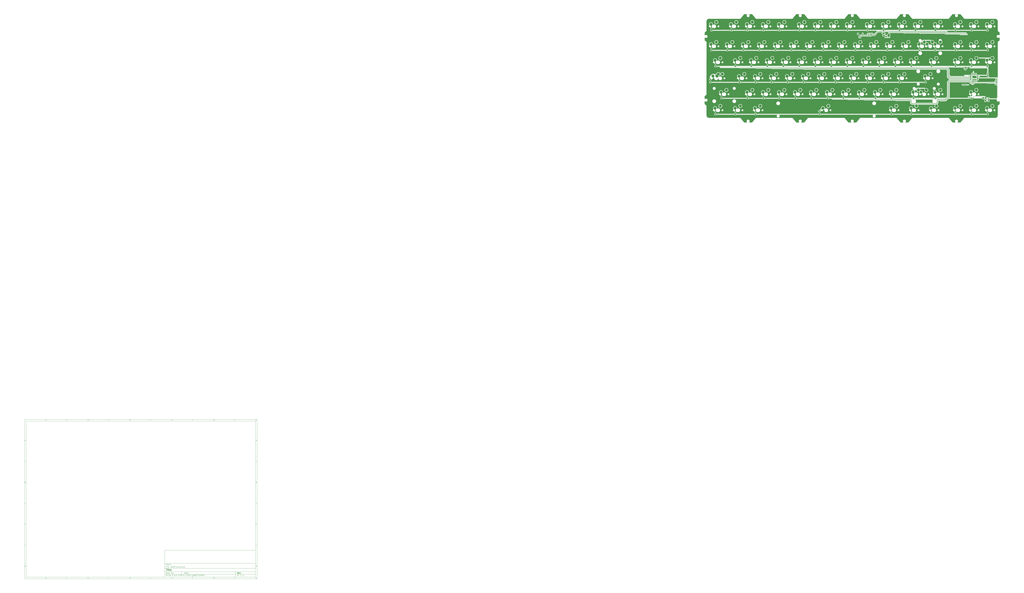
<source format=gbr>
%TF.GenerationSoftware,KiCad,Pcbnew,8.99.0-2193-g88272a59b7*%
%TF.CreationDate,2024-09-27T03:09:18+07:00*%
%TF.ProjectId,qk80,716b3830-2e6b-4696-9361-645f70636258,rev?*%
%TF.SameCoordinates,Original*%
%TF.FileFunction,Copper,L2,Bot*%
%TF.FilePolarity,Positive*%
%FSLAX46Y46*%
G04 Gerber Fmt 4.6, Leading zero omitted, Abs format (unit mm)*
G04 Created by KiCad (PCBNEW 8.99.0-2193-g88272a59b7) date 2024-09-27 03:09:18*
%MOMM*%
%LPD*%
G01*
G04 APERTURE LIST*
G04 Aperture macros list*
%AMRoundRect*
0 Rectangle with rounded corners*
0 $1 Rounding radius*
0 $2 $3 $4 $5 $6 $7 $8 $9 X,Y pos of 4 corners*
0 Add a 4 corners polygon primitive as box body*
4,1,4,$2,$3,$4,$5,$6,$7,$8,$9,$2,$3,0*
0 Add four circle primitives for the rounded corners*
1,1,$1+$1,$2,$3*
1,1,$1+$1,$4,$5*
1,1,$1+$1,$6,$7*
1,1,$1+$1,$8,$9*
0 Add four rect primitives between the rounded corners*
20,1,$1+$1,$2,$3,$4,$5,0*
20,1,$1+$1,$4,$5,$6,$7,0*
20,1,$1+$1,$6,$7,$8,$9,0*
20,1,$1+$1,$8,$9,$2,$3,0*%
G04 Aperture macros list end*
%ADD10C,0.100000*%
%ADD11C,0.150000*%
%ADD12C,0.300000*%
%ADD13C,0.400000*%
%TA.AperFunction,ComponentPad*%
%ADD14C,3.500000*%
%TD*%
%TA.AperFunction,ComponentPad*%
%ADD15RoundRect,0.250000X-0.600000X-0.750000X0.600000X-0.750000X0.600000X0.750000X-0.600000X0.750000X0*%
%TD*%
%TA.AperFunction,ComponentPad*%
%ADD16O,1.700000X2.000000*%
%TD*%
%TA.AperFunction,ComponentPad*%
%ADD17RoundRect,0.250000X0.625000X-0.350000X0.625000X0.350000X-0.625000X0.350000X-0.625000X-0.350000X0*%
%TD*%
%TA.AperFunction,ComponentPad*%
%ADD18O,1.750000X1.200000*%
%TD*%
%TA.AperFunction,ComponentPad*%
%ADD19C,0.400000*%
%TD*%
%TA.AperFunction,SMDPad,CuDef*%
%ADD20RoundRect,0.250000X0.600000X-0.400000X0.600000X0.400000X-0.600000X0.400000X-0.600000X-0.400000X0*%
%TD*%
%TA.AperFunction,SMDPad,CuDef*%
%ADD21RoundRect,0.150000X-0.512500X-0.150000X0.512500X-0.150000X0.512500X0.150000X-0.512500X0.150000X0*%
%TD*%
%TA.AperFunction,SMDPad,CuDef*%
%ADD22RoundRect,0.150000X-0.150000X-0.625000X0.150000X-0.625000X0.150000X0.625000X-0.150000X0.625000X0*%
%TD*%
%TA.AperFunction,SMDPad,CuDef*%
%ADD23RoundRect,0.250000X-0.350000X-0.650000X0.350000X-0.650000X0.350000X0.650000X-0.350000X0.650000X0*%
%TD*%
%TA.AperFunction,SMDPad,CuDef*%
%ADD24RoundRect,0.250000X0.250000X0.475000X-0.250000X0.475000X-0.250000X-0.475000X0.250000X-0.475000X0*%
%TD*%
%TA.AperFunction,SMDPad,CuDef*%
%ADD25RoundRect,0.375000X-0.625000X-0.375000X0.625000X-0.375000X0.625000X0.375000X-0.625000X0.375000X0*%
%TD*%
%TA.AperFunction,SMDPad,CuDef*%
%ADD26RoundRect,0.500000X-0.500000X-1.400000X0.500000X-1.400000X0.500000X1.400000X-0.500000X1.400000X0*%
%TD*%
%TA.AperFunction,SMDPad,CuDef*%
%ADD27RoundRect,0.250000X-0.450000X0.262500X-0.450000X-0.262500X0.450000X-0.262500X0.450000X0.262500X0*%
%TD*%
%TA.AperFunction,SMDPad,CuDef*%
%ADD28RoundRect,0.250000X0.475000X-0.250000X0.475000X0.250000X-0.475000X0.250000X-0.475000X-0.250000X0*%
%TD*%
%TA.AperFunction,SMDPad,CuDef*%
%ADD29RoundRect,0.075000X0.662500X0.075000X-0.662500X0.075000X-0.662500X-0.075000X0.662500X-0.075000X0*%
%TD*%
%TA.AperFunction,SMDPad,CuDef*%
%ADD30RoundRect,0.075000X0.075000X0.662500X-0.075000X0.662500X-0.075000X-0.662500X0.075000X-0.662500X0*%
%TD*%
%TA.AperFunction,SMDPad,CuDef*%
%ADD31RoundRect,0.250000X-0.250000X-0.475000X0.250000X-0.475000X0.250000X0.475000X-0.250000X0.475000X0*%
%TD*%
%TA.AperFunction,ViaPad*%
%ADD32C,0.400000*%
%TD*%
%TA.AperFunction,Conductor*%
%ADD33C,0.200000*%
%TD*%
%TA.AperFunction,Conductor*%
%ADD34C,0.400000*%
%TD*%
G04 APERTURE END LIST*
D10*
D11*
X177002200Y-166007200D02*
X285002200Y-166007200D01*
X285002200Y-198007200D01*
X177002200Y-198007200D01*
X177002200Y-166007200D01*
D10*
D11*
X10000000Y-10000000D02*
X287002200Y-10000000D01*
X287002200Y-200007200D01*
X10000000Y-200007200D01*
X10000000Y-10000000D01*
D10*
D11*
X12000000Y-12000000D02*
X285002200Y-12000000D01*
X285002200Y-198007200D01*
X12000000Y-198007200D01*
X12000000Y-12000000D01*
D10*
D11*
X60000000Y-12000000D02*
X60000000Y-10000000D01*
D10*
D11*
X110000000Y-12000000D02*
X110000000Y-10000000D01*
D10*
D11*
X160000000Y-12000000D02*
X160000000Y-10000000D01*
D10*
D11*
X210000000Y-12000000D02*
X210000000Y-10000000D01*
D10*
D11*
X260000000Y-12000000D02*
X260000000Y-10000000D01*
D10*
D11*
X36089160Y-11593604D02*
X35346303Y-11593604D01*
X35717731Y-11593604D02*
X35717731Y-10293604D01*
X35717731Y-10293604D02*
X35593922Y-10479319D01*
X35593922Y-10479319D02*
X35470112Y-10603128D01*
X35470112Y-10603128D02*
X35346303Y-10665033D01*
D10*
D11*
X85346303Y-10417414D02*
X85408207Y-10355509D01*
X85408207Y-10355509D02*
X85532017Y-10293604D01*
X85532017Y-10293604D02*
X85841541Y-10293604D01*
X85841541Y-10293604D02*
X85965350Y-10355509D01*
X85965350Y-10355509D02*
X86027255Y-10417414D01*
X86027255Y-10417414D02*
X86089160Y-10541223D01*
X86089160Y-10541223D02*
X86089160Y-10665033D01*
X86089160Y-10665033D02*
X86027255Y-10850747D01*
X86027255Y-10850747D02*
X85284398Y-11593604D01*
X85284398Y-11593604D02*
X86089160Y-11593604D01*
D10*
D11*
X135284398Y-10293604D02*
X136089160Y-10293604D01*
X136089160Y-10293604D02*
X135655826Y-10788842D01*
X135655826Y-10788842D02*
X135841541Y-10788842D01*
X135841541Y-10788842D02*
X135965350Y-10850747D01*
X135965350Y-10850747D02*
X136027255Y-10912652D01*
X136027255Y-10912652D02*
X136089160Y-11036461D01*
X136089160Y-11036461D02*
X136089160Y-11345985D01*
X136089160Y-11345985D02*
X136027255Y-11469795D01*
X136027255Y-11469795D02*
X135965350Y-11531700D01*
X135965350Y-11531700D02*
X135841541Y-11593604D01*
X135841541Y-11593604D02*
X135470112Y-11593604D01*
X135470112Y-11593604D02*
X135346303Y-11531700D01*
X135346303Y-11531700D02*
X135284398Y-11469795D01*
D10*
D11*
X185965350Y-10726938D02*
X185965350Y-11593604D01*
X185655826Y-10231700D02*
X185346303Y-11160271D01*
X185346303Y-11160271D02*
X186151064Y-11160271D01*
D10*
D11*
X236027255Y-10293604D02*
X235408207Y-10293604D01*
X235408207Y-10293604D02*
X235346303Y-10912652D01*
X235346303Y-10912652D02*
X235408207Y-10850747D01*
X235408207Y-10850747D02*
X235532017Y-10788842D01*
X235532017Y-10788842D02*
X235841541Y-10788842D01*
X235841541Y-10788842D02*
X235965350Y-10850747D01*
X235965350Y-10850747D02*
X236027255Y-10912652D01*
X236027255Y-10912652D02*
X236089160Y-11036461D01*
X236089160Y-11036461D02*
X236089160Y-11345985D01*
X236089160Y-11345985D02*
X236027255Y-11469795D01*
X236027255Y-11469795D02*
X235965350Y-11531700D01*
X235965350Y-11531700D02*
X235841541Y-11593604D01*
X235841541Y-11593604D02*
X235532017Y-11593604D01*
X235532017Y-11593604D02*
X235408207Y-11531700D01*
X235408207Y-11531700D02*
X235346303Y-11469795D01*
D10*
D11*
X285965350Y-10293604D02*
X285717731Y-10293604D01*
X285717731Y-10293604D02*
X285593922Y-10355509D01*
X285593922Y-10355509D02*
X285532017Y-10417414D01*
X285532017Y-10417414D02*
X285408207Y-10603128D01*
X285408207Y-10603128D02*
X285346303Y-10850747D01*
X285346303Y-10850747D02*
X285346303Y-11345985D01*
X285346303Y-11345985D02*
X285408207Y-11469795D01*
X285408207Y-11469795D02*
X285470112Y-11531700D01*
X285470112Y-11531700D02*
X285593922Y-11593604D01*
X285593922Y-11593604D02*
X285841541Y-11593604D01*
X285841541Y-11593604D02*
X285965350Y-11531700D01*
X285965350Y-11531700D02*
X286027255Y-11469795D01*
X286027255Y-11469795D02*
X286089160Y-11345985D01*
X286089160Y-11345985D02*
X286089160Y-11036461D01*
X286089160Y-11036461D02*
X286027255Y-10912652D01*
X286027255Y-10912652D02*
X285965350Y-10850747D01*
X285965350Y-10850747D02*
X285841541Y-10788842D01*
X285841541Y-10788842D02*
X285593922Y-10788842D01*
X285593922Y-10788842D02*
X285470112Y-10850747D01*
X285470112Y-10850747D02*
X285408207Y-10912652D01*
X285408207Y-10912652D02*
X285346303Y-11036461D01*
D10*
D11*
X60000000Y-198007200D02*
X60000000Y-200007200D01*
D10*
D11*
X110000000Y-198007200D02*
X110000000Y-200007200D01*
D10*
D11*
X160000000Y-198007200D02*
X160000000Y-200007200D01*
D10*
D11*
X210000000Y-198007200D02*
X210000000Y-200007200D01*
D10*
D11*
X260000000Y-198007200D02*
X260000000Y-200007200D01*
D10*
D11*
X36089160Y-199600804D02*
X35346303Y-199600804D01*
X35717731Y-199600804D02*
X35717731Y-198300804D01*
X35717731Y-198300804D02*
X35593922Y-198486519D01*
X35593922Y-198486519D02*
X35470112Y-198610328D01*
X35470112Y-198610328D02*
X35346303Y-198672233D01*
D10*
D11*
X85346303Y-198424614D02*
X85408207Y-198362709D01*
X85408207Y-198362709D02*
X85532017Y-198300804D01*
X85532017Y-198300804D02*
X85841541Y-198300804D01*
X85841541Y-198300804D02*
X85965350Y-198362709D01*
X85965350Y-198362709D02*
X86027255Y-198424614D01*
X86027255Y-198424614D02*
X86089160Y-198548423D01*
X86089160Y-198548423D02*
X86089160Y-198672233D01*
X86089160Y-198672233D02*
X86027255Y-198857947D01*
X86027255Y-198857947D02*
X85284398Y-199600804D01*
X85284398Y-199600804D02*
X86089160Y-199600804D01*
D10*
D11*
X135284398Y-198300804D02*
X136089160Y-198300804D01*
X136089160Y-198300804D02*
X135655826Y-198796042D01*
X135655826Y-198796042D02*
X135841541Y-198796042D01*
X135841541Y-198796042D02*
X135965350Y-198857947D01*
X135965350Y-198857947D02*
X136027255Y-198919852D01*
X136027255Y-198919852D02*
X136089160Y-199043661D01*
X136089160Y-199043661D02*
X136089160Y-199353185D01*
X136089160Y-199353185D02*
X136027255Y-199476995D01*
X136027255Y-199476995D02*
X135965350Y-199538900D01*
X135965350Y-199538900D02*
X135841541Y-199600804D01*
X135841541Y-199600804D02*
X135470112Y-199600804D01*
X135470112Y-199600804D02*
X135346303Y-199538900D01*
X135346303Y-199538900D02*
X135284398Y-199476995D01*
D10*
D11*
X185965350Y-198734138D02*
X185965350Y-199600804D01*
X185655826Y-198238900D02*
X185346303Y-199167471D01*
X185346303Y-199167471D02*
X186151064Y-199167471D01*
D10*
D11*
X236027255Y-198300804D02*
X235408207Y-198300804D01*
X235408207Y-198300804D02*
X235346303Y-198919852D01*
X235346303Y-198919852D02*
X235408207Y-198857947D01*
X235408207Y-198857947D02*
X235532017Y-198796042D01*
X235532017Y-198796042D02*
X235841541Y-198796042D01*
X235841541Y-198796042D02*
X235965350Y-198857947D01*
X235965350Y-198857947D02*
X236027255Y-198919852D01*
X236027255Y-198919852D02*
X236089160Y-199043661D01*
X236089160Y-199043661D02*
X236089160Y-199353185D01*
X236089160Y-199353185D02*
X236027255Y-199476995D01*
X236027255Y-199476995D02*
X235965350Y-199538900D01*
X235965350Y-199538900D02*
X235841541Y-199600804D01*
X235841541Y-199600804D02*
X235532017Y-199600804D01*
X235532017Y-199600804D02*
X235408207Y-199538900D01*
X235408207Y-199538900D02*
X235346303Y-199476995D01*
D10*
D11*
X285965350Y-198300804D02*
X285717731Y-198300804D01*
X285717731Y-198300804D02*
X285593922Y-198362709D01*
X285593922Y-198362709D02*
X285532017Y-198424614D01*
X285532017Y-198424614D02*
X285408207Y-198610328D01*
X285408207Y-198610328D02*
X285346303Y-198857947D01*
X285346303Y-198857947D02*
X285346303Y-199353185D01*
X285346303Y-199353185D02*
X285408207Y-199476995D01*
X285408207Y-199476995D02*
X285470112Y-199538900D01*
X285470112Y-199538900D02*
X285593922Y-199600804D01*
X285593922Y-199600804D02*
X285841541Y-199600804D01*
X285841541Y-199600804D02*
X285965350Y-199538900D01*
X285965350Y-199538900D02*
X286027255Y-199476995D01*
X286027255Y-199476995D02*
X286089160Y-199353185D01*
X286089160Y-199353185D02*
X286089160Y-199043661D01*
X286089160Y-199043661D02*
X286027255Y-198919852D01*
X286027255Y-198919852D02*
X285965350Y-198857947D01*
X285965350Y-198857947D02*
X285841541Y-198796042D01*
X285841541Y-198796042D02*
X285593922Y-198796042D01*
X285593922Y-198796042D02*
X285470112Y-198857947D01*
X285470112Y-198857947D02*
X285408207Y-198919852D01*
X285408207Y-198919852D02*
X285346303Y-199043661D01*
D10*
D11*
X10000000Y-60000000D02*
X12000000Y-60000000D01*
D10*
D11*
X10000000Y-110000000D02*
X12000000Y-110000000D01*
D10*
D11*
X10000000Y-160000000D02*
X12000000Y-160000000D01*
D10*
D11*
X10690476Y-35222176D02*
X11309523Y-35222176D01*
X10566666Y-35593604D02*
X10999999Y-34293604D01*
X10999999Y-34293604D02*
X11433333Y-35593604D01*
D10*
D11*
X11092857Y-84912652D02*
X11278571Y-84974557D01*
X11278571Y-84974557D02*
X11340476Y-85036461D01*
X11340476Y-85036461D02*
X11402380Y-85160271D01*
X11402380Y-85160271D02*
X11402380Y-85345985D01*
X11402380Y-85345985D02*
X11340476Y-85469795D01*
X11340476Y-85469795D02*
X11278571Y-85531700D01*
X11278571Y-85531700D02*
X11154761Y-85593604D01*
X11154761Y-85593604D02*
X10659523Y-85593604D01*
X10659523Y-85593604D02*
X10659523Y-84293604D01*
X10659523Y-84293604D02*
X11092857Y-84293604D01*
X11092857Y-84293604D02*
X11216666Y-84355509D01*
X11216666Y-84355509D02*
X11278571Y-84417414D01*
X11278571Y-84417414D02*
X11340476Y-84541223D01*
X11340476Y-84541223D02*
X11340476Y-84665033D01*
X11340476Y-84665033D02*
X11278571Y-84788842D01*
X11278571Y-84788842D02*
X11216666Y-84850747D01*
X11216666Y-84850747D02*
X11092857Y-84912652D01*
X11092857Y-84912652D02*
X10659523Y-84912652D01*
D10*
D11*
X11402380Y-135469795D02*
X11340476Y-135531700D01*
X11340476Y-135531700D02*
X11154761Y-135593604D01*
X11154761Y-135593604D02*
X11030952Y-135593604D01*
X11030952Y-135593604D02*
X10845238Y-135531700D01*
X10845238Y-135531700D02*
X10721428Y-135407890D01*
X10721428Y-135407890D02*
X10659523Y-135284080D01*
X10659523Y-135284080D02*
X10597619Y-135036461D01*
X10597619Y-135036461D02*
X10597619Y-134850747D01*
X10597619Y-134850747D02*
X10659523Y-134603128D01*
X10659523Y-134603128D02*
X10721428Y-134479319D01*
X10721428Y-134479319D02*
X10845238Y-134355509D01*
X10845238Y-134355509D02*
X11030952Y-134293604D01*
X11030952Y-134293604D02*
X11154761Y-134293604D01*
X11154761Y-134293604D02*
X11340476Y-134355509D01*
X11340476Y-134355509D02*
X11402380Y-134417414D01*
D10*
D11*
X10659523Y-185593604D02*
X10659523Y-184293604D01*
X10659523Y-184293604D02*
X10969047Y-184293604D01*
X10969047Y-184293604D02*
X11154761Y-184355509D01*
X11154761Y-184355509D02*
X11278571Y-184479319D01*
X11278571Y-184479319D02*
X11340476Y-184603128D01*
X11340476Y-184603128D02*
X11402380Y-184850747D01*
X11402380Y-184850747D02*
X11402380Y-185036461D01*
X11402380Y-185036461D02*
X11340476Y-185284080D01*
X11340476Y-185284080D02*
X11278571Y-185407890D01*
X11278571Y-185407890D02*
X11154761Y-185531700D01*
X11154761Y-185531700D02*
X10969047Y-185593604D01*
X10969047Y-185593604D02*
X10659523Y-185593604D01*
D10*
D11*
X287002200Y-60000000D02*
X285002200Y-60000000D01*
D10*
D11*
X287002200Y-110000000D02*
X285002200Y-110000000D01*
D10*
D11*
X287002200Y-160000000D02*
X285002200Y-160000000D01*
D10*
D11*
X285692676Y-35222176D02*
X286311723Y-35222176D01*
X285568866Y-35593604D02*
X286002199Y-34293604D01*
X286002199Y-34293604D02*
X286435533Y-35593604D01*
D10*
D11*
X286095057Y-84912652D02*
X286280771Y-84974557D01*
X286280771Y-84974557D02*
X286342676Y-85036461D01*
X286342676Y-85036461D02*
X286404580Y-85160271D01*
X286404580Y-85160271D02*
X286404580Y-85345985D01*
X286404580Y-85345985D02*
X286342676Y-85469795D01*
X286342676Y-85469795D02*
X286280771Y-85531700D01*
X286280771Y-85531700D02*
X286156961Y-85593604D01*
X286156961Y-85593604D02*
X285661723Y-85593604D01*
X285661723Y-85593604D02*
X285661723Y-84293604D01*
X285661723Y-84293604D02*
X286095057Y-84293604D01*
X286095057Y-84293604D02*
X286218866Y-84355509D01*
X286218866Y-84355509D02*
X286280771Y-84417414D01*
X286280771Y-84417414D02*
X286342676Y-84541223D01*
X286342676Y-84541223D02*
X286342676Y-84665033D01*
X286342676Y-84665033D02*
X286280771Y-84788842D01*
X286280771Y-84788842D02*
X286218866Y-84850747D01*
X286218866Y-84850747D02*
X286095057Y-84912652D01*
X286095057Y-84912652D02*
X285661723Y-84912652D01*
D10*
D11*
X286404580Y-135469795D02*
X286342676Y-135531700D01*
X286342676Y-135531700D02*
X286156961Y-135593604D01*
X286156961Y-135593604D02*
X286033152Y-135593604D01*
X286033152Y-135593604D02*
X285847438Y-135531700D01*
X285847438Y-135531700D02*
X285723628Y-135407890D01*
X285723628Y-135407890D02*
X285661723Y-135284080D01*
X285661723Y-135284080D02*
X285599819Y-135036461D01*
X285599819Y-135036461D02*
X285599819Y-134850747D01*
X285599819Y-134850747D02*
X285661723Y-134603128D01*
X285661723Y-134603128D02*
X285723628Y-134479319D01*
X285723628Y-134479319D02*
X285847438Y-134355509D01*
X285847438Y-134355509D02*
X286033152Y-134293604D01*
X286033152Y-134293604D02*
X286156961Y-134293604D01*
X286156961Y-134293604D02*
X286342676Y-134355509D01*
X286342676Y-134355509D02*
X286404580Y-134417414D01*
D10*
D11*
X285661723Y-185593604D02*
X285661723Y-184293604D01*
X285661723Y-184293604D02*
X285971247Y-184293604D01*
X285971247Y-184293604D02*
X286156961Y-184355509D01*
X286156961Y-184355509D02*
X286280771Y-184479319D01*
X286280771Y-184479319D02*
X286342676Y-184603128D01*
X286342676Y-184603128D02*
X286404580Y-184850747D01*
X286404580Y-184850747D02*
X286404580Y-185036461D01*
X286404580Y-185036461D02*
X286342676Y-185284080D01*
X286342676Y-185284080D02*
X286280771Y-185407890D01*
X286280771Y-185407890D02*
X286156961Y-185531700D01*
X286156961Y-185531700D02*
X285971247Y-185593604D01*
X285971247Y-185593604D02*
X285661723Y-185593604D01*
D10*
D11*
X200458026Y-193793328D02*
X200458026Y-192293328D01*
X200458026Y-192293328D02*
X200815169Y-192293328D01*
X200815169Y-192293328D02*
X201029455Y-192364757D01*
X201029455Y-192364757D02*
X201172312Y-192507614D01*
X201172312Y-192507614D02*
X201243741Y-192650471D01*
X201243741Y-192650471D02*
X201315169Y-192936185D01*
X201315169Y-192936185D02*
X201315169Y-193150471D01*
X201315169Y-193150471D02*
X201243741Y-193436185D01*
X201243741Y-193436185D02*
X201172312Y-193579042D01*
X201172312Y-193579042D02*
X201029455Y-193721900D01*
X201029455Y-193721900D02*
X200815169Y-193793328D01*
X200815169Y-193793328D02*
X200458026Y-193793328D01*
X202600884Y-193793328D02*
X202600884Y-193007614D01*
X202600884Y-193007614D02*
X202529455Y-192864757D01*
X202529455Y-192864757D02*
X202386598Y-192793328D01*
X202386598Y-192793328D02*
X202100884Y-192793328D01*
X202100884Y-192793328D02*
X201958026Y-192864757D01*
X202600884Y-193721900D02*
X202458026Y-193793328D01*
X202458026Y-193793328D02*
X202100884Y-193793328D01*
X202100884Y-193793328D02*
X201958026Y-193721900D01*
X201958026Y-193721900D02*
X201886598Y-193579042D01*
X201886598Y-193579042D02*
X201886598Y-193436185D01*
X201886598Y-193436185D02*
X201958026Y-193293328D01*
X201958026Y-193293328D02*
X202100884Y-193221900D01*
X202100884Y-193221900D02*
X202458026Y-193221900D01*
X202458026Y-193221900D02*
X202600884Y-193150471D01*
X203100884Y-192793328D02*
X203672312Y-192793328D01*
X203315169Y-192293328D02*
X203315169Y-193579042D01*
X203315169Y-193579042D02*
X203386598Y-193721900D01*
X203386598Y-193721900D02*
X203529455Y-193793328D01*
X203529455Y-193793328D02*
X203672312Y-193793328D01*
X204743741Y-193721900D02*
X204600884Y-193793328D01*
X204600884Y-193793328D02*
X204315170Y-193793328D01*
X204315170Y-193793328D02*
X204172312Y-193721900D01*
X204172312Y-193721900D02*
X204100884Y-193579042D01*
X204100884Y-193579042D02*
X204100884Y-193007614D01*
X204100884Y-193007614D02*
X204172312Y-192864757D01*
X204172312Y-192864757D02*
X204315170Y-192793328D01*
X204315170Y-192793328D02*
X204600884Y-192793328D01*
X204600884Y-192793328D02*
X204743741Y-192864757D01*
X204743741Y-192864757D02*
X204815170Y-193007614D01*
X204815170Y-193007614D02*
X204815170Y-193150471D01*
X204815170Y-193150471D02*
X204100884Y-193293328D01*
X205458026Y-193650471D02*
X205529455Y-193721900D01*
X205529455Y-193721900D02*
X205458026Y-193793328D01*
X205458026Y-193793328D02*
X205386598Y-193721900D01*
X205386598Y-193721900D02*
X205458026Y-193650471D01*
X205458026Y-193650471D02*
X205458026Y-193793328D01*
X205458026Y-192864757D02*
X205529455Y-192936185D01*
X205529455Y-192936185D02*
X205458026Y-193007614D01*
X205458026Y-193007614D02*
X205386598Y-192936185D01*
X205386598Y-192936185D02*
X205458026Y-192864757D01*
X205458026Y-192864757D02*
X205458026Y-193007614D01*
D10*
D11*
X177002200Y-194507200D02*
X285002200Y-194507200D01*
D10*
D11*
X178458026Y-196593328D02*
X178458026Y-195093328D01*
X179315169Y-196593328D02*
X178672312Y-195736185D01*
X179315169Y-195093328D02*
X178458026Y-195950471D01*
X179958026Y-196593328D02*
X179958026Y-195593328D01*
X179958026Y-195093328D02*
X179886598Y-195164757D01*
X179886598Y-195164757D02*
X179958026Y-195236185D01*
X179958026Y-195236185D02*
X180029455Y-195164757D01*
X180029455Y-195164757D02*
X179958026Y-195093328D01*
X179958026Y-195093328D02*
X179958026Y-195236185D01*
X181529455Y-196450471D02*
X181458027Y-196521900D01*
X181458027Y-196521900D02*
X181243741Y-196593328D01*
X181243741Y-196593328D02*
X181100884Y-196593328D01*
X181100884Y-196593328D02*
X180886598Y-196521900D01*
X180886598Y-196521900D02*
X180743741Y-196379042D01*
X180743741Y-196379042D02*
X180672312Y-196236185D01*
X180672312Y-196236185D02*
X180600884Y-195950471D01*
X180600884Y-195950471D02*
X180600884Y-195736185D01*
X180600884Y-195736185D02*
X180672312Y-195450471D01*
X180672312Y-195450471D02*
X180743741Y-195307614D01*
X180743741Y-195307614D02*
X180886598Y-195164757D01*
X180886598Y-195164757D02*
X181100884Y-195093328D01*
X181100884Y-195093328D02*
X181243741Y-195093328D01*
X181243741Y-195093328D02*
X181458027Y-195164757D01*
X181458027Y-195164757D02*
X181529455Y-195236185D01*
X182815170Y-196593328D02*
X182815170Y-195807614D01*
X182815170Y-195807614D02*
X182743741Y-195664757D01*
X182743741Y-195664757D02*
X182600884Y-195593328D01*
X182600884Y-195593328D02*
X182315170Y-195593328D01*
X182315170Y-195593328D02*
X182172312Y-195664757D01*
X182815170Y-196521900D02*
X182672312Y-196593328D01*
X182672312Y-196593328D02*
X182315170Y-196593328D01*
X182315170Y-196593328D02*
X182172312Y-196521900D01*
X182172312Y-196521900D02*
X182100884Y-196379042D01*
X182100884Y-196379042D02*
X182100884Y-196236185D01*
X182100884Y-196236185D02*
X182172312Y-196093328D01*
X182172312Y-196093328D02*
X182315170Y-196021900D01*
X182315170Y-196021900D02*
X182672312Y-196021900D01*
X182672312Y-196021900D02*
X182815170Y-195950471D01*
X184172313Y-196593328D02*
X184172313Y-195093328D01*
X184172313Y-196521900D02*
X184029455Y-196593328D01*
X184029455Y-196593328D02*
X183743741Y-196593328D01*
X183743741Y-196593328D02*
X183600884Y-196521900D01*
X183600884Y-196521900D02*
X183529455Y-196450471D01*
X183529455Y-196450471D02*
X183458027Y-196307614D01*
X183458027Y-196307614D02*
X183458027Y-195879042D01*
X183458027Y-195879042D02*
X183529455Y-195736185D01*
X183529455Y-195736185D02*
X183600884Y-195664757D01*
X183600884Y-195664757D02*
X183743741Y-195593328D01*
X183743741Y-195593328D02*
X184029455Y-195593328D01*
X184029455Y-195593328D02*
X184172313Y-195664757D01*
X186029455Y-195807614D02*
X186529455Y-195807614D01*
X186743741Y-196593328D02*
X186029455Y-196593328D01*
X186029455Y-196593328D02*
X186029455Y-195093328D01*
X186029455Y-195093328D02*
X186743741Y-195093328D01*
X187386598Y-196450471D02*
X187458027Y-196521900D01*
X187458027Y-196521900D02*
X187386598Y-196593328D01*
X187386598Y-196593328D02*
X187315170Y-196521900D01*
X187315170Y-196521900D02*
X187386598Y-196450471D01*
X187386598Y-196450471D02*
X187386598Y-196593328D01*
X188100884Y-196593328D02*
X188100884Y-195093328D01*
X188100884Y-195093328D02*
X188458027Y-195093328D01*
X188458027Y-195093328D02*
X188672313Y-195164757D01*
X188672313Y-195164757D02*
X188815170Y-195307614D01*
X188815170Y-195307614D02*
X188886599Y-195450471D01*
X188886599Y-195450471D02*
X188958027Y-195736185D01*
X188958027Y-195736185D02*
X188958027Y-195950471D01*
X188958027Y-195950471D02*
X188886599Y-196236185D01*
X188886599Y-196236185D02*
X188815170Y-196379042D01*
X188815170Y-196379042D02*
X188672313Y-196521900D01*
X188672313Y-196521900D02*
X188458027Y-196593328D01*
X188458027Y-196593328D02*
X188100884Y-196593328D01*
X189600884Y-196450471D02*
X189672313Y-196521900D01*
X189672313Y-196521900D02*
X189600884Y-196593328D01*
X189600884Y-196593328D02*
X189529456Y-196521900D01*
X189529456Y-196521900D02*
X189600884Y-196450471D01*
X189600884Y-196450471D02*
X189600884Y-196593328D01*
X190243742Y-196164757D02*
X190958028Y-196164757D01*
X190100885Y-196593328D02*
X190600885Y-195093328D01*
X190600885Y-195093328D02*
X191100885Y-196593328D01*
X191600884Y-196450471D02*
X191672313Y-196521900D01*
X191672313Y-196521900D02*
X191600884Y-196593328D01*
X191600884Y-196593328D02*
X191529456Y-196521900D01*
X191529456Y-196521900D02*
X191600884Y-196450471D01*
X191600884Y-196450471D02*
X191600884Y-196593328D01*
X193672313Y-195736185D02*
X193529456Y-195664757D01*
X193529456Y-195664757D02*
X193458027Y-195593328D01*
X193458027Y-195593328D02*
X193386599Y-195450471D01*
X193386599Y-195450471D02*
X193386599Y-195379042D01*
X193386599Y-195379042D02*
X193458027Y-195236185D01*
X193458027Y-195236185D02*
X193529456Y-195164757D01*
X193529456Y-195164757D02*
X193672313Y-195093328D01*
X193672313Y-195093328D02*
X193958027Y-195093328D01*
X193958027Y-195093328D02*
X194100885Y-195164757D01*
X194100885Y-195164757D02*
X194172313Y-195236185D01*
X194172313Y-195236185D02*
X194243742Y-195379042D01*
X194243742Y-195379042D02*
X194243742Y-195450471D01*
X194243742Y-195450471D02*
X194172313Y-195593328D01*
X194172313Y-195593328D02*
X194100885Y-195664757D01*
X194100885Y-195664757D02*
X193958027Y-195736185D01*
X193958027Y-195736185D02*
X193672313Y-195736185D01*
X193672313Y-195736185D02*
X193529456Y-195807614D01*
X193529456Y-195807614D02*
X193458027Y-195879042D01*
X193458027Y-195879042D02*
X193386599Y-196021900D01*
X193386599Y-196021900D02*
X193386599Y-196307614D01*
X193386599Y-196307614D02*
X193458027Y-196450471D01*
X193458027Y-196450471D02*
X193529456Y-196521900D01*
X193529456Y-196521900D02*
X193672313Y-196593328D01*
X193672313Y-196593328D02*
X193958027Y-196593328D01*
X193958027Y-196593328D02*
X194100885Y-196521900D01*
X194100885Y-196521900D02*
X194172313Y-196450471D01*
X194172313Y-196450471D02*
X194243742Y-196307614D01*
X194243742Y-196307614D02*
X194243742Y-196021900D01*
X194243742Y-196021900D02*
X194172313Y-195879042D01*
X194172313Y-195879042D02*
X194100885Y-195807614D01*
X194100885Y-195807614D02*
X193958027Y-195736185D01*
X194886598Y-196450471D02*
X194958027Y-196521900D01*
X194958027Y-196521900D02*
X194886598Y-196593328D01*
X194886598Y-196593328D02*
X194815170Y-196521900D01*
X194815170Y-196521900D02*
X194886598Y-196450471D01*
X194886598Y-196450471D02*
X194886598Y-196593328D01*
X195672313Y-196593328D02*
X195958027Y-196593328D01*
X195958027Y-196593328D02*
X196100884Y-196521900D01*
X196100884Y-196521900D02*
X196172313Y-196450471D01*
X196172313Y-196450471D02*
X196315170Y-196236185D01*
X196315170Y-196236185D02*
X196386599Y-195950471D01*
X196386599Y-195950471D02*
X196386599Y-195379042D01*
X196386599Y-195379042D02*
X196315170Y-195236185D01*
X196315170Y-195236185D02*
X196243742Y-195164757D01*
X196243742Y-195164757D02*
X196100884Y-195093328D01*
X196100884Y-195093328D02*
X195815170Y-195093328D01*
X195815170Y-195093328D02*
X195672313Y-195164757D01*
X195672313Y-195164757D02*
X195600884Y-195236185D01*
X195600884Y-195236185D02*
X195529456Y-195379042D01*
X195529456Y-195379042D02*
X195529456Y-195736185D01*
X195529456Y-195736185D02*
X195600884Y-195879042D01*
X195600884Y-195879042D02*
X195672313Y-195950471D01*
X195672313Y-195950471D02*
X195815170Y-196021900D01*
X195815170Y-196021900D02*
X196100884Y-196021900D01*
X196100884Y-196021900D02*
X196243742Y-195950471D01*
X196243742Y-195950471D02*
X196315170Y-195879042D01*
X196315170Y-195879042D02*
X196386599Y-195736185D01*
X197100884Y-196593328D02*
X197386598Y-196593328D01*
X197386598Y-196593328D02*
X197529455Y-196521900D01*
X197529455Y-196521900D02*
X197600884Y-196450471D01*
X197600884Y-196450471D02*
X197743741Y-196236185D01*
X197743741Y-196236185D02*
X197815170Y-195950471D01*
X197815170Y-195950471D02*
X197815170Y-195379042D01*
X197815170Y-195379042D02*
X197743741Y-195236185D01*
X197743741Y-195236185D02*
X197672313Y-195164757D01*
X197672313Y-195164757D02*
X197529455Y-195093328D01*
X197529455Y-195093328D02*
X197243741Y-195093328D01*
X197243741Y-195093328D02*
X197100884Y-195164757D01*
X197100884Y-195164757D02*
X197029455Y-195236185D01*
X197029455Y-195236185D02*
X196958027Y-195379042D01*
X196958027Y-195379042D02*
X196958027Y-195736185D01*
X196958027Y-195736185D02*
X197029455Y-195879042D01*
X197029455Y-195879042D02*
X197100884Y-195950471D01*
X197100884Y-195950471D02*
X197243741Y-196021900D01*
X197243741Y-196021900D02*
X197529455Y-196021900D01*
X197529455Y-196021900D02*
X197672313Y-195950471D01*
X197672313Y-195950471D02*
X197743741Y-195879042D01*
X197743741Y-195879042D02*
X197815170Y-195736185D01*
X198458026Y-196450471D02*
X198529455Y-196521900D01*
X198529455Y-196521900D02*
X198458026Y-196593328D01*
X198458026Y-196593328D02*
X198386598Y-196521900D01*
X198386598Y-196521900D02*
X198458026Y-196450471D01*
X198458026Y-196450471D02*
X198458026Y-196593328D01*
X199458027Y-195093328D02*
X199600884Y-195093328D01*
X199600884Y-195093328D02*
X199743741Y-195164757D01*
X199743741Y-195164757D02*
X199815170Y-195236185D01*
X199815170Y-195236185D02*
X199886598Y-195379042D01*
X199886598Y-195379042D02*
X199958027Y-195664757D01*
X199958027Y-195664757D02*
X199958027Y-196021900D01*
X199958027Y-196021900D02*
X199886598Y-196307614D01*
X199886598Y-196307614D02*
X199815170Y-196450471D01*
X199815170Y-196450471D02*
X199743741Y-196521900D01*
X199743741Y-196521900D02*
X199600884Y-196593328D01*
X199600884Y-196593328D02*
X199458027Y-196593328D01*
X199458027Y-196593328D02*
X199315170Y-196521900D01*
X199315170Y-196521900D02*
X199243741Y-196450471D01*
X199243741Y-196450471D02*
X199172312Y-196307614D01*
X199172312Y-196307614D02*
X199100884Y-196021900D01*
X199100884Y-196021900D02*
X199100884Y-195664757D01*
X199100884Y-195664757D02*
X199172312Y-195379042D01*
X199172312Y-195379042D02*
X199243741Y-195236185D01*
X199243741Y-195236185D02*
X199315170Y-195164757D01*
X199315170Y-195164757D02*
X199458027Y-195093328D01*
X200600883Y-196021900D02*
X201743741Y-196021900D01*
X202386598Y-195236185D02*
X202458026Y-195164757D01*
X202458026Y-195164757D02*
X202600884Y-195093328D01*
X202600884Y-195093328D02*
X202958026Y-195093328D01*
X202958026Y-195093328D02*
X203100884Y-195164757D01*
X203100884Y-195164757D02*
X203172312Y-195236185D01*
X203172312Y-195236185D02*
X203243741Y-195379042D01*
X203243741Y-195379042D02*
X203243741Y-195521900D01*
X203243741Y-195521900D02*
X203172312Y-195736185D01*
X203172312Y-195736185D02*
X202315169Y-196593328D01*
X202315169Y-196593328D02*
X203243741Y-196593328D01*
X204672312Y-196593328D02*
X203815169Y-196593328D01*
X204243740Y-196593328D02*
X204243740Y-195093328D01*
X204243740Y-195093328D02*
X204100883Y-195307614D01*
X204100883Y-195307614D02*
X203958026Y-195450471D01*
X203958026Y-195450471D02*
X203815169Y-195521900D01*
X205386597Y-196593328D02*
X205672311Y-196593328D01*
X205672311Y-196593328D02*
X205815168Y-196521900D01*
X205815168Y-196521900D02*
X205886597Y-196450471D01*
X205886597Y-196450471D02*
X206029454Y-196236185D01*
X206029454Y-196236185D02*
X206100883Y-195950471D01*
X206100883Y-195950471D02*
X206100883Y-195379042D01*
X206100883Y-195379042D02*
X206029454Y-195236185D01*
X206029454Y-195236185D02*
X205958026Y-195164757D01*
X205958026Y-195164757D02*
X205815168Y-195093328D01*
X205815168Y-195093328D02*
X205529454Y-195093328D01*
X205529454Y-195093328D02*
X205386597Y-195164757D01*
X205386597Y-195164757D02*
X205315168Y-195236185D01*
X205315168Y-195236185D02*
X205243740Y-195379042D01*
X205243740Y-195379042D02*
X205243740Y-195736185D01*
X205243740Y-195736185D02*
X205315168Y-195879042D01*
X205315168Y-195879042D02*
X205386597Y-195950471D01*
X205386597Y-195950471D02*
X205529454Y-196021900D01*
X205529454Y-196021900D02*
X205815168Y-196021900D01*
X205815168Y-196021900D02*
X205958026Y-195950471D01*
X205958026Y-195950471D02*
X206029454Y-195879042D01*
X206029454Y-195879042D02*
X206100883Y-195736185D01*
X206600882Y-195093328D02*
X207529454Y-195093328D01*
X207529454Y-195093328D02*
X207029454Y-195664757D01*
X207029454Y-195664757D02*
X207243739Y-195664757D01*
X207243739Y-195664757D02*
X207386597Y-195736185D01*
X207386597Y-195736185D02*
X207458025Y-195807614D01*
X207458025Y-195807614D02*
X207529454Y-195950471D01*
X207529454Y-195950471D02*
X207529454Y-196307614D01*
X207529454Y-196307614D02*
X207458025Y-196450471D01*
X207458025Y-196450471D02*
X207386597Y-196521900D01*
X207386597Y-196521900D02*
X207243739Y-196593328D01*
X207243739Y-196593328D02*
X206815168Y-196593328D01*
X206815168Y-196593328D02*
X206672311Y-196521900D01*
X206672311Y-196521900D02*
X206600882Y-196450471D01*
X208172310Y-196021900D02*
X209315168Y-196021900D01*
X210672311Y-195593328D02*
X210672311Y-196807614D01*
X210672311Y-196807614D02*
X210600882Y-196950471D01*
X210600882Y-196950471D02*
X210529453Y-197021900D01*
X210529453Y-197021900D02*
X210386596Y-197093328D01*
X210386596Y-197093328D02*
X210172311Y-197093328D01*
X210172311Y-197093328D02*
X210029453Y-197021900D01*
X210672311Y-196521900D02*
X210529453Y-196593328D01*
X210529453Y-196593328D02*
X210243739Y-196593328D01*
X210243739Y-196593328D02*
X210100882Y-196521900D01*
X210100882Y-196521900D02*
X210029453Y-196450471D01*
X210029453Y-196450471D02*
X209958025Y-196307614D01*
X209958025Y-196307614D02*
X209958025Y-195879042D01*
X209958025Y-195879042D02*
X210029453Y-195736185D01*
X210029453Y-195736185D02*
X210100882Y-195664757D01*
X210100882Y-195664757D02*
X210243739Y-195593328D01*
X210243739Y-195593328D02*
X210529453Y-195593328D01*
X210529453Y-195593328D02*
X210672311Y-195664757D01*
X211600882Y-195736185D02*
X211458025Y-195664757D01*
X211458025Y-195664757D02*
X211386596Y-195593328D01*
X211386596Y-195593328D02*
X211315168Y-195450471D01*
X211315168Y-195450471D02*
X211315168Y-195379042D01*
X211315168Y-195379042D02*
X211386596Y-195236185D01*
X211386596Y-195236185D02*
X211458025Y-195164757D01*
X211458025Y-195164757D02*
X211600882Y-195093328D01*
X211600882Y-195093328D02*
X211886596Y-195093328D01*
X211886596Y-195093328D02*
X212029454Y-195164757D01*
X212029454Y-195164757D02*
X212100882Y-195236185D01*
X212100882Y-195236185D02*
X212172311Y-195379042D01*
X212172311Y-195379042D02*
X212172311Y-195450471D01*
X212172311Y-195450471D02*
X212100882Y-195593328D01*
X212100882Y-195593328D02*
X212029454Y-195664757D01*
X212029454Y-195664757D02*
X211886596Y-195736185D01*
X211886596Y-195736185D02*
X211600882Y-195736185D01*
X211600882Y-195736185D02*
X211458025Y-195807614D01*
X211458025Y-195807614D02*
X211386596Y-195879042D01*
X211386596Y-195879042D02*
X211315168Y-196021900D01*
X211315168Y-196021900D02*
X211315168Y-196307614D01*
X211315168Y-196307614D02*
X211386596Y-196450471D01*
X211386596Y-196450471D02*
X211458025Y-196521900D01*
X211458025Y-196521900D02*
X211600882Y-196593328D01*
X211600882Y-196593328D02*
X211886596Y-196593328D01*
X211886596Y-196593328D02*
X212029454Y-196521900D01*
X212029454Y-196521900D02*
X212100882Y-196450471D01*
X212100882Y-196450471D02*
X212172311Y-196307614D01*
X212172311Y-196307614D02*
X212172311Y-196021900D01*
X212172311Y-196021900D02*
X212100882Y-195879042D01*
X212100882Y-195879042D02*
X212029454Y-195807614D01*
X212029454Y-195807614D02*
X211886596Y-195736185D01*
X213029453Y-195736185D02*
X212886596Y-195664757D01*
X212886596Y-195664757D02*
X212815167Y-195593328D01*
X212815167Y-195593328D02*
X212743739Y-195450471D01*
X212743739Y-195450471D02*
X212743739Y-195379042D01*
X212743739Y-195379042D02*
X212815167Y-195236185D01*
X212815167Y-195236185D02*
X212886596Y-195164757D01*
X212886596Y-195164757D02*
X213029453Y-195093328D01*
X213029453Y-195093328D02*
X213315167Y-195093328D01*
X213315167Y-195093328D02*
X213458025Y-195164757D01*
X213458025Y-195164757D02*
X213529453Y-195236185D01*
X213529453Y-195236185D02*
X213600882Y-195379042D01*
X213600882Y-195379042D02*
X213600882Y-195450471D01*
X213600882Y-195450471D02*
X213529453Y-195593328D01*
X213529453Y-195593328D02*
X213458025Y-195664757D01*
X213458025Y-195664757D02*
X213315167Y-195736185D01*
X213315167Y-195736185D02*
X213029453Y-195736185D01*
X213029453Y-195736185D02*
X212886596Y-195807614D01*
X212886596Y-195807614D02*
X212815167Y-195879042D01*
X212815167Y-195879042D02*
X212743739Y-196021900D01*
X212743739Y-196021900D02*
X212743739Y-196307614D01*
X212743739Y-196307614D02*
X212815167Y-196450471D01*
X212815167Y-196450471D02*
X212886596Y-196521900D01*
X212886596Y-196521900D02*
X213029453Y-196593328D01*
X213029453Y-196593328D02*
X213315167Y-196593328D01*
X213315167Y-196593328D02*
X213458025Y-196521900D01*
X213458025Y-196521900D02*
X213529453Y-196450471D01*
X213529453Y-196450471D02*
X213600882Y-196307614D01*
X213600882Y-196307614D02*
X213600882Y-196021900D01*
X213600882Y-196021900D02*
X213529453Y-195879042D01*
X213529453Y-195879042D02*
X213458025Y-195807614D01*
X213458025Y-195807614D02*
X213315167Y-195736185D01*
X214172310Y-195236185D02*
X214243738Y-195164757D01*
X214243738Y-195164757D02*
X214386596Y-195093328D01*
X214386596Y-195093328D02*
X214743738Y-195093328D01*
X214743738Y-195093328D02*
X214886596Y-195164757D01*
X214886596Y-195164757D02*
X214958024Y-195236185D01*
X214958024Y-195236185D02*
X215029453Y-195379042D01*
X215029453Y-195379042D02*
X215029453Y-195521900D01*
X215029453Y-195521900D02*
X214958024Y-195736185D01*
X214958024Y-195736185D02*
X214100881Y-196593328D01*
X214100881Y-196593328D02*
X215029453Y-196593328D01*
X215529452Y-195093328D02*
X216529452Y-195093328D01*
X216529452Y-195093328D02*
X215886595Y-196593328D01*
X217029452Y-195236185D02*
X217100880Y-195164757D01*
X217100880Y-195164757D02*
X217243738Y-195093328D01*
X217243738Y-195093328D02*
X217600880Y-195093328D01*
X217600880Y-195093328D02*
X217743738Y-195164757D01*
X217743738Y-195164757D02*
X217815166Y-195236185D01*
X217815166Y-195236185D02*
X217886595Y-195379042D01*
X217886595Y-195379042D02*
X217886595Y-195521900D01*
X217886595Y-195521900D02*
X217815166Y-195736185D01*
X217815166Y-195736185D02*
X216958023Y-196593328D01*
X216958023Y-196593328D02*
X217886595Y-196593328D01*
X219172309Y-196593328D02*
X219172309Y-195807614D01*
X219172309Y-195807614D02*
X219100880Y-195664757D01*
X219100880Y-195664757D02*
X218958023Y-195593328D01*
X218958023Y-195593328D02*
X218672309Y-195593328D01*
X218672309Y-195593328D02*
X218529451Y-195664757D01*
X219172309Y-196521900D02*
X219029451Y-196593328D01*
X219029451Y-196593328D02*
X218672309Y-196593328D01*
X218672309Y-196593328D02*
X218529451Y-196521900D01*
X218529451Y-196521900D02*
X218458023Y-196379042D01*
X218458023Y-196379042D02*
X218458023Y-196236185D01*
X218458023Y-196236185D02*
X218529451Y-196093328D01*
X218529451Y-196093328D02*
X218672309Y-196021900D01*
X218672309Y-196021900D02*
X219029451Y-196021900D01*
X219029451Y-196021900D02*
X219172309Y-195950471D01*
X220600880Y-195093328D02*
X219886594Y-195093328D01*
X219886594Y-195093328D02*
X219815166Y-195807614D01*
X219815166Y-195807614D02*
X219886594Y-195736185D01*
X219886594Y-195736185D02*
X220029452Y-195664757D01*
X220029452Y-195664757D02*
X220386594Y-195664757D01*
X220386594Y-195664757D02*
X220529452Y-195736185D01*
X220529452Y-195736185D02*
X220600880Y-195807614D01*
X220600880Y-195807614D02*
X220672309Y-195950471D01*
X220672309Y-195950471D02*
X220672309Y-196307614D01*
X220672309Y-196307614D02*
X220600880Y-196450471D01*
X220600880Y-196450471D02*
X220529452Y-196521900D01*
X220529452Y-196521900D02*
X220386594Y-196593328D01*
X220386594Y-196593328D02*
X220029452Y-196593328D01*
X220029452Y-196593328D02*
X219886594Y-196521900D01*
X219886594Y-196521900D02*
X219815166Y-196450471D01*
X221386594Y-196593328D02*
X221672308Y-196593328D01*
X221672308Y-196593328D02*
X221815165Y-196521900D01*
X221815165Y-196521900D02*
X221886594Y-196450471D01*
X221886594Y-196450471D02*
X222029451Y-196236185D01*
X222029451Y-196236185D02*
X222100880Y-195950471D01*
X222100880Y-195950471D02*
X222100880Y-195379042D01*
X222100880Y-195379042D02*
X222029451Y-195236185D01*
X222029451Y-195236185D02*
X221958023Y-195164757D01*
X221958023Y-195164757D02*
X221815165Y-195093328D01*
X221815165Y-195093328D02*
X221529451Y-195093328D01*
X221529451Y-195093328D02*
X221386594Y-195164757D01*
X221386594Y-195164757D02*
X221315165Y-195236185D01*
X221315165Y-195236185D02*
X221243737Y-195379042D01*
X221243737Y-195379042D02*
X221243737Y-195736185D01*
X221243737Y-195736185D02*
X221315165Y-195879042D01*
X221315165Y-195879042D02*
X221386594Y-195950471D01*
X221386594Y-195950471D02*
X221529451Y-196021900D01*
X221529451Y-196021900D02*
X221815165Y-196021900D01*
X221815165Y-196021900D02*
X221958023Y-195950471D01*
X221958023Y-195950471D02*
X222029451Y-195879042D01*
X222029451Y-195879042D02*
X222100880Y-195736185D01*
X222743736Y-196593328D02*
X222743736Y-195093328D01*
X222743736Y-195664757D02*
X222886594Y-195593328D01*
X222886594Y-195593328D02*
X223172308Y-195593328D01*
X223172308Y-195593328D02*
X223315165Y-195664757D01*
X223315165Y-195664757D02*
X223386594Y-195736185D01*
X223386594Y-195736185D02*
X223458022Y-195879042D01*
X223458022Y-195879042D02*
X223458022Y-196307614D01*
X223458022Y-196307614D02*
X223386594Y-196450471D01*
X223386594Y-196450471D02*
X223315165Y-196521900D01*
X223315165Y-196521900D02*
X223172308Y-196593328D01*
X223172308Y-196593328D02*
X222886594Y-196593328D01*
X222886594Y-196593328D02*
X222743736Y-196521900D01*
X223958022Y-195093328D02*
X224958022Y-195093328D01*
X224958022Y-195093328D02*
X224315165Y-196593328D01*
D10*
D11*
X177002200Y-191507200D02*
X285002200Y-191507200D01*
D10*
D12*
X264413853Y-193785528D02*
X263913853Y-193071242D01*
X263556710Y-193785528D02*
X263556710Y-192285528D01*
X263556710Y-192285528D02*
X264128139Y-192285528D01*
X264128139Y-192285528D02*
X264270996Y-192356957D01*
X264270996Y-192356957D02*
X264342425Y-192428385D01*
X264342425Y-192428385D02*
X264413853Y-192571242D01*
X264413853Y-192571242D02*
X264413853Y-192785528D01*
X264413853Y-192785528D02*
X264342425Y-192928385D01*
X264342425Y-192928385D02*
X264270996Y-192999814D01*
X264270996Y-192999814D02*
X264128139Y-193071242D01*
X264128139Y-193071242D02*
X263556710Y-193071242D01*
X265628139Y-193714100D02*
X265485282Y-193785528D01*
X265485282Y-193785528D02*
X265199568Y-193785528D01*
X265199568Y-193785528D02*
X265056710Y-193714100D01*
X265056710Y-193714100D02*
X264985282Y-193571242D01*
X264985282Y-193571242D02*
X264985282Y-192999814D01*
X264985282Y-192999814D02*
X265056710Y-192856957D01*
X265056710Y-192856957D02*
X265199568Y-192785528D01*
X265199568Y-192785528D02*
X265485282Y-192785528D01*
X265485282Y-192785528D02*
X265628139Y-192856957D01*
X265628139Y-192856957D02*
X265699568Y-192999814D01*
X265699568Y-192999814D02*
X265699568Y-193142671D01*
X265699568Y-193142671D02*
X264985282Y-193285528D01*
X266199567Y-192785528D02*
X266556710Y-193785528D01*
X266556710Y-193785528D02*
X266913853Y-192785528D01*
X267485281Y-193642671D02*
X267556710Y-193714100D01*
X267556710Y-193714100D02*
X267485281Y-193785528D01*
X267485281Y-193785528D02*
X267413853Y-193714100D01*
X267413853Y-193714100D02*
X267485281Y-193642671D01*
X267485281Y-193642671D02*
X267485281Y-193785528D01*
X267485281Y-192856957D02*
X267556710Y-192928385D01*
X267556710Y-192928385D02*
X267485281Y-192999814D01*
X267485281Y-192999814D02*
X267413853Y-192928385D01*
X267413853Y-192928385D02*
X267485281Y-192856957D01*
X267485281Y-192856957D02*
X267485281Y-192999814D01*
D10*
D11*
X178386598Y-193721900D02*
X178600884Y-193793328D01*
X178600884Y-193793328D02*
X178958026Y-193793328D01*
X178958026Y-193793328D02*
X179100884Y-193721900D01*
X179100884Y-193721900D02*
X179172312Y-193650471D01*
X179172312Y-193650471D02*
X179243741Y-193507614D01*
X179243741Y-193507614D02*
X179243741Y-193364757D01*
X179243741Y-193364757D02*
X179172312Y-193221900D01*
X179172312Y-193221900D02*
X179100884Y-193150471D01*
X179100884Y-193150471D02*
X178958026Y-193079042D01*
X178958026Y-193079042D02*
X178672312Y-193007614D01*
X178672312Y-193007614D02*
X178529455Y-192936185D01*
X178529455Y-192936185D02*
X178458026Y-192864757D01*
X178458026Y-192864757D02*
X178386598Y-192721900D01*
X178386598Y-192721900D02*
X178386598Y-192579042D01*
X178386598Y-192579042D02*
X178458026Y-192436185D01*
X178458026Y-192436185D02*
X178529455Y-192364757D01*
X178529455Y-192364757D02*
X178672312Y-192293328D01*
X178672312Y-192293328D02*
X179029455Y-192293328D01*
X179029455Y-192293328D02*
X179243741Y-192364757D01*
X179886597Y-193793328D02*
X179886597Y-192793328D01*
X179886597Y-192293328D02*
X179815169Y-192364757D01*
X179815169Y-192364757D02*
X179886597Y-192436185D01*
X179886597Y-192436185D02*
X179958026Y-192364757D01*
X179958026Y-192364757D02*
X179886597Y-192293328D01*
X179886597Y-192293328D02*
X179886597Y-192436185D01*
X180458026Y-192793328D02*
X181243741Y-192793328D01*
X181243741Y-192793328D02*
X180458026Y-193793328D01*
X180458026Y-193793328D02*
X181243741Y-193793328D01*
X182386598Y-193721900D02*
X182243741Y-193793328D01*
X182243741Y-193793328D02*
X181958027Y-193793328D01*
X181958027Y-193793328D02*
X181815169Y-193721900D01*
X181815169Y-193721900D02*
X181743741Y-193579042D01*
X181743741Y-193579042D02*
X181743741Y-193007614D01*
X181743741Y-193007614D02*
X181815169Y-192864757D01*
X181815169Y-192864757D02*
X181958027Y-192793328D01*
X181958027Y-192793328D02*
X182243741Y-192793328D01*
X182243741Y-192793328D02*
X182386598Y-192864757D01*
X182386598Y-192864757D02*
X182458027Y-193007614D01*
X182458027Y-193007614D02*
X182458027Y-193150471D01*
X182458027Y-193150471D02*
X181743741Y-193293328D01*
X183100883Y-193650471D02*
X183172312Y-193721900D01*
X183172312Y-193721900D02*
X183100883Y-193793328D01*
X183100883Y-193793328D02*
X183029455Y-193721900D01*
X183029455Y-193721900D02*
X183100883Y-193650471D01*
X183100883Y-193650471D02*
X183100883Y-193793328D01*
X183100883Y-192864757D02*
X183172312Y-192936185D01*
X183172312Y-192936185D02*
X183100883Y-193007614D01*
X183100883Y-193007614D02*
X183029455Y-192936185D01*
X183029455Y-192936185D02*
X183100883Y-192864757D01*
X183100883Y-192864757D02*
X183100883Y-193007614D01*
X184886598Y-193364757D02*
X185600884Y-193364757D01*
X184743741Y-193793328D02*
X185243741Y-192293328D01*
X185243741Y-192293328D02*
X185743741Y-193793328D01*
X186886598Y-192793328D02*
X186886598Y-193793328D01*
X186529455Y-192221900D02*
X186172312Y-193293328D01*
X186172312Y-193293328D02*
X187100883Y-193293328D01*
D10*
D11*
X263458026Y-196593328D02*
X263458026Y-195093328D01*
X264815170Y-196593328D02*
X264815170Y-195093328D01*
X264815170Y-196521900D02*
X264672312Y-196593328D01*
X264672312Y-196593328D02*
X264386598Y-196593328D01*
X264386598Y-196593328D02*
X264243741Y-196521900D01*
X264243741Y-196521900D02*
X264172312Y-196450471D01*
X264172312Y-196450471D02*
X264100884Y-196307614D01*
X264100884Y-196307614D02*
X264100884Y-195879042D01*
X264100884Y-195879042D02*
X264172312Y-195736185D01*
X264172312Y-195736185D02*
X264243741Y-195664757D01*
X264243741Y-195664757D02*
X264386598Y-195593328D01*
X264386598Y-195593328D02*
X264672312Y-195593328D01*
X264672312Y-195593328D02*
X264815170Y-195664757D01*
X265529455Y-196450471D02*
X265600884Y-196521900D01*
X265600884Y-196521900D02*
X265529455Y-196593328D01*
X265529455Y-196593328D02*
X265458027Y-196521900D01*
X265458027Y-196521900D02*
X265529455Y-196450471D01*
X265529455Y-196450471D02*
X265529455Y-196593328D01*
X265529455Y-195664757D02*
X265600884Y-195736185D01*
X265600884Y-195736185D02*
X265529455Y-195807614D01*
X265529455Y-195807614D02*
X265458027Y-195736185D01*
X265458027Y-195736185D02*
X265529455Y-195664757D01*
X265529455Y-195664757D02*
X265529455Y-195807614D01*
X268172313Y-196593328D02*
X267315170Y-196593328D01*
X267743741Y-196593328D02*
X267743741Y-195093328D01*
X267743741Y-195093328D02*
X267600884Y-195307614D01*
X267600884Y-195307614D02*
X267458027Y-195450471D01*
X267458027Y-195450471D02*
X267315170Y-195521900D01*
X269886598Y-195021900D02*
X268600884Y-196950471D01*
X271172313Y-196593328D02*
X270315170Y-196593328D01*
X270743741Y-196593328D02*
X270743741Y-195093328D01*
X270743741Y-195093328D02*
X270600884Y-195307614D01*
X270600884Y-195307614D02*
X270458027Y-195450471D01*
X270458027Y-195450471D02*
X270315170Y-195521900D01*
D10*
D11*
X177002200Y-187507200D02*
X285002200Y-187507200D01*
D10*
D13*
X178693928Y-188211638D02*
X179836785Y-188211638D01*
X179015357Y-190211638D02*
X179265357Y-188211638D01*
X180253452Y-190211638D02*
X180420119Y-188878304D01*
X180503452Y-188211638D02*
X180396309Y-188306876D01*
X180396309Y-188306876D02*
X180479643Y-188402114D01*
X180479643Y-188402114D02*
X180586786Y-188306876D01*
X180586786Y-188306876D02*
X180503452Y-188211638D01*
X180503452Y-188211638D02*
X180479643Y-188402114D01*
X181086786Y-188878304D02*
X181848690Y-188878304D01*
X181455833Y-188211638D02*
X181241548Y-189925923D01*
X181241548Y-189925923D02*
X181312976Y-190116400D01*
X181312976Y-190116400D02*
X181491548Y-190211638D01*
X181491548Y-190211638D02*
X181682024Y-190211638D01*
X182634405Y-190211638D02*
X182455833Y-190116400D01*
X182455833Y-190116400D02*
X182384405Y-189925923D01*
X182384405Y-189925923D02*
X182598690Y-188211638D01*
X184170119Y-190116400D02*
X183967738Y-190211638D01*
X183967738Y-190211638D02*
X183586785Y-190211638D01*
X183586785Y-190211638D02*
X183408214Y-190116400D01*
X183408214Y-190116400D02*
X183336785Y-189925923D01*
X183336785Y-189925923D02*
X183432024Y-189164019D01*
X183432024Y-189164019D02*
X183551071Y-188973542D01*
X183551071Y-188973542D02*
X183753452Y-188878304D01*
X183753452Y-188878304D02*
X184134404Y-188878304D01*
X184134404Y-188878304D02*
X184312976Y-188973542D01*
X184312976Y-188973542D02*
X184384404Y-189164019D01*
X184384404Y-189164019D02*
X184360595Y-189354495D01*
X184360595Y-189354495D02*
X183384404Y-189544971D01*
X185134405Y-190021161D02*
X185217738Y-190116400D01*
X185217738Y-190116400D02*
X185110595Y-190211638D01*
X185110595Y-190211638D02*
X185027262Y-190116400D01*
X185027262Y-190116400D02*
X185134405Y-190021161D01*
X185134405Y-190021161D02*
X185110595Y-190211638D01*
X185265357Y-188973542D02*
X185348690Y-189068780D01*
X185348690Y-189068780D02*
X185241548Y-189164019D01*
X185241548Y-189164019D02*
X185158214Y-189068780D01*
X185158214Y-189068780D02*
X185265357Y-188973542D01*
X185265357Y-188973542D02*
X185241548Y-189164019D01*
D10*
D11*
X178958026Y-185607614D02*
X178458026Y-185607614D01*
X178458026Y-186393328D02*
X178458026Y-184893328D01*
X178458026Y-184893328D02*
X179172312Y-184893328D01*
X179743740Y-186393328D02*
X179743740Y-185393328D01*
X179743740Y-184893328D02*
X179672312Y-184964757D01*
X179672312Y-184964757D02*
X179743740Y-185036185D01*
X179743740Y-185036185D02*
X179815169Y-184964757D01*
X179815169Y-184964757D02*
X179743740Y-184893328D01*
X179743740Y-184893328D02*
X179743740Y-185036185D01*
X180672312Y-186393328D02*
X180529455Y-186321900D01*
X180529455Y-186321900D02*
X180458026Y-186179042D01*
X180458026Y-186179042D02*
X180458026Y-184893328D01*
X181815169Y-186321900D02*
X181672312Y-186393328D01*
X181672312Y-186393328D02*
X181386598Y-186393328D01*
X181386598Y-186393328D02*
X181243740Y-186321900D01*
X181243740Y-186321900D02*
X181172312Y-186179042D01*
X181172312Y-186179042D02*
X181172312Y-185607614D01*
X181172312Y-185607614D02*
X181243740Y-185464757D01*
X181243740Y-185464757D02*
X181386598Y-185393328D01*
X181386598Y-185393328D02*
X181672312Y-185393328D01*
X181672312Y-185393328D02*
X181815169Y-185464757D01*
X181815169Y-185464757D02*
X181886598Y-185607614D01*
X181886598Y-185607614D02*
X181886598Y-185750471D01*
X181886598Y-185750471D02*
X181172312Y-185893328D01*
X182529454Y-186250471D02*
X182600883Y-186321900D01*
X182600883Y-186321900D02*
X182529454Y-186393328D01*
X182529454Y-186393328D02*
X182458026Y-186321900D01*
X182458026Y-186321900D02*
X182529454Y-186250471D01*
X182529454Y-186250471D02*
X182529454Y-186393328D01*
X182529454Y-185464757D02*
X182600883Y-185536185D01*
X182600883Y-185536185D02*
X182529454Y-185607614D01*
X182529454Y-185607614D02*
X182458026Y-185536185D01*
X182458026Y-185536185D02*
X182529454Y-185464757D01*
X182529454Y-185464757D02*
X182529454Y-185607614D01*
X185029455Y-185393328D02*
X185029455Y-186893328D01*
X185029455Y-186321900D02*
X184886597Y-186393328D01*
X184886597Y-186393328D02*
X184600883Y-186393328D01*
X184600883Y-186393328D02*
X184458026Y-186321900D01*
X184458026Y-186321900D02*
X184386597Y-186250471D01*
X184386597Y-186250471D02*
X184315169Y-186107614D01*
X184315169Y-186107614D02*
X184315169Y-185679042D01*
X184315169Y-185679042D02*
X184386597Y-185536185D01*
X184386597Y-185536185D02*
X184458026Y-185464757D01*
X184458026Y-185464757D02*
X184600883Y-185393328D01*
X184600883Y-185393328D02*
X184886597Y-185393328D01*
X184886597Y-185393328D02*
X185029455Y-185464757D01*
X185743740Y-186393328D02*
X185743740Y-184893328D01*
X185886598Y-185821900D02*
X186315169Y-186393328D01*
X186315169Y-185393328D02*
X185743740Y-185964757D01*
X187172312Y-185536185D02*
X187029455Y-185464757D01*
X187029455Y-185464757D02*
X186958026Y-185393328D01*
X186958026Y-185393328D02*
X186886598Y-185250471D01*
X186886598Y-185250471D02*
X186886598Y-185179042D01*
X186886598Y-185179042D02*
X186958026Y-185036185D01*
X186958026Y-185036185D02*
X187029455Y-184964757D01*
X187029455Y-184964757D02*
X187172312Y-184893328D01*
X187172312Y-184893328D02*
X187458026Y-184893328D01*
X187458026Y-184893328D02*
X187600884Y-184964757D01*
X187600884Y-184964757D02*
X187672312Y-185036185D01*
X187672312Y-185036185D02*
X187743741Y-185179042D01*
X187743741Y-185179042D02*
X187743741Y-185250471D01*
X187743741Y-185250471D02*
X187672312Y-185393328D01*
X187672312Y-185393328D02*
X187600884Y-185464757D01*
X187600884Y-185464757D02*
X187458026Y-185536185D01*
X187458026Y-185536185D02*
X187172312Y-185536185D01*
X187172312Y-185536185D02*
X187029455Y-185607614D01*
X187029455Y-185607614D02*
X186958026Y-185679042D01*
X186958026Y-185679042D02*
X186886598Y-185821900D01*
X186886598Y-185821900D02*
X186886598Y-186107614D01*
X186886598Y-186107614D02*
X186958026Y-186250471D01*
X186958026Y-186250471D02*
X187029455Y-186321900D01*
X187029455Y-186321900D02*
X187172312Y-186393328D01*
X187172312Y-186393328D02*
X187458026Y-186393328D01*
X187458026Y-186393328D02*
X187600884Y-186321900D01*
X187600884Y-186321900D02*
X187672312Y-186250471D01*
X187672312Y-186250471D02*
X187743741Y-186107614D01*
X187743741Y-186107614D02*
X187743741Y-185821900D01*
X187743741Y-185821900D02*
X187672312Y-185679042D01*
X187672312Y-185679042D02*
X187600884Y-185607614D01*
X187600884Y-185607614D02*
X187458026Y-185536185D01*
X188672312Y-184893328D02*
X188815169Y-184893328D01*
X188815169Y-184893328D02*
X188958026Y-184964757D01*
X188958026Y-184964757D02*
X189029455Y-185036185D01*
X189029455Y-185036185D02*
X189100883Y-185179042D01*
X189100883Y-185179042D02*
X189172312Y-185464757D01*
X189172312Y-185464757D02*
X189172312Y-185821900D01*
X189172312Y-185821900D02*
X189100883Y-186107614D01*
X189100883Y-186107614D02*
X189029455Y-186250471D01*
X189029455Y-186250471D02*
X188958026Y-186321900D01*
X188958026Y-186321900D02*
X188815169Y-186393328D01*
X188815169Y-186393328D02*
X188672312Y-186393328D01*
X188672312Y-186393328D02*
X188529455Y-186321900D01*
X188529455Y-186321900D02*
X188458026Y-186250471D01*
X188458026Y-186250471D02*
X188386597Y-186107614D01*
X188386597Y-186107614D02*
X188315169Y-185821900D01*
X188315169Y-185821900D02*
X188315169Y-185464757D01*
X188315169Y-185464757D02*
X188386597Y-185179042D01*
X188386597Y-185179042D02*
X188458026Y-185036185D01*
X188458026Y-185036185D02*
X188529455Y-184964757D01*
X188529455Y-184964757D02*
X188672312Y-184893328D01*
X189815168Y-186250471D02*
X189886597Y-186321900D01*
X189886597Y-186321900D02*
X189815168Y-186393328D01*
X189815168Y-186393328D02*
X189743740Y-186321900D01*
X189743740Y-186321900D02*
X189815168Y-186250471D01*
X189815168Y-186250471D02*
X189815168Y-186393328D01*
X190529454Y-186393328D02*
X190529454Y-184893328D01*
X190672312Y-185821900D02*
X191100883Y-186393328D01*
X191100883Y-185393328D02*
X190529454Y-185964757D01*
X191743740Y-186393328D02*
X191743740Y-185393328D01*
X191743740Y-184893328D02*
X191672312Y-184964757D01*
X191672312Y-184964757D02*
X191743740Y-185036185D01*
X191743740Y-185036185D02*
X191815169Y-184964757D01*
X191815169Y-184964757D02*
X191743740Y-184893328D01*
X191743740Y-184893328D02*
X191743740Y-185036185D01*
X193100884Y-186321900D02*
X192958026Y-186393328D01*
X192958026Y-186393328D02*
X192672312Y-186393328D01*
X192672312Y-186393328D02*
X192529455Y-186321900D01*
X192529455Y-186321900D02*
X192458026Y-186250471D01*
X192458026Y-186250471D02*
X192386598Y-186107614D01*
X192386598Y-186107614D02*
X192386598Y-185679042D01*
X192386598Y-185679042D02*
X192458026Y-185536185D01*
X192458026Y-185536185D02*
X192529455Y-185464757D01*
X192529455Y-185464757D02*
X192672312Y-185393328D01*
X192672312Y-185393328D02*
X192958026Y-185393328D01*
X192958026Y-185393328D02*
X193100884Y-185464757D01*
X194386598Y-186393328D02*
X194386598Y-185607614D01*
X194386598Y-185607614D02*
X194315169Y-185464757D01*
X194315169Y-185464757D02*
X194172312Y-185393328D01*
X194172312Y-185393328D02*
X193886598Y-185393328D01*
X193886598Y-185393328D02*
X193743740Y-185464757D01*
X194386598Y-186321900D02*
X194243740Y-186393328D01*
X194243740Y-186393328D02*
X193886598Y-186393328D01*
X193886598Y-186393328D02*
X193743740Y-186321900D01*
X193743740Y-186321900D02*
X193672312Y-186179042D01*
X193672312Y-186179042D02*
X193672312Y-186036185D01*
X193672312Y-186036185D02*
X193743740Y-185893328D01*
X193743740Y-185893328D02*
X193886598Y-185821900D01*
X193886598Y-185821900D02*
X194243740Y-185821900D01*
X194243740Y-185821900D02*
X194386598Y-185750471D01*
X195743741Y-186393328D02*
X195743741Y-184893328D01*
X195743741Y-186321900D02*
X195600883Y-186393328D01*
X195600883Y-186393328D02*
X195315169Y-186393328D01*
X195315169Y-186393328D02*
X195172312Y-186321900D01*
X195172312Y-186321900D02*
X195100883Y-186250471D01*
X195100883Y-186250471D02*
X195029455Y-186107614D01*
X195029455Y-186107614D02*
X195029455Y-185679042D01*
X195029455Y-185679042D02*
X195100883Y-185536185D01*
X195100883Y-185536185D02*
X195172312Y-185464757D01*
X195172312Y-185464757D02*
X195315169Y-185393328D01*
X195315169Y-185393328D02*
X195600883Y-185393328D01*
X195600883Y-185393328D02*
X195743741Y-185464757D01*
X196100884Y-186536185D02*
X197243741Y-186536185D01*
X197600883Y-185393328D02*
X197600883Y-186893328D01*
X197600883Y-185464757D02*
X197743741Y-185393328D01*
X197743741Y-185393328D02*
X198029455Y-185393328D01*
X198029455Y-185393328D02*
X198172312Y-185464757D01*
X198172312Y-185464757D02*
X198243741Y-185536185D01*
X198243741Y-185536185D02*
X198315169Y-185679042D01*
X198315169Y-185679042D02*
X198315169Y-186107614D01*
X198315169Y-186107614D02*
X198243741Y-186250471D01*
X198243741Y-186250471D02*
X198172312Y-186321900D01*
X198172312Y-186321900D02*
X198029455Y-186393328D01*
X198029455Y-186393328D02*
X197743741Y-186393328D01*
X197743741Y-186393328D02*
X197600883Y-186321900D01*
X199600884Y-186321900D02*
X199458026Y-186393328D01*
X199458026Y-186393328D02*
X199172312Y-186393328D01*
X199172312Y-186393328D02*
X199029455Y-186321900D01*
X199029455Y-186321900D02*
X198958026Y-186250471D01*
X198958026Y-186250471D02*
X198886598Y-186107614D01*
X198886598Y-186107614D02*
X198886598Y-185679042D01*
X198886598Y-185679042D02*
X198958026Y-185536185D01*
X198958026Y-185536185D02*
X199029455Y-185464757D01*
X199029455Y-185464757D02*
X199172312Y-185393328D01*
X199172312Y-185393328D02*
X199458026Y-185393328D01*
X199458026Y-185393328D02*
X199600884Y-185464757D01*
X200243740Y-186393328D02*
X200243740Y-184893328D01*
X200243740Y-185464757D02*
X200386598Y-185393328D01*
X200386598Y-185393328D02*
X200672312Y-185393328D01*
X200672312Y-185393328D02*
X200815169Y-185464757D01*
X200815169Y-185464757D02*
X200886598Y-185536185D01*
X200886598Y-185536185D02*
X200958026Y-185679042D01*
X200958026Y-185679042D02*
X200958026Y-186107614D01*
X200958026Y-186107614D02*
X200886598Y-186250471D01*
X200886598Y-186250471D02*
X200815169Y-186321900D01*
X200815169Y-186321900D02*
X200672312Y-186393328D01*
X200672312Y-186393328D02*
X200386598Y-186393328D01*
X200386598Y-186393328D02*
X200243740Y-186321900D01*
D10*
D11*
X177002200Y-181507200D02*
X285002200Y-181507200D01*
D10*
D11*
X178386598Y-183621900D02*
X178600884Y-183693328D01*
X178600884Y-183693328D02*
X178958026Y-183693328D01*
X178958026Y-183693328D02*
X179100884Y-183621900D01*
X179100884Y-183621900D02*
X179172312Y-183550471D01*
X179172312Y-183550471D02*
X179243741Y-183407614D01*
X179243741Y-183407614D02*
X179243741Y-183264757D01*
X179243741Y-183264757D02*
X179172312Y-183121900D01*
X179172312Y-183121900D02*
X179100884Y-183050471D01*
X179100884Y-183050471D02*
X178958026Y-182979042D01*
X178958026Y-182979042D02*
X178672312Y-182907614D01*
X178672312Y-182907614D02*
X178529455Y-182836185D01*
X178529455Y-182836185D02*
X178458026Y-182764757D01*
X178458026Y-182764757D02*
X178386598Y-182621900D01*
X178386598Y-182621900D02*
X178386598Y-182479042D01*
X178386598Y-182479042D02*
X178458026Y-182336185D01*
X178458026Y-182336185D02*
X178529455Y-182264757D01*
X178529455Y-182264757D02*
X178672312Y-182193328D01*
X178672312Y-182193328D02*
X179029455Y-182193328D01*
X179029455Y-182193328D02*
X179243741Y-182264757D01*
X179886597Y-183693328D02*
X179886597Y-182193328D01*
X180529455Y-183693328D02*
X180529455Y-182907614D01*
X180529455Y-182907614D02*
X180458026Y-182764757D01*
X180458026Y-182764757D02*
X180315169Y-182693328D01*
X180315169Y-182693328D02*
X180100883Y-182693328D01*
X180100883Y-182693328D02*
X179958026Y-182764757D01*
X179958026Y-182764757D02*
X179886597Y-182836185D01*
X181815169Y-183621900D02*
X181672312Y-183693328D01*
X181672312Y-183693328D02*
X181386598Y-183693328D01*
X181386598Y-183693328D02*
X181243740Y-183621900D01*
X181243740Y-183621900D02*
X181172312Y-183479042D01*
X181172312Y-183479042D02*
X181172312Y-182907614D01*
X181172312Y-182907614D02*
X181243740Y-182764757D01*
X181243740Y-182764757D02*
X181386598Y-182693328D01*
X181386598Y-182693328D02*
X181672312Y-182693328D01*
X181672312Y-182693328D02*
X181815169Y-182764757D01*
X181815169Y-182764757D02*
X181886598Y-182907614D01*
X181886598Y-182907614D02*
X181886598Y-183050471D01*
X181886598Y-183050471D02*
X181172312Y-183193328D01*
X183100883Y-183621900D02*
X182958026Y-183693328D01*
X182958026Y-183693328D02*
X182672312Y-183693328D01*
X182672312Y-183693328D02*
X182529454Y-183621900D01*
X182529454Y-183621900D02*
X182458026Y-183479042D01*
X182458026Y-183479042D02*
X182458026Y-182907614D01*
X182458026Y-182907614D02*
X182529454Y-182764757D01*
X182529454Y-182764757D02*
X182672312Y-182693328D01*
X182672312Y-182693328D02*
X182958026Y-182693328D01*
X182958026Y-182693328D02*
X183100883Y-182764757D01*
X183100883Y-182764757D02*
X183172312Y-182907614D01*
X183172312Y-182907614D02*
X183172312Y-183050471D01*
X183172312Y-183050471D02*
X182458026Y-183193328D01*
X183600883Y-182693328D02*
X184172311Y-182693328D01*
X183815168Y-182193328D02*
X183815168Y-183479042D01*
X183815168Y-183479042D02*
X183886597Y-183621900D01*
X183886597Y-183621900D02*
X184029454Y-183693328D01*
X184029454Y-183693328D02*
X184172311Y-183693328D01*
X184672311Y-183550471D02*
X184743740Y-183621900D01*
X184743740Y-183621900D02*
X184672311Y-183693328D01*
X184672311Y-183693328D02*
X184600883Y-183621900D01*
X184600883Y-183621900D02*
X184672311Y-183550471D01*
X184672311Y-183550471D02*
X184672311Y-183693328D01*
X184672311Y-182764757D02*
X184743740Y-182836185D01*
X184743740Y-182836185D02*
X184672311Y-182907614D01*
X184672311Y-182907614D02*
X184600883Y-182836185D01*
X184600883Y-182836185D02*
X184672311Y-182764757D01*
X184672311Y-182764757D02*
X184672311Y-182907614D01*
D10*
D11*
X197002200Y-191507200D02*
X197002200Y-194507200D01*
D10*
D11*
X261002200Y-191507200D02*
X261002200Y-198007200D01*
D14*
%TO.P,SW82,1,1*%
%TO.N,Net-(D82-A)*%
X1136799013Y380219948D03*
%TO.P,SW82,2,2*%
%TO.N,C16*%
X1143149013Y382759948D03*
%TD*%
%TO.P,SW24,1,1*%
%TO.N,Net-(D24-A)*%
X831999513Y418319948D03*
%TO.P,SW24,2,2*%
%TO.N,C0*%
X838349513Y420859948D03*
%TD*%
%TO.P,SW76,1,1*%
%TO.N,Net-(D76-A)*%
X1041549013Y380219948D03*
%TO.P,SW76,2,2*%
%TO.N,C10*%
X1047899013Y382759948D03*
%TD*%
%TO.P,SW79,1,1*%
%TO.N,Net-(D79-A)*%
X1067743013Y380219948D03*
%TO.P,SW79,2,2*%
%TO.N,C13*%
X1074093013Y382759948D03*
%TD*%
%TO.P,SW29,1,1*%
%TO.N,Net-(D29-A)*%
X1012974013Y461182448D03*
%TO.P,SW29,2,2*%
%TO.N,C10*%
X1019324013Y463722448D03*
%TD*%
%TO.P,SW39,1,1*%
%TO.N,Net-(D39-A)*%
X893911513Y418319948D03*
%TO.P,SW39,2,2*%
%TO.N,C3*%
X900261513Y420859948D03*
%TD*%
%TO.P,SW44,1,1*%
%TO.N,Net-(D44-A)*%
X989161513Y418319948D03*
%TO.P,SW44,2,2*%
%TO.N,C8*%
X995511513Y420859948D03*
%TD*%
D15*
%TO.P,SWb\u00F4trst1,1,1*%
%TO.N,GND*%
X1151350000Y369870000D03*
D16*
%TO.P,SWb\u00F4trst1,2,2*%
%TO.N,RST*%
X1153850000Y369870000D03*
%TD*%
D14*
%TO.P,SW68,1,1*%
%TO.N,Net-(D68-A)*%
X889149013Y380219948D03*
%TO.P,SW68,2,2*%
%TO.N,C2*%
X895499013Y382759948D03*
%TD*%
%TO.P,SW54,1,1*%
%TO.N,Net-(D54-A)*%
X860574013Y399269948D03*
%TO.P,SW54,2,2*%
%TO.N,C1*%
X866924013Y401809948D03*
%TD*%
%TO.P,SW16,1,1*%
%TO.N,Net-(D16-A)*%
X1117749013Y437369948D03*
%TO.P,SW16,2,2*%
%TO.N,C15*%
X1124099013Y439909948D03*
%TD*%
%TO.P,SW51,1,1*%
%TO.N,Net-(D51-A)*%
X1117749013Y418319948D03*
%TO.P,SW51,2,2*%
%TO.N,C15*%
X1124099013Y420859948D03*
%TD*%
%TO.P,SW6,1,1*%
%TO.N,Net-(D6-A)*%
X922486513Y437369948D03*
%TO.P,SW6,2,2*%
%TO.N,C5*%
X928836513Y439909948D03*
%TD*%
%TO.P,SW81,1,1*%
%TO.N,Net-(D81-A)*%
X879624513Y361169948D03*
%TO.P,SW81,2,2*%
%TO.N,C2*%
X885974513Y363709948D03*
%TD*%
%TO.P,SW52,1,1*%
%TO.N,Net-(D52-A)*%
X1136799013Y418319948D03*
%TO.P,SW52,2,2*%
%TO.N,C16*%
X1143149013Y420859948D03*
%TD*%
%TO.P,SW37,1,1*%
%TO.N,Net-(D37-A)*%
X855811513Y418319948D03*
%TO.P,SW37,2,2*%
%TO.N,C1*%
X862161513Y420859948D03*
%TD*%
%TO.P,SW60,1,1*%
%TO.N,Net-(D60-A)*%
X974874013Y399269948D03*
%TO.P,SW60,2,2*%
%TO.N,C7*%
X981224013Y401809948D03*
%TD*%
%TO.P,SW3,1,1*%
%TO.N,Net-(D3-A)*%
X865336513Y437369948D03*
%TO.P,SW3,2,2*%
%TO.N,C2*%
X871686513Y439909948D03*
%TD*%
%TO.P,SW31,1,1*%
%TO.N,Net-(D31-A)*%
X1051074013Y461182448D03*
%TO.P,SW31,2,2*%
%TO.N,C12*%
X1057424013Y463722448D03*
%TD*%
%TO.P,SW72,1,1*%
%TO.N,Net-(D72-A)*%
X965349013Y380219948D03*
%TO.P,SW72,2,2*%
%TO.N,C6*%
X971699013Y382759948D03*
%TD*%
%TO.P,SW13,1,1*%
%TO.N,Net-(D13-A)*%
X1055836513Y437369948D03*
%TO.P,SW13,2,2*%
%TO.N,C12*%
X1062186513Y439909948D03*
%TD*%
%TO.P,SW2,1,1*%
%TO.N,Net-(D2-A)*%
X846286513Y437369948D03*
%TO.P,SW2,2,2*%
%TO.N,C1*%
X852636513Y439909948D03*
%TD*%
%TO.P,SW63,1,1*%
%TO.N,Net-(D63-A)*%
X1032024013Y399269948D03*
%TO.P,SW63,2,2*%
%TO.N,C10*%
X1038374013Y401809948D03*
%TD*%
%TO.P,SW8,1,1*%
%TO.N,Net-(D8-A)*%
X960586513Y437369948D03*
%TO.P,SW8,2,2*%
%TO.N,C7*%
X966936513Y439909948D03*
%TD*%
%TO.P,SW43,1,1*%
%TO.N,Net-(D43-A)*%
X970111513Y418319948D03*
%TO.P,SW43,2,2*%
%TO.N,C7*%
X976461513Y420859948D03*
%TD*%
%TO.P,SW1002,1,1*%
%TO.N,C0*%
X829617513Y399269948D03*
%TO.P,SW1002,2,2*%
%TO.N,Net-(D49-A)*%
X835967513Y401809948D03*
%TD*%
%TO.P,SW38,1,1*%
%TO.N,Net-(D38-A)*%
X874861513Y418319948D03*
%TO.P,SW38,2,2*%
%TO.N,C2*%
X881211513Y420859948D03*
%TD*%
%TO.P,SW33,1,1*%
%TO.N,Net-(D33-A)*%
X1093936513Y461182448D03*
%TO.P,SW33,2,2*%
%TO.N,C14*%
X1100286513Y463722448D03*
%TD*%
%TO.P,SW47,1,1*%
%TO.N,Net-(D47-A)*%
X1046311513Y418319948D03*
%TO.P,SW47,2,2*%
%TO.N,C11*%
X1052661513Y420859948D03*
%TD*%
%TO.P,SW4,1,1*%
%TO.N,Net-(D4-A)*%
X884386513Y437369948D03*
%TO.P,SW4,2,2*%
%TO.N,C3*%
X890736513Y439909948D03*
%TD*%
%TO.P,SW55,1,1*%
%TO.N,Net-(D55-A)*%
X879624013Y399269948D03*
%TO.P,SW55,2,2*%
%TO.N,C2*%
X885974013Y401809948D03*
%TD*%
%TO.P,SW67,1,1*%
%TO.N,Net-(D67-A)*%
X1082104613Y399269948D03*
%TO.P,SW67,2,2*%
%TO.N,C14*%
X1088454613Y401809948D03*
%TD*%
%TO.P,SW22,1,1*%
%TO.N,Net-(D22-A)*%
X889149013Y461182448D03*
%TO.P,SW22,2,2*%
%TO.N,C3*%
X895499013Y463722448D03*
%TD*%
%TO.P,SW97,1,1*%
%TO.N,Net-(D97-A)*%
X1155849013Y361169948D03*
%TO.P,SW97,2,2*%
%TO.N,C17*%
X1162199013Y363709948D03*
%TD*%
%TO.P,SW11,1,1*%
%TO.N,Net-(D11-A)*%
X1017736513Y437369948D03*
%TO.P,SW11,2,2*%
%TO.N,C10*%
X1024086513Y439909948D03*
%TD*%
%TO.P,SW19,1,1*%
%TO.N,Net-(D19-A)*%
X827236513Y461182448D03*
%TO.P,SW19,2,2*%
%TO.N,C0*%
X833586513Y463722448D03*
%TD*%
%TO.P,SW18,1,1*%
%TO.N,Net-(D18-A)*%
X1155849013Y437369948D03*
%TO.P,SW18,2,2*%
%TO.N,C17*%
X1162199013Y439909948D03*
%TD*%
%TO.P,SW25,1,1*%
%TO.N,Net-(D25-A)*%
X932011513Y461182448D03*
%TO.P,SW25,2,2*%
%TO.N,C6*%
X938361513Y463722448D03*
%TD*%
%TO.P,SW1001,1,1*%
%TO.N,C13*%
X1084411513Y437369948D03*
%TO.P,SW1001,2,2*%
%TO.N,Net-(D14-A)*%
X1090761513Y439909948D03*
%TD*%
%TO.P,SW1000,1,1*%
%TO.N,C13*%
X1077268013Y380219948D03*
%TO.P,SW1000,2,2*%
%TO.N,Net-(D79-A)*%
X1083618013Y382759948D03*
%TD*%
%TO.P,SW93,1,1*%
%TO.N,Net-(D93-A)*%
X1065361513Y361169948D03*
%TO.P,SW93,2,2*%
%TO.N,C13*%
X1071711513Y363709948D03*
%TD*%
%TO.P,SW86,1,1*%
%TO.N,Net-(D86-A)*%
X960586513Y361177448D03*
%TO.P,SW86,2,2*%
%TO.N,C6*%
X966936513Y363717448D03*
%TD*%
%TO.P,SW9,1,1*%
%TO.N,Net-(D9-A)*%
X979636513Y437369948D03*
%TO.P,SW9,2,2*%
%TO.N,C8*%
X985986513Y439909948D03*
%TD*%
%TO.P,SW80,1,1*%
%TO.N,Net-(D80-A)*%
X1093936513Y380219948D03*
%TO.P,SW80,2,2*%
%TO.N,C14*%
X1100286513Y382759948D03*
%TD*%
%TO.P,SW46,1,1*%
%TO.N,Net-(D46-A)*%
X1027261513Y418319948D03*
%TO.P,SW46,2,2*%
%TO.N,C10*%
X1033611513Y420859948D03*
%TD*%
%TO.P,SW62,1,1*%
%TO.N,Net-(D62-A)*%
X1012974013Y399269948D03*
%TO.P,SW62,2,2*%
%TO.N,C9*%
X1019324013Y401809948D03*
%TD*%
%TO.P,SW41,1,1*%
%TO.N,Net-(D41-A)*%
X932011513Y418319948D03*
%TO.P,SW41,2,2*%
%TO.N,C5*%
X938361513Y420859948D03*
%TD*%
%TO.P,SW12,1,1*%
%TO.N,Net-(D12-A)*%
X1036786513Y437369948D03*
%TO.P,SW12,2,2*%
%TO.N,C11*%
X1043136513Y439909948D03*
%TD*%
%TO.P,SW49,1,1*%
%TO.N,Net-(D49-A)*%
X834380513Y399269948D03*
%TO.P,SW49,2,2*%
%TO.N,C0*%
X840730513Y401809948D03*
%TD*%
D15*
%TO.P,SWb\u00F4t1,1,1*%
%TO.N,+3.3V*%
X1151360000Y373190000D03*
D16*
%TO.P,SWb\u00F4t1,2,2*%
%TO.N,boot*%
X1153860000Y373190000D03*
%TD*%
D14*
%TO.P,SW50,1,1*%
%TO.N,Net-(D50-A)*%
X1089174513Y418319948D03*
%TO.P,SW50,2,2*%
%TO.N,C14*%
X1095524513Y420859948D03*
%TD*%
%TO.P,SW17,1,1*%
%TO.N,Net-(D17-A)*%
X1136799013Y437369948D03*
%TO.P,SW17,2,2*%
%TO.N,C16*%
X1143149013Y439909948D03*
%TD*%
%TO.P,SW10,1,1*%
%TO.N,Net-(D10-A)*%
X998686513Y437369948D03*
%TO.P,SW10,2,2*%
%TO.N,C9*%
X1005036513Y439909948D03*
%TD*%
%TO.P,SW32,1,1*%
%TO.N,Net-(D32-A)*%
X1070124013Y461182448D03*
%TO.P,SW32,2,2*%
%TO.N,C13*%
X1076474013Y463722448D03*
%TD*%
D17*
%TO.P,J2,1,Pin_1*%
%TO.N,GND*%
X1166820000Y387320000D03*
D18*
%TO.P,J2,2,Pin_2*%
%TO.N,+3.3V*%
X1166820000Y389320000D03*
%TO.P,J2,3,Pin_3*%
%TO.N,RST*%
X1166820000Y391320000D03*
%TO.P,J2,4,Pin_4*%
%TO.N,DIO*%
X1166820000Y393320000D03*
%TO.P,J2,5,Pin_5*%
%TO.N,CLK*%
X1166820000Y395320000D03*
%TD*%
D14*
%TO.P,SW65,1,1*%
%TO.N,Net-(D65-A)*%
X839217113Y380219948D03*
D19*
%TO.P,SW65,2,2*%
%TO.N,C0*%
X845567113Y384019948D03*
D14*
X845567113Y382759948D03*
%TD*%
%TO.P,SW94,1,1*%
%TO.N,Net-(D94-A)*%
X1089174513Y361169948D03*
%TO.P,SW94,2,2*%
%TO.N,C14*%
X1095524513Y363709948D03*
%TD*%
%TO.P,SW26,1,1*%
%TO.N,Net-(D26-A)*%
X951061513Y461182448D03*
%TO.P,SW26,2,2*%
%TO.N,C7*%
X957411513Y463722448D03*
%TD*%
%TO.P,SW21,1,1*%
%TO.N,Net-(D21-A)*%
X870099013Y461182448D03*
%TO.P,SW21,2,2*%
%TO.N,C2*%
X876449013Y463722448D03*
%TD*%
%TO.P,SW23,1,1*%
%TO.N,Net-(D23-A)*%
X908199013Y461182448D03*
%TO.P,SW23,2,2*%
%TO.N,C4*%
X914549013Y463722448D03*
%TD*%
%TO.P,SW42,1,1*%
%TO.N,Net-(D42-A)*%
X951061513Y418319948D03*
%TO.P,SW42,2,2*%
%TO.N,C6*%
X957411513Y420859948D03*
%TD*%
%TO.P,SW57,1,1*%
%TO.N,Net-(D57-A)*%
X917724013Y399269948D03*
%TO.P,SW57,2,2*%
%TO.N,C4*%
X924074013Y401809948D03*
%TD*%
%TO.P,SW95,1,1*%
%TO.N,Net-(D95-A)*%
X1117749013Y361169948D03*
%TO.P,SW95,2,2*%
%TO.N,C15*%
X1124099013Y363709948D03*
%TD*%
%TO.P,SW61,1,1*%
%TO.N,Net-(D61-A)*%
X993924013Y399269948D03*
%TO.P,SW61,2,2*%
%TO.N,C8*%
X1000274013Y401809948D03*
%TD*%
%TO.P,SW66,1,1*%
%TO.N,Net-(D66-A)*%
X870099013Y380219948D03*
%TO.P,SW66,2,2*%
%TO.N,C1*%
X876449013Y382759948D03*
%TD*%
%TO.P,SW28,1,1*%
%TO.N,Net-(D28-A)*%
X989161513Y461182448D03*
%TO.P,SW28,2,2*%
%TO.N,C9*%
X995511513Y463722448D03*
%TD*%
%TO.P,SW53,1,1*%
%TO.N,Net-(D53-A)*%
X1155849013Y418319948D03*
%TO.P,SW53,2,2*%
%TO.N,C17*%
X1162199013Y420859948D03*
%TD*%
%TO.P,SW64,1,1*%
%TO.N,Net-(D64-A)*%
X1051074013Y399269948D03*
%TO.P,SW64,2,2*%
%TO.N,C11*%
X1057424013Y401809948D03*
%TD*%
%TO.P,SW90,1,1*%
%TO.N,Net-(D90-A)*%
X1041549513Y361169948D03*
%TO.P,SW90,2,2*%
%TO.N,C10*%
X1047899513Y363709948D03*
%TD*%
%TO.P,SW78,1,1*%
%TO.N,Net-(D78-A)*%
X855811513Y361169948D03*
%TO.P,SW78,2,2*%
%TO.N,C1*%
X862161513Y363709948D03*
%TD*%
%TO.P,SW34,1,1*%
%TO.N,Net-(D34-A)*%
X1117749013Y461182448D03*
%TO.P,SW34,2,2*%
%TO.N,C15*%
X1124099013Y463722448D03*
%TD*%
%TO.P,SW7,1,1*%
%TO.N,Net-(D7-A)*%
X941536513Y437369948D03*
%TO.P,SW7,2,2*%
%TO.N,C6*%
X947886513Y439909948D03*
%TD*%
%TO.P,SW14,1,1*%
%TO.N,Net-(D14-A)*%
X1074886513Y437369948D03*
%TO.P,SW14,2,2*%
%TO.N,C13*%
X1081236513Y439909948D03*
%TD*%
%TO.P,SW27,1,1*%
%TO.N,Net-(D27-A)*%
X970111513Y461182448D03*
%TO.P,SW27,2,2*%
%TO.N,C8*%
X976461513Y463722448D03*
%TD*%
%TO.P,SW45,1,1*%
%TO.N,Net-(D45-A)*%
X1008211513Y418319948D03*
%TO.P,SW45,2,2*%
%TO.N,C9*%
X1014561513Y420859948D03*
%TD*%
%TO.P,SW96,1,1*%
%TO.N,Net-(D96-A)*%
X1136799013Y361169948D03*
%TO.P,SW96,2,2*%
%TO.N,C16*%
X1143149013Y363709948D03*
%TD*%
%TO.P,SW20,1,1*%
%TO.N,Net-(D20-A)*%
X851049013Y461182448D03*
%TO.P,SW20,2,2*%
%TO.N,C1*%
X857399013Y463722448D03*
%TD*%
%TO.P,SW1,1,1*%
%TO.N,Net-(D1-A)*%
X827236513Y437369948D03*
%TO.P,SW1,2,2*%
%TO.N,C0*%
X833586513Y439909948D03*
%TD*%
%TO.P,SW75,1,1*%
%TO.N,Net-(D75-A)*%
X1022499013Y380219948D03*
%TO.P,SW75,2,2*%
%TO.N,C9*%
X1028849013Y382759948D03*
%TD*%
%TO.P,SW48,1,1*%
%TO.N,Net-(D48-A)*%
X1065361513Y418319948D03*
%TO.P,SW48,2,2*%
%TO.N,C12*%
X1071711513Y420859948D03*
%TD*%
%TO.P,SW69,1,1*%
%TO.N,Net-(D69-A)*%
X908199013Y380219948D03*
%TO.P,SW69,2,2*%
%TO.N,C3*%
X914549013Y382759948D03*
%TD*%
%TO.P,SW74,1,1*%
%TO.N,Net-(D74-A)*%
X1003449013Y380219948D03*
%TO.P,SW74,2,2*%
%TO.N,C8*%
X1009799013Y382759948D03*
%TD*%
%TO.P,SW70,1,1*%
%TO.N,Net-(D70-A)*%
X927249013Y380219948D03*
%TO.P,SW70,2,2*%
%TO.N,C4*%
X933599013Y382759948D03*
%TD*%
%TO.P,SW59,1,1*%
%TO.N,Net-(D59-A)*%
X955824013Y399269948D03*
%TO.P,SW59,2,2*%
%TO.N,C6*%
X962174013Y401809948D03*
%TD*%
%TO.P,SW15,1,1*%
%TO.N,Net-(D15-A)*%
X1093936513Y437369948D03*
%TO.P,SW15,2,2*%
%TO.N,C14*%
X1100286513Y439909948D03*
%TD*%
%TO.P,SW71,1,1*%
%TO.N,Net-(D71-A)*%
X946299013Y380219948D03*
%TO.P,SW71,2,2*%
%TO.N,C5*%
X952649013Y382759948D03*
%TD*%
%TO.P,SW73,1,1*%
%TO.N,Net-(D73-A)*%
X984399013Y380219948D03*
%TO.P,SW73,2,2*%
%TO.N,C7*%
X990749013Y382759948D03*
%TD*%
%TO.P,SW30,1,1*%
%TO.N,Net-(D30-A)*%
X1032024013Y461182448D03*
%TO.P,SW30,2,2*%
%TO.N,C11*%
X1038374013Y463722448D03*
%TD*%
%TO.P,SW77,1,1*%
%TO.N,Net-(D77-A)*%
X831999513Y361169948D03*
%TO.P,SW77,2,2*%
%TO.N,C0*%
X838349513Y363709948D03*
%TD*%
%TO.P,SW5,1,1*%
%TO.N,Net-(D5-A)*%
X903436513Y437369948D03*
%TO.P,SW5,2,2*%
%TO.N,C4*%
X909786513Y439909948D03*
%TD*%
%TO.P,SW35,1,1*%
%TO.N,Net-(D35-A)*%
X1136799013Y461182448D03*
%TO.P,SW35,2,2*%
%TO.N,C16*%
X1143149013Y463722448D03*
%TD*%
%TO.P,SW56,1,1*%
%TO.N,Net-(D56-A)*%
X898674013Y399269948D03*
%TO.P,SW56,2,2*%
%TO.N,C3*%
X905024013Y401809948D03*
%TD*%
%TO.P,SW36,1,1*%
%TO.N,Net-(D36-A)*%
X1155849013Y461182448D03*
%TO.P,SW36,2,2*%
%TO.N,C17*%
X1162199013Y463722448D03*
%TD*%
%TO.P,SW40,1,1*%
%TO.N,Net-(D40-A)*%
X912961513Y418319948D03*
%TO.P,SW40,2,2*%
%TO.N,C4*%
X919311513Y420859948D03*
%TD*%
%TO.P,SW58,1,1*%
%TO.N,Net-(D58-A)*%
X936774013Y399269948D03*
%TO.P,SW58,2,2*%
%TO.N,C5*%
X943124013Y401809948D03*
%TD*%
D20*
%TO.P,D5,1,K*%
%TO.N,Net-(D1-K)*%
X904011513Y430052448D03*
%TO.P,D5,2,A*%
%TO.N,Net-(D5-A)*%
X904011513Y433552448D03*
%TD*%
%TO.P,D13,1,K*%
%TO.N,Net-(D1-K)*%
X1056411513Y430052448D03*
%TO.P,D13,2,A*%
%TO.N,Net-(D13-A)*%
X1056411513Y433552448D03*
%TD*%
%TO.P,D51,1,K*%
%TO.N,Net-(D24-K)*%
X1118324013Y411002448D03*
%TO.P,D51,2,A*%
%TO.N,Net-(D51-A)*%
X1118324013Y414502448D03*
%TD*%
%TO.P,D3,1,K*%
%TO.N,Net-(D1-K)*%
X865911513Y430052448D03*
%TO.P,D3,2,A*%
%TO.N,Net-(D3-A)*%
X865911513Y433552448D03*
%TD*%
%TO.P,D19,1,K*%
%TO.N,Net-(D19-K)*%
X827811513Y453864948D03*
%TO.P,D19,2,A*%
%TO.N,Net-(D19-A)*%
X827811513Y457364948D03*
%TD*%
%TO.P,D33,1,K*%
%TO.N,Net-(D19-K)*%
X1094511513Y453864948D03*
%TO.P,D33,2,A*%
%TO.N,Net-(D33-A)*%
X1094511513Y457364948D03*
%TD*%
%TO.P,D24,1,K*%
%TO.N,Net-(D24-K)*%
X832574513Y411002448D03*
%TO.P,D24,2,A*%
%TO.N,Net-(D24-A)*%
X832574513Y414502448D03*
%TD*%
%TO.P,D59,1,K*%
%TO.N,Net-(D49-K)*%
X956399013Y391952448D03*
%TO.P,D59,2,A*%
%TO.N,Net-(D59-A)*%
X956399013Y395452448D03*
%TD*%
D21*
%TO.P,U1,1,I/O1*%
%TO.N,Net-(J1-Pin_3)*%
X1015342500Y447207500D03*
%TO.P,U1,2,GND*%
%TO.N,GND*%
X1015342500Y448157500D03*
%TO.P,U1,3,I/O2*%
%TO.N,Net-(J1-Pin_2)*%
X1015342500Y449107500D03*
%TO.P,U1,4,I/O2*%
%TO.N,D-*%
X1017617500Y449107500D03*
%TO.P,U1,5,VBUS*%
%TO.N,+5V*%
X1017617500Y448157500D03*
%TO.P,U1,6,I/O1*%
%TO.N,D+*%
X1017617500Y447207500D03*
%TD*%
D20*
%TO.P,D96,1,K*%
%TO.N,Net-(D77-K)*%
X1137374013Y353852448D03*
%TO.P,D96,2,A*%
%TO.N,Net-(D96-A)*%
X1137374013Y357352448D03*
%TD*%
%TO.P,D44,1,K*%
%TO.N,Net-(D24-K)*%
X989736513Y411002448D03*
%TO.P,D44,2,A*%
%TO.N,Net-(D44-A)*%
X989736513Y414502448D03*
%TD*%
%TO.P,D94,1,K*%
%TO.N,Net-(D77-K)*%
X1089749513Y353852448D03*
%TO.P,D94,2,A*%
%TO.N,Net-(D94-A)*%
X1089749513Y357352448D03*
%TD*%
%TO.P,D78,1,K*%
%TO.N,Net-(D77-K)*%
X856386513Y353852448D03*
%TO.P,D78,2,A*%
%TO.N,Net-(D78-A)*%
X856386513Y357352448D03*
%TD*%
%TO.P,D66,1,K*%
%TO.N,Net-(D65-K)*%
X870674013Y372902448D03*
%TO.P,D66,2,A*%
%TO.N,Net-(D66-A)*%
X870674013Y376402448D03*
%TD*%
%TO.P,D31,1,K*%
%TO.N,Net-(D19-K)*%
X1051649013Y453864948D03*
%TO.P,D31,2,A*%
%TO.N,Net-(D31-A)*%
X1051649013Y457364948D03*
%TD*%
%TO.P,D76,1,K*%
%TO.N,Net-(D65-K)*%
X1042124013Y372902448D03*
%TO.P,D76,2,A*%
%TO.N,Net-(D76-A)*%
X1042124013Y376402448D03*
%TD*%
%TO.P,D57,1,K*%
%TO.N,Net-(D49-K)*%
X918299013Y391952448D03*
%TO.P,D57,2,A*%
%TO.N,Net-(D57-A)*%
X918299013Y395452448D03*
%TD*%
%TO.P,D36,1,K*%
%TO.N,Net-(D19-K)*%
X1156424013Y453864948D03*
%TO.P,D36,2,A*%
%TO.N,Net-(D36-A)*%
X1156424013Y457364948D03*
%TD*%
%TO.P,D61,1,K*%
%TO.N,Net-(D49-K)*%
X994499013Y391952448D03*
%TO.P,D61,2,A*%
%TO.N,Net-(D61-A)*%
X994499013Y395452448D03*
%TD*%
%TO.P,D53,1,K*%
%TO.N,Net-(D24-K)*%
X1156424013Y411002448D03*
%TO.P,D53,2,A*%
%TO.N,Net-(D53-A)*%
X1156424013Y414502448D03*
%TD*%
%TO.P,D86,1,K*%
%TO.N,Net-(D77-K)*%
X956451513Y353852448D03*
%TO.P,D86,2,A*%
%TO.N,Net-(D86-A)*%
X956451513Y357352448D03*
%TD*%
D22*
%TO.P,J1,1,Pin_1*%
%TO.N,+5V*%
X1003490000Y445800000D03*
%TO.P,J1,2,Pin_2*%
%TO.N,Net-(J1-Pin_2)*%
X1004490000Y445800000D03*
%TO.P,J1,3,Pin_3*%
%TO.N,Net-(J1-Pin_3)*%
X1005490000Y445800000D03*
%TO.P,J1,4,Pin_4*%
%TO.N,GND*%
X1006490000Y445800000D03*
D23*
%TO.P,J1,MP*%
%TO.N,N/C*%
X1002190000Y449675000D03*
X1007790000Y449675000D03*
%TD*%
D20*
%TO.P,D12,1,K*%
%TO.N,Net-(D1-K)*%
X1037361513Y430052448D03*
%TO.P,D12,2,A*%
%TO.N,Net-(D12-A)*%
X1037361513Y433552448D03*
%TD*%
%TO.P,D71,1,K*%
%TO.N,Net-(D65-K)*%
X946874013Y372902448D03*
%TO.P,D71,2,A*%
%TO.N,Net-(D71-A)*%
X946874013Y376402448D03*
%TD*%
%TO.P,D55,1,K*%
%TO.N,Net-(D49-K)*%
X880199013Y391952448D03*
%TO.P,D55,2,A*%
%TO.N,Net-(D55-A)*%
X880199013Y395452448D03*
%TD*%
%TO.P,D39,1,K*%
%TO.N,Net-(D24-K)*%
X894486513Y411002448D03*
%TO.P,D39,2,A*%
%TO.N,Net-(D39-A)*%
X894486513Y414502448D03*
%TD*%
%TO.P,D46,1,K*%
%TO.N,Net-(D24-K)*%
X1027836513Y411002448D03*
%TO.P,D46,2,A*%
%TO.N,Net-(D46-A)*%
X1027836513Y414502448D03*
%TD*%
%TO.P,D67,1,K*%
%TO.N,Net-(D49-K)*%
X1082679613Y391952448D03*
%TO.P,D67,2,A*%
%TO.N,Net-(D67-A)*%
X1082679613Y395452448D03*
%TD*%
%TO.P,D56,1,K*%
%TO.N,Net-(D49-K)*%
X899249013Y391952448D03*
%TO.P,D56,2,A*%
%TO.N,Net-(D56-A)*%
X899249013Y395452448D03*
%TD*%
%TO.P,D22,1,K*%
%TO.N,Net-(D19-K)*%
X889724013Y453864948D03*
%TO.P,D22,2,A*%
%TO.N,Net-(D22-A)*%
X889724013Y457364948D03*
%TD*%
D24*
%TO.P,C9,1*%
%TO.N,GND*%
X1130520000Y409260000D03*
%TO.P,C9,2*%
%TO.N,+3.3V*%
X1128620000Y409260000D03*
%TD*%
D20*
%TO.P,D40,1,K*%
%TO.N,Net-(D24-K)*%
X913536513Y411002448D03*
%TO.P,D40,2,A*%
%TO.N,Net-(D40-A)*%
X913536513Y414502448D03*
%TD*%
%TO.P,D28,1,K*%
%TO.N,Net-(D19-K)*%
X989736513Y453864948D03*
%TO.P,D28,2,A*%
%TO.N,Net-(D28-A)*%
X989736513Y457364948D03*
%TD*%
%TO.P,D74,1,K*%
%TO.N,Net-(D65-K)*%
X1004024013Y372902448D03*
%TO.P,D74,2,A*%
%TO.N,Net-(D74-A)*%
X1004024013Y376402448D03*
%TD*%
%TO.P,D79,1,K*%
%TO.N,Net-(D65-K)*%
X1068318013Y372902448D03*
%TO.P,D79,2,A*%
%TO.N,Net-(D79-A)*%
X1068318013Y376402448D03*
%TD*%
%TO.P,D60,1,K*%
%TO.N,Net-(D49-K)*%
X975449013Y391952448D03*
%TO.P,D60,2,A*%
%TO.N,Net-(D60-A)*%
X975449013Y395452448D03*
%TD*%
D25*
%TO.P,U2,1,ADJ*%
%TO.N,GND*%
X1032750000Y445462500D03*
%TO.P,U2,2,VO*%
%TO.N,+3.3V*%
X1032750000Y447762500D03*
D26*
X1039050000Y447762500D03*
D25*
%TO.P,U2,3,VI*%
%TO.N,+5V*%
X1032750000Y450062500D03*
%TD*%
D20*
%TO.P,D9,1,K*%
%TO.N,Net-(D1-K)*%
X980211513Y430052448D03*
%TO.P,D9,2,A*%
%TO.N,Net-(D9-A)*%
X980211513Y433552448D03*
%TD*%
D24*
%TO.P,C1,1*%
%TO.N,GND*%
X1158850000Y402355000D03*
%TO.P,C1,2*%
%TO.N,+3.3V*%
X1156950000Y402355000D03*
%TD*%
D20*
%TO.P,D68,1,K*%
%TO.N,Net-(D65-K)*%
X889724013Y372902448D03*
%TO.P,D68,2,A*%
%TO.N,Net-(D68-A)*%
X889724013Y376402448D03*
%TD*%
%TO.P,D14,1,K*%
%TO.N,Net-(D1-K)*%
X1075461513Y430052448D03*
%TO.P,D14,2,A*%
%TO.N,Net-(D14-A)*%
X1075461513Y433552448D03*
%TD*%
%TO.P,D27,1,K*%
%TO.N,Net-(D19-K)*%
X970686513Y453864948D03*
%TO.P,D27,2,A*%
%TO.N,Net-(D27-A)*%
X970686513Y457364948D03*
%TD*%
D24*
%TO.P,C3,1*%
%TO.N,GND*%
X1158840000Y398420000D03*
%TO.P,C3,2*%
%TO.N,+3.3V*%
X1156940000Y398420000D03*
%TD*%
D27*
%TO.P,R1,1*%
%TO.N,boot*%
X1157860000Y373180000D03*
%TO.P,R1,2*%
%TO.N,GND*%
X1157860000Y371355000D03*
%TD*%
D20*
%TO.P,D25,1,K*%
%TO.N,Net-(D19-K)*%
X932586513Y453864948D03*
%TO.P,D25,2,A*%
%TO.N,Net-(D25-A)*%
X932586513Y457364948D03*
%TD*%
%TO.P,D72,1,K*%
%TO.N,Net-(D65-K)*%
X965924013Y372902448D03*
%TO.P,D72,2,A*%
%TO.N,Net-(D72-A)*%
X965924013Y376402448D03*
%TD*%
%TO.P,D48,1,K*%
%TO.N,Net-(D24-K)*%
X1065936513Y411002448D03*
%TO.P,D48,2,A*%
%TO.N,Net-(D48-A)*%
X1065936513Y414502448D03*
%TD*%
%TO.P,D18,1,K*%
%TO.N,Net-(D1-K)*%
X1156424013Y430052448D03*
%TO.P,D18,2,A*%
%TO.N,Net-(D18-A)*%
X1156424013Y433552448D03*
%TD*%
%TO.P,D90,1,K*%
%TO.N,Net-(D77-K)*%
X1042124513Y353852448D03*
%TO.P,D90,2,A*%
%TO.N,Net-(D90-A)*%
X1042124513Y357352448D03*
%TD*%
%TO.P,D49,1,K*%
%TO.N,Net-(D49-K)*%
X826500000Y391952448D03*
%TO.P,D49,2,A*%
%TO.N,Net-(D49-A)*%
X826500000Y395452448D03*
%TD*%
%TO.P,D30,1,K*%
%TO.N,Net-(D19-K)*%
X1032599013Y453864948D03*
%TO.P,D30,2,A*%
%TO.N,Net-(D30-A)*%
X1032599013Y457364948D03*
%TD*%
%TO.P,D95,1,K*%
%TO.N,Net-(D77-K)*%
X1118324013Y353852448D03*
%TO.P,D95,2,A*%
%TO.N,Net-(D95-A)*%
X1118324013Y357352448D03*
%TD*%
%TO.P,D50,1,K*%
%TO.N,Net-(D24-K)*%
X1089749513Y411002448D03*
%TO.P,D50,2,A*%
%TO.N,Net-(D50-A)*%
X1089749513Y414502448D03*
%TD*%
%TO.P,D32,1,K*%
%TO.N,Net-(D19-K)*%
X1070699013Y453864948D03*
%TO.P,D32,2,A*%
%TO.N,Net-(D32-A)*%
X1070699013Y457364948D03*
%TD*%
%TO.P,D54,1,K*%
%TO.N,Net-(D49-K)*%
X861149013Y391952448D03*
%TO.P,D54,2,A*%
%TO.N,Net-(D54-A)*%
X861149013Y395452448D03*
%TD*%
%TO.P,D16,1,K*%
%TO.N,Net-(D1-K)*%
X1118324013Y430052448D03*
%TO.P,D16,2,A*%
%TO.N,Net-(D16-A)*%
X1118324013Y433552448D03*
%TD*%
D28*
%TO.P,C6,1*%
%TO.N,GND*%
X1131030000Y387070000D03*
%TO.P,C6,2*%
%TO.N,+3.3V*%
X1131030000Y388970000D03*
%TD*%
D20*
%TO.P,D11,1,K*%
%TO.N,Net-(D1-K)*%
X1018311513Y430052448D03*
%TO.P,D11,2,A*%
%TO.N,Net-(D11-A)*%
X1018311513Y433552448D03*
%TD*%
%TO.P,D70,1,K*%
%TO.N,Net-(D65-K)*%
X927824013Y372902448D03*
%TO.P,D70,2,A*%
%TO.N,Net-(D70-A)*%
X927824013Y376402448D03*
%TD*%
%TO.P,D2,1,K*%
%TO.N,Net-(D1-K)*%
X846861513Y430052448D03*
%TO.P,D2,2,A*%
%TO.N,Net-(D2-A)*%
X846861513Y433552448D03*
%TD*%
%TO.P,D29,1,K*%
%TO.N,Net-(D19-K)*%
X1013549013Y453864948D03*
%TO.P,D29,2,A*%
%TO.N,Net-(D29-A)*%
X1013549013Y457364948D03*
%TD*%
%TO.P,D80,1,K*%
%TO.N,Net-(D65-K)*%
X1094511513Y372902448D03*
%TO.P,D80,2,A*%
%TO.N,Net-(D80-A)*%
X1094511513Y376402448D03*
%TD*%
%TO.P,D81,1,K*%
%TO.N,Net-(D77-K)*%
X880199513Y353852448D03*
%TO.P,D81,2,A*%
%TO.N,Net-(D81-A)*%
X880199513Y357352448D03*
%TD*%
%TO.P,D23,1,K*%
%TO.N,Net-(D19-K)*%
X908774013Y453864948D03*
%TO.P,D23,2,A*%
%TO.N,Net-(D23-A)*%
X908774013Y457364948D03*
%TD*%
%TO.P,D26,1,K*%
%TO.N,Net-(D19-K)*%
X951636513Y453864948D03*
%TO.P,D26,2,A*%
%TO.N,Net-(D26-A)*%
X951636513Y457364948D03*
%TD*%
D24*
%TO.P,C4,1*%
%TO.N,GND*%
X1133950000Y409262500D03*
%TO.P,C4,2*%
%TO.N,+3.3V*%
X1132050000Y409262500D03*
%TD*%
D28*
%TO.P,C8,1*%
%TO.N,GND*%
X1127105000Y387070000D03*
%TO.P,C8,2*%
%TO.N,+3.3V*%
X1127105000Y388970000D03*
%TD*%
D20*
%TO.P,D47,1,K*%
%TO.N,Net-(D24-K)*%
X1046886513Y411002448D03*
%TO.P,D47,2,A*%
%TO.N,Net-(D47-A)*%
X1046886513Y414502448D03*
%TD*%
%TO.P,D1,1,K*%
%TO.N,Net-(D1-K)*%
X827811513Y430052448D03*
%TO.P,D1,2,A*%
%TO.N,Net-(D1-A)*%
X827811513Y433552448D03*
%TD*%
%TO.P,D6,1,K*%
%TO.N,Net-(D1-K)*%
X923061513Y430052448D03*
%TO.P,D6,2,A*%
%TO.N,Net-(D6-A)*%
X923061513Y433552448D03*
%TD*%
%TO.P,D38,1,K*%
%TO.N,Net-(D24-K)*%
X875436513Y411002448D03*
%TO.P,D38,2,A*%
%TO.N,Net-(D38-A)*%
X875436513Y414502448D03*
%TD*%
D29*
%TO.P,U6,1,VBAT*%
%TO.N,+3.3V*%
X1144662500Y400280000D03*
%TO.P,U6,2,PC13*%
%TO.N,C16*%
X1144662500Y399780000D03*
%TO.P,U6,3,PC14/OSC32_IN*%
%TO.N,C17*%
X1144662500Y399280000D03*
%TO.P,U6,4,PC15/OSC32_OUT*%
%TO.N,RGB*%
X1144662500Y398780000D03*
%TO.P,U6,5,PF0/OSC_IN*%
%TO.N,unconnected-(U6-PF0{slash}OSC_IN-Pad5)*%
X1144662500Y398280000D03*
%TO.P,U6,6,PF1/OSC_OUT*%
%TO.N,unconnected-(U6-PF1{slash}OSC_OUT-Pad6)*%
X1144662500Y397780000D03*
%TO.P,U6,7,NRST*%
%TO.N,RST*%
X1144662500Y397280000D03*
%TO.P,U6,8,VSSA*%
%TO.N,GND*%
X1144662500Y396780000D03*
%TO.P,U6,9,VDDA*%
%TO.N,+3.3V*%
X1144662500Y396280000D03*
%TO.P,U6,10,PA0/ADC_IN0*%
%TO.N,unconnected-(U6-PA0{slash}ADC_IN0-Pad10)*%
X1144662500Y395780000D03*
%TO.P,U6,11,PA1/ADC_IN1*%
%TO.N,unconnected-(U6-PA1{slash}ADC_IN1-Pad11)*%
X1144662500Y395280000D03*
%TO.P,U6,12,PA2/ADC_IN2*%
%TO.N,unconnected-(U6-PA2{slash}ADC_IN2-Pad12)*%
X1144662500Y394780000D03*
D30*
%TO.P,U6,13,PA3/TIM15_CH2/ADC_IN3*%
%TO.N,unconnected-(U6-PA3{slash}TIM15_CH2{slash}ADC_IN3-Pad13)*%
X1143250000Y393367500D03*
%TO.P,U6,14,PA4/TIM14_CH1/ADC_IN4*%
%TO.N,unconnected-(U6-PA4{slash}TIM14_CH1{slash}ADC_IN4-Pad14)*%
X1142750000Y393367500D03*
%TO.P,U6,15,PA5/ADC_IN5/DAC_OUT2*%
%TO.N,unconnected-(U6-PA5{slash}ADC_IN5{slash}DAC_OUT2-Pad15)*%
X1142250000Y393367500D03*
%TO.P,U6,16,PA6/ADC_IN6/TIM3_CH1/TIM16_CH1*%
%TO.N,unconnected-(U6-PA6{slash}ADC_IN6{slash}TIM3_CH1{slash}TIM16_CH1-Pad16)*%
X1141750000Y393367500D03*
%TO.P,U6,17,PA7/TIM3_CH2/TIM14_CH1/ADC_IN7*%
%TO.N,unconnected-(U6-PA7{slash}TIM3_CH2{slash}TIM14_CH1{slash}ADC_IN7-Pad17)*%
X1141250000Y393367500D03*
%TO.P,U6,18,PB0/TIM3_CH3/ADC_IN8*%
%TO.N,C14*%
X1140750000Y393367500D03*
%TO.P,U6,19,PB1/TIM3_CH4/TIM14_CH1/ADC_IN9*%
%TO.N,C10*%
X1140250000Y393367500D03*
%TO.P,U6,20,PB2*%
%TO.N,C9*%
X1139750000Y393367500D03*
%TO.P,U6,21,PB10/SPI2_SCK/I2C2_SCL/TIM2_CH3*%
%TO.N,C8*%
X1139250000Y393367500D03*
%TO.P,U6,22,PB11/TIM2_CH4/I2C2_SDA*%
%TO.N,C7*%
X1138750000Y393367500D03*
%TO.P,U6,23,VSS*%
%TO.N,GND*%
X1138250000Y393367500D03*
%TO.P,U6,24,VDD*%
%TO.N,+3.3V*%
X1137750000Y393367500D03*
D29*
%TO.P,U6,25,PB12*%
%TO.N,C6*%
X1136337500Y394780000D03*
%TO.P,U6,26,SPI2_SCK/I2S2_CK/I2C2_SCL/PB13*%
%TO.N,C5*%
X1136337500Y395280000D03*
%TO.P,U6,27,PB14/SPI2_MISO/I2S2_MCK/I2C2_SDA/TIM15_CH1/PB15*%
%TO.N,C4*%
X1136337500Y395780000D03*
%TO.P,U6,28,SPI2_MOSI/I2S2_SD/PB15*%
%TO.N,C3*%
X1136337500Y396280000D03*
%TO.P,U6,29,TIM1_CH1/PA8*%
%TO.N,C2*%
X1136337500Y396780000D03*
%TO.P,U6,30,TIM1_CH2/PA9*%
%TO.N,C1*%
X1136337500Y397280000D03*
%TO.P,U6,31,TIM1_CH3/PA10*%
%TO.N,C0*%
X1136337500Y397780000D03*
%TO.P,U6,32,USB_DM/TIM1_CH4/PA11*%
%TO.N,D-*%
X1136337500Y398280000D03*
%TO.P,U6,33,USB_DP/PA12*%
%TO.N,D+*%
X1136337500Y398780000D03*
%TO.P,U6,34,SWDIO/PA13*%
%TO.N,DIO*%
X1136337500Y399280000D03*
%TO.P,U6,35,VSS*%
%TO.N,GND*%
X1136337500Y399780000D03*
%TO.P,U6,36,VDDIO2*%
%TO.N,+3.3V*%
X1136337500Y400280000D03*
D30*
%TO.P,U6,37,SWCLK/PA14*%
%TO.N,CLK*%
X1137750000Y401692500D03*
%TO.P,U6,38,PA2*%
%TO.N,C11*%
X1138250000Y401692500D03*
%TO.P,U6,39,SPI1_SCK/I2S1_CK/TIM2_CH2/PB3*%
%TO.N,C12*%
X1138750000Y401692500D03*
%TO.P,U6,40,SPI1_MISO/I2S1_MCK/TIM3_CH1/PB4*%
%TO.N,C13*%
X1139250000Y401692500D03*
%TO.P,U6,41,SPI1_MOSI/I2S1_SD/TIM3_CH2/PB5*%
%TO.N,C15*%
X1139750000Y401692500D03*
%TO.P,U6,42,I2C1_SCL/PB6*%
%TO.N,unconnected-(U6-I2C1_SCL{slash}PB6-Pad42)*%
X1140250000Y401692500D03*
%TO.P,U6,43,2C1_SDA/PB7*%
%TO.N,unconnected-(U6-2C1_SDA{slash}PB7-Pad43)*%
X1140750000Y401692500D03*
%TO.P,U6,44,BOOT0*%
%TO.N,boot*%
X1141250000Y401692500D03*
%TO.P,U6,45,I2C1_SCL/TIM16_CH1/PB8*%
%TO.N,unconnected-(U6-I2C1_SCL{slash}TIM16_CH1{slash}PB8-Pad45)*%
X1141750000Y401692500D03*
%TO.P,U6,46,SPI2_NSS/I2S2_WS/I2C1_SDA/TIM17_CH1/PB9*%
%TO.N,unconnected-(U6-SPI2_NSS{slash}I2S2_WS{slash}I2C1_SDA{slash}TIM17_CH1{slash}PB9-Pad46)*%
X1142250000Y401692500D03*
%TO.P,U6,47,VSS*%
%TO.N,GND*%
X1142750000Y401692500D03*
%TO.P,U6,48,VDD*%
%TO.N,+3.3V*%
X1143250000Y401692500D03*
%TD*%
D20*
%TO.P,D20,1,K*%
%TO.N,Net-(D19-K)*%
X851624013Y453864948D03*
%TO.P,D20,2,A*%
%TO.N,Net-(D20-A)*%
X851624013Y457364948D03*
%TD*%
%TO.P,D75,1,K*%
%TO.N,Net-(D65-K)*%
X1023074013Y372902448D03*
%TO.P,D75,2,A*%
%TO.N,Net-(D75-A)*%
X1023074013Y376402448D03*
%TD*%
%TO.P,D45,1,K*%
%TO.N,Net-(D24-K)*%
X1008786513Y411002448D03*
%TO.P,D45,2,A*%
%TO.N,Net-(D45-A)*%
X1008786513Y414502448D03*
%TD*%
%TO.P,D35,1,K*%
%TO.N,Net-(D19-K)*%
X1137374013Y453864948D03*
%TO.P,D35,2,A*%
%TO.N,Net-(D35-A)*%
X1137374013Y457364948D03*
%TD*%
%TO.P,D69,1,K*%
%TO.N,Net-(D65-K)*%
X908774013Y372902448D03*
%TO.P,D69,2,A*%
%TO.N,Net-(D69-A)*%
X908774013Y376402448D03*
%TD*%
%TO.P,D64,1,K*%
%TO.N,Net-(D49-K)*%
X1051649013Y391952448D03*
%TO.P,D64,2,A*%
%TO.N,Net-(D64-A)*%
X1051649013Y395452448D03*
%TD*%
%TO.P,D34,1,K*%
%TO.N,Net-(D19-K)*%
X1118324013Y453864948D03*
%TO.P,D34,2,A*%
%TO.N,Net-(D34-A)*%
X1118324013Y457364948D03*
%TD*%
%TO.P,D65,1,K*%
%TO.N,Net-(D65-K)*%
X839792113Y372902448D03*
%TO.P,D65,2,A*%
%TO.N,Net-(D65-A)*%
X839792113Y376402448D03*
%TD*%
%TO.P,D93,1,K*%
%TO.N,Net-(D77-K)*%
X1065936513Y353852448D03*
%TO.P,D93,2,A*%
%TO.N,Net-(D93-A)*%
X1065936513Y357352448D03*
%TD*%
%TO.P,D21,1,K*%
%TO.N,Net-(D19-K)*%
X870674013Y453864948D03*
%TO.P,D21,2,A*%
%TO.N,Net-(D21-A)*%
X870674013Y457364948D03*
%TD*%
%TO.P,D41,1,K*%
%TO.N,Net-(D24-K)*%
X932586513Y411002448D03*
%TO.P,D41,2,A*%
%TO.N,Net-(D41-A)*%
X932586513Y414502448D03*
%TD*%
%TO.P,D15,1,K*%
%TO.N,Net-(D1-K)*%
X1094511513Y430052448D03*
%TO.P,D15,2,A*%
%TO.N,Net-(D15-A)*%
X1094511513Y433552448D03*
%TD*%
D24*
%TO.P,C2,1*%
%TO.N,GND*%
X1158850000Y400387500D03*
%TO.P,C2,2*%
%TO.N,+3.3V*%
X1156950000Y400387500D03*
%TD*%
%TO.P,C5,1*%
%TO.N,GND*%
X1132030000Y407310000D03*
%TO.P,C5,2*%
%TO.N,+3.3V*%
X1130130000Y407310000D03*
%TD*%
D20*
%TO.P,D97,1,K*%
%TO.N,Net-(D77-K)*%
X1156424013Y353852448D03*
%TO.P,D97,2,A*%
%TO.N,Net-(D97-A)*%
X1156424013Y357352448D03*
%TD*%
%TO.P,D17,1,K*%
%TO.N,Net-(D1-K)*%
X1137374013Y430052448D03*
%TO.P,D17,2,A*%
%TO.N,Net-(D17-A)*%
X1137374013Y433552448D03*
%TD*%
%TO.P,D4,1,K*%
%TO.N,Net-(D1-K)*%
X884961513Y430052448D03*
%TO.P,D4,2,A*%
%TO.N,Net-(D4-A)*%
X884961513Y433552448D03*
%TD*%
%TO.P,D62,1,K*%
%TO.N,Net-(D49-K)*%
X1013549013Y391952448D03*
%TO.P,D62,2,A*%
%TO.N,Net-(D62-A)*%
X1013549013Y395452448D03*
%TD*%
%TO.P,D52,1,K*%
%TO.N,Net-(D24-K)*%
X1137374013Y411002448D03*
%TO.P,D52,2,A*%
%TO.N,Net-(D52-A)*%
X1137374013Y414502448D03*
%TD*%
%TO.P,D63,1,K*%
%TO.N,Net-(D49-K)*%
X1032599013Y391952448D03*
%TO.P,D63,2,A*%
%TO.N,Net-(D63-A)*%
X1032599013Y395452448D03*
%TD*%
%TO.P,D73,1,K*%
%TO.N,Net-(D65-K)*%
X984974013Y372902448D03*
%TO.P,D73,2,A*%
%TO.N,Net-(D73-A)*%
X984974013Y376402448D03*
%TD*%
D31*
%TO.P,C10,1*%
%TO.N,RST*%
X1157660000Y369600000D03*
%TO.P,C10,2*%
%TO.N,GND*%
X1159560000Y369600000D03*
%TD*%
D20*
%TO.P,D7,1,K*%
%TO.N,Net-(D1-K)*%
X942111513Y430052448D03*
%TO.P,D7,2,A*%
%TO.N,Net-(D7-A)*%
X942111513Y433552448D03*
%TD*%
%TO.P,D43,1,K*%
%TO.N,Net-(D24-K)*%
X970686513Y411002448D03*
%TO.P,D43,2,A*%
%TO.N,Net-(D43-A)*%
X970686513Y414502448D03*
%TD*%
%TO.P,D42,1,K*%
%TO.N,Net-(D24-K)*%
X951636513Y411002448D03*
%TO.P,D42,2,A*%
%TO.N,Net-(D42-A)*%
X951636513Y414502448D03*
%TD*%
%TO.P,D82,1,K*%
%TO.N,Net-(D65-K)*%
X1137374013Y372902448D03*
%TO.P,D82,2,A*%
%TO.N,Net-(D82-A)*%
X1137374013Y376402448D03*
%TD*%
D28*
%TO.P,C7,1*%
%TO.N,GND*%
X1129062500Y387070000D03*
%TO.P,C7,2*%
%TO.N,+3.3V*%
X1129062500Y388970000D03*
%TD*%
D20*
%TO.P,D8,1,K*%
%TO.N,Net-(D1-K)*%
X961161513Y430052448D03*
%TO.P,D8,2,A*%
%TO.N,Net-(D8-A)*%
X961161513Y433552448D03*
%TD*%
%TO.P,D58,1,K*%
%TO.N,Net-(D49-K)*%
X937349013Y391952448D03*
%TO.P,D58,2,A*%
%TO.N,Net-(D58-A)*%
X937349013Y395452448D03*
%TD*%
%TO.P,D77,1,K*%
%TO.N,Net-(D77-K)*%
X832574513Y353852448D03*
%TO.P,D77,2,A*%
%TO.N,Net-(D77-A)*%
X832574513Y357352448D03*
%TD*%
%TO.P,D37,1,K*%
%TO.N,Net-(D24-K)*%
X856386513Y411002448D03*
%TO.P,D37,2,A*%
%TO.N,Net-(D37-A)*%
X856386513Y414502448D03*
%TD*%
%TO.P,D10,1,K*%
%TO.N,Net-(D1-K)*%
X999261513Y430052448D03*
%TO.P,D10,2,A*%
%TO.N,Net-(D10-A)*%
X999261513Y433552448D03*
%TD*%
D32*
%TO.N,GND*%
X1014470000Y448150000D03*
X1166620000Y400560000D03*
X1161290000Y399170000D03*
X1159880000Y393730000D03*
X1132670000Y405890000D03*
X1129890000Y410080000D03*
%TO.N,Net-(D65-K)*%
X1110580000Y372940000D03*
X1105830000Y372960000D03*
%TO.N,GND*%
X1148540000Y398490000D03*
X1139330000Y395160000D03*
X1134560000Y401890000D03*
X1134740000Y399640000D03*
%TO.N,+3.3V*%
X1157790000Y398380000D03*
X1156960000Y390810000D03*
%TO.N,CLK*%
X1138113442Y389410000D03*
X1137750000Y400680000D03*
%TO.N,DIO*%
X1137600000Y389910000D03*
X1137250000Y399280000D03*
%TO.N,+3.3V*%
X1133520000Y400280000D03*
X1133770000Y388940000D03*
X1133590000Y374560000D03*
%TO.N,boot*%
X1139630000Y374940000D03*
X1141250000Y400780000D03*
%TO.N,+5V*%
X1034580000Y449940000D03*
X1039780000Y445420000D03*
X1039942591Y450968413D03*
X1132210000Y448859427D03*
X1034580000Y445440000D03*
X1135997082Y408917082D03*
X1156050000Y402184705D03*
%TO.N,RGB*%
X1146650000Y398990000D03*
%TO.N,C17*%
X1146870000Y421030000D03*
X1146080000Y399390000D03*
%TO.N,C16*%
X1143149013Y399740000D03*
%TO.N,C15*%
X1124099013Y449480382D03*
X1131810000Y449440000D03*
X1139624239Y404724239D03*
%TO.N,C14*%
X1100286513Y369760000D03*
%TO.N,C13*%
X1076474013Y450764948D03*
X1131310000Y449980382D03*
X1139319575Y403060000D03*
%TO.N,C12*%
X1130910000Y450510000D03*
X1057424013Y451100000D03*
X1138819575Y402702625D03*
%TO.N,C11*%
X1039593554Y451456446D03*
X1130410000Y450930000D03*
X1138220000Y402680000D03*
%TO.N,C10*%
X1047899013Y370160000D03*
%TO.N,C9*%
X1029070000Y370560000D03*
%TO.N,C8*%
X1010050000Y370960000D03*
%TO.N,C7*%
X990870000Y371360000D03*
%TO.N,C6*%
X971699013Y372180000D03*
%TO.N,C5*%
X938361513Y407480000D03*
%TO.N,C4*%
X919311513Y407880000D03*
%TO.N,C3*%
X900261513Y408280000D03*
%TO.N,C2*%
X881211513Y408670000D03*
%TO.N,C1*%
X862161513Y408990000D03*
%TO.N,C0*%
X838349513Y409760000D03*
%TO.N,+5V*%
X1020431397Y449229099D03*
X1020440000Y447700000D03*
%TO.N,+3.3V*%
X1129235000Y407635000D03*
X1129270000Y400260000D03*
X1108965000Y410502448D03*
X1108242654Y452162653D03*
%TO.N,D+*%
X1107529810Y452309810D03*
%TO.N,D-*%
X1107070190Y451850190D03*
%TO.N,D+*%
X1111939810Y399279810D03*
%TO.N,D-*%
X1111480190Y398820190D03*
%TD*%
D33*
%TO.N,Net-(D86-A)*%
X956451513Y358002448D02*
X959626513Y361177448D01*
X959626513Y361177448D02*
X960586513Y361177448D01*
X956451513Y357352448D02*
X956451513Y358002448D01*
%TO.N,GND*%
X1014477500Y448157500D02*
X1014470000Y448150000D01*
X1015342500Y448157500D02*
X1014477500Y448157500D01*
%TO.N,Net-(D65-K)*%
X1110617552Y372902448D02*
X1137374013Y372902448D01*
X1110580000Y372940000D02*
X1110617552Y372902448D01*
X1105772448Y372902448D02*
X1105830000Y372960000D01*
X1094511513Y372902448D02*
X1105772448Y372902448D01*
%TO.N,GND*%
X1138540000Y395160000D02*
X1139330000Y395160000D01*
X1138250000Y394870000D02*
X1138540000Y395160000D01*
X1138250000Y393367500D02*
X1138250000Y394870000D01*
X1134880000Y399780000D02*
X1134740000Y399640000D01*
X1136337500Y399780000D02*
X1134880000Y399780000D01*
X1142750000Y403210000D02*
X1142710000Y403250000D01*
X1142750000Y401692500D02*
X1142750000Y403210000D01*
X1145840000Y396780000D02*
X1146040000Y396580000D01*
X1144662500Y396780000D02*
X1145840000Y396780000D01*
%TO.N,RST*%
X1167020000Y372260000D02*
X1168476825Y373716825D01*
X1168476825Y373716825D02*
X1168476825Y392270000D01*
X1155870000Y371760000D02*
X1156370000Y372260000D01*
X1156370000Y372260000D02*
X1167020000Y372260000D01*
X1155870000Y369600000D02*
X1155870000Y371760000D01*
X1157660000Y369600000D02*
X1155870000Y369600000D01*
X1168476825Y392270000D02*
X1168476825Y391736825D01*
X1168476825Y396590000D02*
X1168476825Y392270000D01*
X1155870000Y369600000D02*
X1154120000Y369600000D01*
%TO.N,+3.3V*%
X1156980000Y398380000D02*
X1156940000Y398420000D01*
X1157790000Y398380000D02*
X1156980000Y398380000D01*
X1157060000Y390910000D02*
X1156960000Y390810000D01*
X1163240000Y390910000D02*
X1157060000Y390910000D01*
X1164720000Y390910000D02*
X1163240000Y390910000D01*
X1165020000Y390610000D02*
X1164720000Y390910000D01*
X1166310000Y389320000D02*
X1165020000Y390610000D01*
X1166820000Y389320000D02*
X1166310000Y389320000D01*
%TO.N,CLK*%
X1167860000Y395320000D02*
X1166820000Y395320000D01*
X1168076825Y395103175D02*
X1167860000Y395320000D01*
X1165880000Y392220000D02*
X1167640000Y392220000D01*
X1167640000Y392220000D02*
X1167660000Y392200000D01*
X1164970000Y391310000D02*
X1165880000Y392220000D01*
X1141264114Y391310000D02*
X1164970000Y391310000D01*
X1139364114Y389410000D02*
X1141264114Y391310000D01*
X1138113442Y389410000D02*
X1139364114Y389410000D01*
X1167660000Y392200000D02*
X1168076825Y392616825D01*
X1168076825Y392616825D02*
X1168076825Y395103175D01*
X1137750000Y401692500D02*
X1137750000Y400680000D01*
%TO.N,RST*%
X1168060000Y391320000D02*
X1166820000Y391320000D01*
X1167786825Y397280000D02*
X1168476825Y396590000D01*
X1168476825Y391736825D02*
X1168060000Y391320000D01*
X1144662500Y397280000D02*
X1167786825Y397280000D01*
%TO.N,DIO*%
X1139298429Y389910000D02*
X1137600000Y389910000D01*
X1141098429Y391710000D02*
X1139298429Y389910000D01*
X1165200000Y392990000D02*
X1165200000Y392150000D01*
X1165200000Y392150000D02*
X1164760000Y391710000D01*
X1165530000Y393320000D02*
X1165200000Y392990000D01*
X1164760000Y391710000D02*
X1141098429Y391710000D01*
X1167430000Y393320000D02*
X1165530000Y393320000D01*
X1136337500Y399280000D02*
X1137250000Y399280000D01*
%TO.N,Net-(D59-A)*%
X956399013Y398694948D02*
X955824013Y399269948D01*
X956399013Y395452448D02*
X956399013Y398694948D01*
%TO.N,Net-(D58-A)*%
X937349013Y398694948D02*
X936774013Y399269948D01*
X937349013Y395452448D02*
X937349013Y398694948D01*
%TO.N,Net-(D57-A)*%
X918299013Y398694948D02*
X917724013Y399269948D01*
X918299013Y395452448D02*
X918299013Y398694948D01*
%TO.N,Net-(D54-A)*%
X861149013Y398694948D02*
X860574013Y399269948D01*
X861149013Y395452448D02*
X861149013Y398694948D01*
%TO.N,Net-(D56-A)*%
X899249013Y398694948D02*
X898674013Y399269948D01*
X899249013Y395452448D02*
X899249013Y398694948D01*
%TO.N,Net-(D55-A)*%
X880199013Y398694948D02*
X879624013Y399269948D01*
X880199013Y395452448D02*
X880199013Y398694948D01*
%TO.N,Net-(D49-A)*%
X835967513Y400856948D02*
X834380513Y399269948D01*
X835967513Y401809948D02*
X835967513Y400856948D01*
X832330513Y401319948D02*
X834380513Y399269948D01*
X828768375Y401319948D02*
X832330513Y401319948D01*
X826500000Y399051573D02*
X828768375Y401319948D01*
X826500000Y395452448D02*
X826500000Y399051573D01*
%TO.N,Net-(D65-A)*%
X839792113Y379644948D02*
X839217113Y380219948D01*
X839792113Y376402448D02*
X839792113Y379644948D01*
%TO.N,Net-(D77-A)*%
X832574513Y360594948D02*
X831999513Y361169948D01*
X832574513Y357352448D02*
X832574513Y360594948D01*
%TO.N,Net-(D78-A)*%
X856386513Y360594948D02*
X855811513Y361169948D01*
X856386513Y357352448D02*
X856386513Y360594948D01*
%TO.N,Net-(D81-A)*%
X880199513Y360594948D02*
X879624513Y361169948D01*
X880199513Y357352448D02*
X880199513Y360594948D01*
%TO.N,Net-(D66-A)*%
X870674013Y379644948D02*
X870099013Y380219948D01*
X870674013Y376402448D02*
X870674013Y379644948D01*
%TO.N,Net-(D68-A)*%
X889724013Y379644948D02*
X889149013Y380219948D01*
X889724013Y376402448D02*
X889724013Y379644948D01*
%TO.N,Net-(D69-A)*%
X908774013Y379644948D02*
X908199013Y380219948D01*
X908774013Y376402448D02*
X908774013Y379644948D01*
%TO.N,Net-(D70-A)*%
X927824013Y379644948D02*
X927249013Y380219948D01*
X927824013Y376402448D02*
X927824013Y379644948D01*
%TO.N,Net-(D71-A)*%
X946874013Y379644948D02*
X946299013Y380219948D01*
X946874013Y376402448D02*
X946874013Y379644948D01*
%TO.N,Net-(D72-A)*%
X965924013Y379644948D02*
X965349013Y380219948D01*
X965924013Y376402448D02*
X965924013Y379644948D01*
%TO.N,Net-(D61-A)*%
X994499013Y398694948D02*
X993924013Y399269948D01*
X994499013Y395452448D02*
X994499013Y398694948D01*
%TO.N,Net-(D60-A)*%
X975449013Y398694948D02*
X974874013Y399269948D01*
X975449013Y395452448D02*
X975449013Y398694948D01*
%TO.N,Net-(D73-A)*%
X984974013Y379644948D02*
X984399013Y380219948D01*
X984974013Y376402448D02*
X984974013Y379644948D01*
%TO.N,Net-(D76-A)*%
X1042124013Y379644948D02*
X1041549013Y380219948D01*
X1042124013Y376402448D02*
X1042124013Y379644948D01*
%TO.N,Net-(D75-A)*%
X1023074013Y379644948D02*
X1022499013Y380219948D01*
X1023074013Y376402448D02*
X1023074013Y379644948D01*
%TO.N,Net-(D74-A)*%
X1004024013Y379644948D02*
X1003449013Y380219948D01*
X1004024013Y376402448D02*
X1004024013Y379644948D01*
%TO.N,Net-(D62-A)*%
X1013549013Y395452448D02*
X1013549013Y398694948D01*
X1013549013Y398694948D02*
X1012974013Y399269948D01*
%TO.N,Net-(D63-A)*%
X1032599013Y398694948D02*
X1032024013Y399269948D01*
X1032599013Y395452448D02*
X1032599013Y398694948D01*
%TO.N,Net-(D64-A)*%
X1051649013Y398694948D02*
X1051074013Y399269948D01*
X1051649013Y395452448D02*
X1051649013Y398694948D01*
%TO.N,Net-(D67-A)*%
X1082679613Y398694948D02*
X1082104613Y399269948D01*
X1082679613Y395452448D02*
X1082679613Y398694948D01*
%TO.N,Net-(D43-A)*%
X970686513Y417744948D02*
X970111513Y418319948D01*
X970686513Y414502448D02*
X970686513Y417744948D01*
%TO.N,Net-(D42-A)*%
X951636513Y417744948D02*
X951061513Y418319948D01*
X951636513Y414502448D02*
X951636513Y417744948D01*
%TO.N,Net-(D41-A)*%
X932586513Y414502448D02*
X932586513Y417744948D01*
X932586513Y417744948D02*
X932011513Y418319948D01*
%TO.N,Net-(D40-A)*%
X913536513Y417744948D02*
X912961513Y418319948D01*
X913536513Y414502448D02*
X913536513Y417744948D01*
%TO.N,Net-(D39-A)*%
X894486513Y417744948D02*
X893911513Y418319948D01*
X894486513Y414502448D02*
X894486513Y417744948D01*
%TO.N,Net-(D38-A)*%
X875436513Y417744948D02*
X874861513Y418319948D01*
X875436513Y414502448D02*
X875436513Y417744948D01*
%TO.N,Net-(D37-A)*%
X856386513Y414502448D02*
X856386513Y417744948D01*
X856386513Y417744948D02*
X855811513Y418319948D01*
%TO.N,Net-(D24-A)*%
X832574513Y417744948D02*
X831999513Y418319948D01*
X832574513Y414502448D02*
X832574513Y417744948D01*
%TO.N,Net-(D5-A)*%
X904011513Y436794948D02*
X903436513Y437369948D01*
X904011513Y433552448D02*
X904011513Y436794948D01*
%TO.N,Net-(D4-A)*%
X884961513Y436794948D02*
X884386513Y437369948D01*
X884961513Y433552448D02*
X884961513Y436794948D01*
%TO.N,Net-(D3-A)*%
X865911513Y436794948D02*
X865336513Y437369948D01*
X865911513Y433552448D02*
X865911513Y436794948D01*
%TO.N,Net-(D2-A)*%
X846861513Y436794948D02*
X846286513Y437369948D01*
X846861513Y433552448D02*
X846861513Y436794948D01*
%TO.N,Net-(D1-A)*%
X827811513Y433552448D02*
X827811513Y436794948D01*
X827811513Y436794948D02*
X827236513Y437369948D01*
%TO.N,Net-(D6-A)*%
X923061513Y436794948D02*
X922486513Y437369948D01*
X923061513Y433552448D02*
X923061513Y436794948D01*
%TO.N,Net-(D7-A)*%
X942111513Y436794948D02*
X941536513Y437369948D01*
X942111513Y433552448D02*
X942111513Y436794948D01*
%TO.N,Net-(D8-A)*%
X961161513Y436794948D02*
X960586513Y437369948D01*
X961161513Y433552448D02*
X961161513Y436794948D01*
%TO.N,Net-(D9-A)*%
X980211513Y436794948D02*
X979636513Y437369948D01*
X980211513Y433552448D02*
X980211513Y436794948D01*
%TO.N,Net-(D10-A)*%
X999261513Y433552448D02*
X999261513Y436794948D01*
X999261513Y436794948D02*
X998686513Y437369948D01*
%TO.N,Net-(D11-A)*%
X1018311513Y436794948D02*
X1017736513Y437369948D01*
X1018311513Y433552448D02*
X1018311513Y436794948D01*
%TO.N,Net-(D12-A)*%
X1037361513Y436794948D02*
X1036786513Y437369948D01*
X1037361513Y433552448D02*
X1037361513Y436794948D01*
%TO.N,Net-(D13-A)*%
X1056411513Y436794948D02*
X1055836513Y437369948D01*
X1056411513Y433552448D02*
X1056411513Y436794948D01*
%TO.N,Net-(D14-A)*%
X1079476513Y441959948D02*
X1074886513Y437369948D01*
X1088711513Y441959948D02*
X1079476513Y441959948D01*
X1090761513Y439909948D02*
X1088711513Y441959948D01*
X1075461513Y433552448D02*
X1075461513Y436794948D01*
X1075461513Y436794948D02*
X1074886513Y437369948D01*
%TO.N,Net-(D15-A)*%
X1094511513Y436794948D02*
X1093936513Y437369948D01*
X1094511513Y433552448D02*
X1094511513Y436794948D01*
%TO.N,Net-(D50-A)*%
X1089749513Y414502448D02*
X1089749513Y417744948D01*
X1089749513Y417744948D02*
X1089174513Y418319948D01*
%TO.N,Net-(D48-A)*%
X1065936513Y417744948D02*
X1065361513Y418319948D01*
X1065936513Y414502448D02*
X1065936513Y417744948D01*
%TO.N,Net-(D47-A)*%
X1046886513Y417744948D02*
X1046311513Y418319948D01*
X1046886513Y414502448D02*
X1046886513Y417744948D01*
%TO.N,Net-(D46-A)*%
X1027836513Y417744948D02*
X1027261513Y418319948D01*
X1027836513Y414502448D02*
X1027836513Y417744948D01*
%TO.N,Net-(D45-A)*%
X1008786513Y417744948D02*
X1008211513Y418319948D01*
X1008786513Y414502448D02*
X1008786513Y417744948D01*
%TO.N,Net-(D44-A)*%
X989736513Y417744948D02*
X989161513Y418319948D01*
X989736513Y414502448D02*
X989736513Y417744948D01*
%TO.N,Net-(D80-A)*%
X1094511513Y379644948D02*
X1093936513Y380219948D01*
X1094511513Y376402448D02*
X1094511513Y379644948D01*
%TO.N,Net-(D79-A)*%
X1072333013Y384809948D02*
X1081568013Y384809948D01*
X1067743013Y380219948D02*
X1072333013Y384809948D01*
X1081568013Y384809948D02*
X1083618013Y382759948D01*
X1068318013Y379644948D02*
X1067743013Y380219948D01*
X1068318013Y376402448D02*
X1068318013Y379644948D01*
%TO.N,Net-(D90-A)*%
X1042124513Y357352448D02*
X1042124513Y360594948D01*
X1042124513Y360594948D02*
X1041549513Y361169948D01*
%TO.N,Net-(D93-A)*%
X1065936513Y360594948D02*
X1065361513Y361169948D01*
X1065936513Y357352448D02*
X1065936513Y360594948D01*
%TO.N,Net-(D94-A)*%
X1089749513Y360594948D02*
X1089174513Y361169948D01*
X1089749513Y357352448D02*
X1089749513Y360594948D01*
%TO.N,Net-(D97-A)*%
X1156424013Y357352448D02*
X1156424013Y360594948D01*
X1156424013Y360594948D02*
X1155849013Y361169948D01*
%TO.N,Net-(D96-A)*%
X1137374013Y360594948D02*
X1136799013Y361169948D01*
X1137374013Y357352448D02*
X1137374013Y360594948D01*
%TO.N,Net-(D82-A)*%
X1137374013Y379644948D02*
X1136799013Y380219948D01*
X1137374013Y376402448D02*
X1137374013Y379644948D01*
%TO.N,Net-(D95-A)*%
X1118324013Y360594948D02*
X1117749013Y361169948D01*
X1118324013Y357352448D02*
X1118324013Y360594948D01*
%TO.N,Net-(D52-A)*%
X1137374013Y417744948D02*
X1136799013Y418319948D01*
X1137374013Y414502448D02*
X1137374013Y417744948D01*
%TO.N,Net-(D51-A)*%
X1118324013Y417744948D02*
X1117749013Y418319948D01*
X1118324013Y414502448D02*
X1118324013Y417744948D01*
%TO.N,Net-(D16-A)*%
X1118324013Y433552448D02*
X1118324013Y436794948D01*
X1118324013Y436794948D02*
X1117749013Y437369948D01*
%TO.N,Net-(D17-A)*%
X1137374013Y436794948D02*
X1136799013Y437369948D01*
X1137374013Y433552448D02*
X1137374013Y436794948D01*
%TO.N,Net-(D53-A)*%
X1156424013Y417744948D02*
X1155849013Y418319948D01*
X1156424013Y414502448D02*
X1156424013Y417744948D01*
%TO.N,Net-(D18-A)*%
X1156424013Y436794948D02*
X1155849013Y437369948D01*
X1156424013Y433552448D02*
X1156424013Y436794948D01*
%TO.N,Net-(D36-A)*%
X1156424013Y460607448D02*
X1155849013Y461182448D01*
X1156424013Y457364948D02*
X1156424013Y460607448D01*
%TO.N,Net-(D35-A)*%
X1137374013Y460607448D02*
X1136799013Y461182448D01*
X1137374013Y457364948D02*
X1137374013Y460607448D01*
%TO.N,Net-(D34-A)*%
X1118324013Y457364948D02*
X1118324013Y460607448D01*
X1118324013Y460607448D02*
X1117749013Y461182448D01*
%TO.N,Net-(D33-A)*%
X1094511513Y460607448D02*
X1093936513Y461182448D01*
X1094511513Y457364948D02*
X1094511513Y460607448D01*
%TO.N,Net-(D32-A)*%
X1070699013Y460607448D02*
X1070124013Y461182448D01*
X1070699013Y457364948D02*
X1070699013Y460607448D01*
%TO.N,Net-(D31-A)*%
X1051649013Y460607448D02*
X1051074013Y461182448D01*
X1051649013Y457364948D02*
X1051649013Y460607448D01*
%TO.N,Net-(D30-A)*%
X1032599013Y460607448D02*
X1032024013Y461182448D01*
X1032599013Y457364948D02*
X1032599013Y460607448D01*
%TO.N,Net-(D29-A)*%
X1013549013Y460607448D02*
X1012974013Y461182448D01*
X1013549013Y457364948D02*
X1013549013Y460607448D01*
%TO.N,Net-(D28-A)*%
X989736513Y460607448D02*
X989161513Y461182448D01*
X989736513Y457364948D02*
X989736513Y460607448D01*
%TO.N,Net-(D27-A)*%
X970686513Y457364948D02*
X970686513Y460607448D01*
X970686513Y460607448D02*
X970111513Y461182448D01*
%TO.N,Net-(D26-A)*%
X951636513Y460607448D02*
X951061513Y461182448D01*
X951636513Y457364948D02*
X951636513Y460607448D01*
%TO.N,Net-(D25-A)*%
X932586513Y460607448D02*
X932011513Y461182448D01*
X932586513Y457364948D02*
X932586513Y460607448D01*
%TO.N,Net-(D23-A)*%
X908774013Y457364948D02*
X908774013Y460607448D01*
X908774013Y460607448D02*
X908199013Y461182448D01*
%TO.N,Net-(D22-A)*%
X889724013Y460607448D02*
X889149013Y461182448D01*
X889724013Y457364948D02*
X889724013Y460607448D01*
%TO.N,Net-(D21-A)*%
X870674013Y460607448D02*
X870099013Y461182448D01*
X870674013Y457364948D02*
X870674013Y460607448D01*
%TO.N,Net-(D20-A)*%
X851624013Y460607448D02*
X851049013Y461182448D01*
X851624013Y457364948D02*
X851624013Y460607448D01*
%TO.N,Net-(D19-A)*%
X827811513Y460607448D02*
X827236513Y461182448D01*
X827811513Y457364948D02*
X827811513Y460607448D01*
%TO.N,+3.3V*%
X1133520000Y400280000D02*
X1129290000Y400280000D01*
X1136337500Y400280000D02*
X1133520000Y400280000D01*
X1133740000Y388970000D02*
X1131030000Y388970000D01*
X1133770000Y388940000D02*
X1133740000Y388970000D01*
X1138970000Y374560000D02*
X1133590000Y374560000D01*
X1139480000Y374050000D02*
X1138970000Y374560000D01*
X1140340000Y373190000D02*
X1139480000Y374050000D01*
X1151360000Y373190000D02*
X1140340000Y373190000D01*
%TO.N,GND*%
X1157860000Y371300000D02*
X1157860000Y371355000D01*
X1159560000Y369600000D02*
X1157860000Y371300000D01*
%TO.N,RST*%
X1154120000Y369600000D02*
X1153850000Y369870000D01*
%TO.N,boot*%
X1153870000Y373180000D02*
X1153860000Y373190000D01*
X1157860000Y373180000D02*
X1153870000Y373180000D01*
X1153730000Y374390000D02*
X1153730000Y373320000D01*
X1153180000Y374940000D02*
X1153730000Y374390000D01*
X1139630000Y374940000D02*
X1153180000Y374940000D01*
X1153730000Y373320000D02*
X1153860000Y373190000D01*
X1141250000Y401692500D02*
X1141250000Y400780000D01*
%TO.N,+5V*%
X1032872500Y449940000D02*
X1032750000Y450062500D01*
X1039780000Y445420000D02*
X1034600000Y445420000D01*
X1040239126Y451264948D02*
X1039942591Y450968413D01*
X1055120000Y451264948D02*
X1040239126Y451264948D01*
X1056551958Y451264948D02*
X1055120000Y451264948D01*
X1075320000Y450864948D02*
X1058180000Y450864948D01*
X1075280000Y450864948D02*
X1075320000Y450864948D01*
X1075666906Y450864948D02*
X1075280000Y450864948D01*
X1076266906Y450264948D02*
X1075666906Y450864948D01*
X1076788086Y450371914D02*
X1076681120Y450264948D01*
X1076881120Y450464948D02*
X1076788086Y450371914D01*
X1076681120Y450264948D02*
X1076266906Y450264948D01*
X1104870000Y450464948D02*
X1078640000Y450464948D01*
X1058180000Y450864948D02*
X1057915052Y450600000D01*
X1057216906Y450600000D02*
X1056924013Y450892893D01*
X1105472310Y450464948D02*
X1104870000Y450464948D01*
X1119650000Y449580382D02*
X1106356876Y449580382D01*
X1106356876Y449580382D02*
X1105472310Y450464948D01*
X1123119618Y449580382D02*
X1119650000Y449580382D01*
X1123430000Y449270000D02*
X1123119618Y449580382D01*
X1057915052Y450600000D02*
X1057216906Y450600000D01*
X1123840573Y448859427D02*
X1123430000Y449270000D01*
X1132210000Y448859427D02*
X1123840573Y448859427D01*
X1078640000Y450464948D02*
X1076881120Y450464948D01*
X1034580000Y449940000D02*
X1032872500Y449940000D01*
X1136100000Y409020000D02*
X1135997082Y408917082D01*
X1056924013Y450892893D02*
X1056551958Y451264948D01*
X1156284314Y409020000D02*
X1155620000Y409020000D01*
X1034600000Y445420000D02*
X1034580000Y445440000D01*
X1155620000Y409020000D02*
X1136100000Y409020000D01*
X1156550000Y408754314D02*
X1156284314Y409020000D01*
X1156550000Y404350000D02*
X1156550000Y408754314D01*
X1156550000Y403464744D02*
X1156550000Y404350000D01*
X1156465256Y403380000D02*
X1156550000Y403464744D01*
X1156050000Y402964744D02*
X1156465256Y403380000D01*
X1156050000Y402184705D02*
X1156050000Y402964744D01*
%TO.N,RGB*%
X1144662500Y398780000D02*
X1146440000Y398780000D01*
X1146440000Y398780000D02*
X1146650000Y398990000D01*
%TO.N,C17*%
X1147040052Y420859948D02*
X1162199013Y420859948D01*
X1146870000Y421030000D02*
X1147040052Y420859948D01*
X1145970000Y399280000D02*
X1146080000Y399390000D01*
X1144662500Y399280000D02*
X1145970000Y399280000D01*
%TO.N,C16*%
X1143189013Y399780000D02*
X1143149013Y399740000D01*
X1144662500Y399780000D02*
X1143189013Y399780000D01*
%TO.N,C15*%
X1124139395Y449440000D02*
X1124099013Y449480382D01*
X1131810000Y449440000D02*
X1124139395Y449440000D01*
X1139819575Y404528903D02*
X1139624239Y404724239D01*
X1139819575Y402852893D02*
X1139819575Y404528903D01*
X1139750000Y402783318D02*
X1139819575Y402852893D01*
X1139750000Y401692500D02*
X1139750000Y402783318D01*
%TO.N,C10*%
X1064522942Y370260000D02*
X1047999013Y370260000D01*
X1064800000Y369982942D02*
X1064522942Y370260000D01*
X1064800000Y367262942D02*
X1064800000Y369982942D01*
X1066282942Y365780000D02*
X1064800000Y367262942D01*
X1095707058Y365780000D02*
X1066282942Y365780000D01*
X1097270000Y370060000D02*
X1097270000Y367342942D01*
X1097470000Y370260000D02*
X1097270000Y370060000D01*
X1106492744Y370260000D02*
X1097470000Y370260000D01*
X1110440000Y374207256D02*
X1106492744Y370260000D01*
X1110440000Y391717256D02*
X1110440000Y374207256D01*
X1111682744Y392960000D02*
X1110440000Y391717256D01*
X1135364314Y392960000D02*
X1111682744Y392960000D01*
X1135810000Y392514314D02*
X1135364314Y392960000D01*
X1097270000Y367342942D02*
X1095707058Y365780000D01*
X1135810000Y391632942D02*
X1135810000Y392514314D01*
X1139067058Y390810000D02*
X1136632942Y390810000D01*
X1047999013Y370260000D02*
X1047899013Y370160000D01*
X1140250000Y391992942D02*
X1139067058Y390810000D01*
X1140250000Y393367500D02*
X1140250000Y391992942D01*
X1136632942Y390810000D02*
X1135810000Y391632942D01*
%TO.N,C14*%
X1100386513Y369860000D02*
X1100286513Y369760000D01*
X1106658430Y369860000D02*
X1100386513Y369860000D01*
X1110840000Y374041570D02*
X1106658430Y369860000D01*
X1110840000Y391551570D02*
X1110840000Y374041570D01*
X1135198628Y392560000D02*
X1111848430Y392560000D01*
X1135410000Y392348628D02*
X1135198628Y392560000D01*
X1135410000Y391467256D02*
X1135410000Y392348628D01*
X1111848430Y392560000D02*
X1110840000Y391551570D01*
X1136467256Y390410000D02*
X1135410000Y391467256D01*
X1139232744Y390410000D02*
X1136467256Y390410000D01*
X1140750000Y391927256D02*
X1139232744Y390410000D01*
X1140750000Y393367500D02*
X1140750000Y391927256D01*
%TO.N,C13*%
X1076574013Y450864948D02*
X1076474013Y450764948D01*
X1105637996Y450864948D02*
X1076574013Y450864948D01*
X1106080000Y450422944D02*
X1105637996Y450864948D01*
X1106472944Y450030000D02*
X1106472943Y450030000D01*
X1106472943Y450030000D02*
X1106080000Y450422944D01*
X1106522562Y449980382D02*
X1106472944Y450030000D01*
X1131310000Y449980382D02*
X1106522562Y449980382D01*
X1139319575Y402495518D02*
X1139319575Y403060000D01*
X1139250000Y402425943D02*
X1139319575Y402495518D01*
X1139250000Y401692500D02*
X1139250000Y402425943D01*
%TO.N,C12*%
X1057588961Y451264948D02*
X1057424013Y451100000D01*
X1105803681Y451264948D02*
X1057588961Y451264948D01*
X1106638629Y450430000D02*
X1105803681Y451264948D01*
X1130830000Y450430000D02*
X1106638629Y450430000D01*
X1130910000Y450510000D02*
X1130830000Y450430000D01*
X1138750000Y402633050D02*
X1138819575Y402702625D01*
X1138750000Y401692500D02*
X1138750000Y402633050D01*
%TO.N,C11*%
X1039802056Y451664948D02*
X1039593554Y451456446D01*
X1104470000Y451664948D02*
X1039802056Y451664948D01*
X1104440000Y451664948D02*
X1104470000Y451664948D01*
X1106449810Y451184505D02*
X1105969367Y451664948D01*
X1106704315Y450930000D02*
X1106449810Y451184505D01*
X1130410000Y450930000D02*
X1106704315Y450930000D01*
X1105969367Y451664948D02*
X1104440000Y451664948D01*
X1138250000Y402650000D02*
X1138220000Y402680000D01*
X1138250000Y401692500D02*
X1138250000Y402650000D01*
%TO.N,C7*%
X1138750000Y392190000D02*
X1138750000Y393367500D01*
X1138570000Y392010000D02*
X1138750000Y392190000D01*
X1137130000Y392010000D02*
X1138570000Y392010000D01*
X1137010000Y392130000D02*
X1137130000Y392010000D01*
X1135880000Y394160000D02*
X1137010000Y393030000D01*
X1111185686Y394160000D02*
X1135880000Y394160000D01*
X1109240000Y392214314D02*
X1111185686Y394160000D01*
X1109240000Y374704314D02*
X1109240000Y392214314D01*
X1137010000Y393030000D02*
X1137010000Y392130000D01*
X1105995686Y371460000D02*
X1109240000Y374704314D01*
X1096970000Y371460000D02*
X1105995686Y371460000D01*
X1096070000Y370560000D02*
X1096970000Y371460000D01*
X1096070000Y367840000D02*
X1096070000Y370560000D01*
X1095210000Y366980000D02*
X1096070000Y367840000D01*
X1065020000Y371460000D02*
X1066000000Y370480000D01*
X990970000Y371460000D02*
X1065020000Y371460000D01*
X1066000000Y370480000D02*
X1066000000Y367760000D01*
X1066000000Y367760000D02*
X1066780000Y366980000D01*
X990870000Y371360000D02*
X990970000Y371460000D01*
X1066780000Y366980000D02*
X1095210000Y366980000D01*
%TO.N,C8*%
X1138735686Y391610000D02*
X1139250000Y392124314D01*
X1136964314Y391610000D02*
X1138735686Y391610000D01*
X1135700000Y393760000D02*
X1136610000Y392850000D01*
X1136610000Y392850000D02*
X1136610000Y391964314D01*
X1111351372Y393760000D02*
X1135700000Y393760000D01*
X1136610000Y391964314D02*
X1136964314Y391610000D01*
X1109640000Y374538628D02*
X1109640000Y392048628D01*
X1109640000Y392048628D02*
X1111351372Y393760000D01*
X1097135686Y371060000D02*
X1106161372Y371060000D01*
X1106161372Y371060000D02*
X1109640000Y374538628D01*
X1096470000Y370394314D02*
X1097135686Y371060000D01*
X1095375686Y366580000D02*
X1096470000Y367674314D01*
X1139250000Y392124314D02*
X1139250000Y393367500D01*
X1065600000Y367594314D02*
X1066614314Y366580000D01*
X1065600000Y370314314D02*
X1065600000Y367594314D01*
X1064854314Y371060000D02*
X1065600000Y370314314D01*
X1010150000Y371060000D02*
X1064854314Y371060000D01*
X1010050000Y370960000D02*
X1010150000Y371060000D01*
X1096470000Y367674314D02*
X1096470000Y370394314D01*
X1066614314Y366580000D02*
X1095375686Y366580000D01*
%TO.N,C9*%
X1139750000Y392058628D02*
X1139750000Y393367500D01*
X1138901372Y391210000D02*
X1139750000Y392058628D01*
X1136798628Y391210000D02*
X1138901372Y391210000D01*
X1136210000Y391798628D02*
X1136798628Y391210000D01*
X1136210000Y392680000D02*
X1136210000Y391798628D01*
X1111517058Y393360000D02*
X1135530000Y393360000D01*
X1110040000Y391882942D02*
X1111517058Y393360000D01*
X1110040000Y374372942D02*
X1110040000Y391882942D01*
X1106327058Y370660000D02*
X1110040000Y374372942D01*
X1135530000Y393360000D02*
X1136210000Y392680000D01*
X1099070000Y370660000D02*
X1106327058Y370660000D01*
X1029170000Y370660000D02*
X1029070000Y370560000D01*
X1062000000Y370660000D02*
X1029170000Y370660000D01*
X1065200000Y368930000D02*
X1065200000Y370148628D01*
X1066448628Y366180000D02*
X1065200000Y367428628D01*
X1095210000Y366180000D02*
X1066448628Y366180000D01*
X1065200000Y370148628D02*
X1064724314Y370624314D01*
X1064688628Y370660000D02*
X1062000000Y370660000D01*
X1065200000Y367428628D02*
X1065200000Y368930000D01*
X1064724314Y370624314D02*
X1064688628Y370660000D01*
X1095541372Y366180000D02*
X1095210000Y366180000D01*
X1096000686Y366639314D02*
X1095541372Y366180000D01*
X1096870000Y367508628D02*
X1096000686Y366639314D01*
X1099070000Y370660000D02*
X1097301372Y370660000D01*
X1096870000Y370228628D02*
X1096870000Y367508628D01*
X1099070000Y370660000D02*
X1098360000Y370660000D01*
X1097301372Y370660000D02*
X1096870000Y370228628D01*
X1096870000Y369170000D02*
X1096870000Y368520000D01*
%TO.N,C0*%
X1111720000Y397780000D02*
X1136337500Y397780000D01*
X1110790000Y398710000D02*
X1111720000Y397780000D01*
X1110790000Y407158430D02*
X1110790000Y398710000D01*
X1108368430Y409580000D02*
X1110790000Y407158430D01*
X838529513Y409580000D02*
X1108368430Y409580000D01*
X838349513Y409760000D02*
X838529513Y409580000D01*
%TO.N,C1*%
X1111654314Y397280000D02*
X1136337500Y397280000D01*
X1110390000Y398544314D02*
X1111654314Y397280000D01*
X1110390000Y406992744D02*
X1110390000Y398544314D01*
X862351513Y409180000D02*
X1108202744Y409180000D01*
X1108202744Y409180000D02*
X1110390000Y406992744D01*
X862161513Y408990000D02*
X862351513Y409180000D01*
%TO.N,C2*%
X1109990000Y406827058D02*
X1109990000Y398378629D01*
X1109990000Y398378629D02*
X1111588629Y396780000D01*
X1108037058Y408780000D02*
X1109990000Y406827058D01*
X1111588629Y396780000D02*
X1136337500Y396780000D01*
X881321513Y408780000D02*
X1108037058Y408780000D01*
X881211513Y408670000D02*
X881321513Y408780000D01*
%TO.N,C3*%
X1111522944Y396280000D02*
X1136337500Y396280000D01*
X1109590000Y398212944D02*
X1111522944Y396280000D01*
X1107871372Y408380000D02*
X1109590000Y406661372D01*
X900361513Y408380000D02*
X1107871372Y408380000D01*
X900261513Y408280000D02*
X900361513Y408380000D01*
X1109590000Y406661372D02*
X1109590000Y398212944D01*
%TO.N,C4*%
X1109190000Y406495686D02*
X1109190000Y398047258D01*
X1107705686Y407980000D02*
X1109190000Y406495686D01*
X1109190000Y398047258D02*
X1111457258Y395780000D01*
X919411513Y407980000D02*
X1107705686Y407980000D01*
X1111457258Y395780000D02*
X1136337500Y395780000D01*
X919311513Y407880000D02*
X919411513Y407980000D01*
%TO.N,C5*%
X1108790000Y397881572D02*
X1111391572Y395280000D01*
X1107540000Y407580000D02*
X1108790000Y406330000D01*
X1111391572Y395280000D02*
X1136337500Y395280000D01*
X938461513Y407580000D02*
X1107540000Y407580000D01*
X938361513Y407480000D02*
X938461513Y407580000D01*
X1108790000Y406330000D02*
X1108790000Y397881572D01*
%TO.N,C6*%
X972019013Y371860000D02*
X971699013Y372180000D01*
X1105830000Y371860000D02*
X972019013Y371860000D01*
X1108840000Y392380000D02*
X1108840000Y374870000D01*
X1111240000Y394780000D02*
X1108840000Y392380000D01*
X1136337500Y394780000D02*
X1111240000Y394780000D01*
X1108840000Y374870000D02*
X1105830000Y371860000D01*
D34*
%TO.N,+5V*%
X1032750000Y450062500D02*
X1031387500Y450062500D01*
X1031387500Y450062500D02*
X1030970000Y450480000D01*
X1030970000Y451430000D02*
X1030970000Y450480000D01*
X1030435052Y451964948D02*
X1030970000Y451430000D01*
X1025980252Y451964948D02*
X1030435052Y451964948D01*
X1020080000Y447800000D02*
X1021815304Y447800000D01*
X1020080000Y447800000D02*
X1019872893Y447800000D01*
X1020340000Y447800000D02*
X1020080000Y447800000D01*
X1021815304Y447800000D02*
X1025980252Y451964948D01*
X1019515393Y448157500D02*
X1017617500Y448157500D01*
X1019872893Y447800000D02*
X1019515393Y448157500D01*
X1020440000Y447700000D02*
X1020340000Y447800000D01*
X1019450496Y450210000D02*
X1020431397Y449229099D01*
X1019442793Y450210000D02*
X1019450496Y450210000D01*
X1014170000Y450210000D02*
X1019442793Y450210000D01*
X1013720000Y449760000D02*
X1014170000Y450210000D01*
X1013380000Y449420000D02*
X1013720000Y449760000D01*
X1013300000Y448430000D02*
X1013380000Y448510000D01*
X1013380000Y448510000D02*
X1013380000Y449420000D01*
X1011120000Y448107500D02*
X1012977500Y448107500D01*
X1005022501Y448107500D02*
X1011120000Y448107500D01*
X1003490000Y446574999D02*
X1005022501Y448107500D01*
X1003490000Y445800000D02*
X1003490000Y446574999D01*
X1012977500Y448107500D02*
X1013300000Y448430000D01*
D33*
%TO.N,+3.3V*%
X1156842500Y400280000D02*
X1156950000Y400387500D01*
X1144662500Y400280000D02*
X1156842500Y400280000D01*
X1137790000Y396280000D02*
X1137750000Y396240000D01*
X1144662500Y396280000D02*
X1137790000Y396280000D01*
X1137750000Y396240000D02*
X1137750000Y393367500D01*
X1137750000Y399940000D02*
X1137750000Y396240000D01*
X1137750000Y399980000D02*
X1137750000Y399940000D01*
X1143860000Y400280000D02*
X1138090000Y400280000D01*
X1143860000Y400280000D02*
X1144662500Y400280000D01*
X1138090000Y400280000D02*
X1137750000Y399940000D01*
X1143630000Y400280000D02*
X1143860000Y400280000D01*
X1143610000Y400300000D02*
X1143630000Y400280000D01*
X1143500000Y400300000D02*
X1143610000Y400300000D01*
X1143250000Y400550000D02*
X1143500000Y400300000D01*
X1143250000Y401692500D02*
X1143250000Y400550000D01*
X1137450000Y400280000D02*
X1137750000Y399980000D01*
X1136337500Y400280000D02*
X1137450000Y400280000D01*
X1129062500Y388970000D02*
X1127105000Y388970000D01*
X1131030000Y388970000D02*
X1129062500Y388970000D01*
X1132737500Y410287500D02*
X1132050000Y409600000D01*
X1135482500Y410287500D02*
X1132737500Y410287500D01*
X1136350000Y409420000D02*
X1135482500Y410287500D01*
X1156450000Y409420000D02*
X1136350000Y409420000D01*
X1132050000Y409600000D02*
X1132050000Y409262500D01*
X1156950000Y402355000D02*
X1156950000Y408920000D01*
X1156950000Y408920000D02*
X1156450000Y409420000D01*
X1156950000Y398430000D02*
X1156940000Y398420000D01*
X1156950000Y400387500D02*
X1156950000Y398430000D01*
X1156950000Y402355000D02*
X1156950000Y400387500D01*
X1129235000Y407635000D02*
X1129560000Y407310000D01*
X1129290000Y400280000D02*
X1129270000Y400260000D01*
X1128620000Y408250000D02*
X1129235000Y407635000D01*
X1039050000Y447762500D02*
X1032750000Y447762500D01*
X1039050000Y451620000D02*
X1039050000Y447762500D01*
X1106135052Y452064948D02*
X1039494948Y452064948D01*
X1107430191Y451350190D02*
X1106849810Y451350190D01*
X1108242654Y452162653D02*
X1107430191Y451350190D01*
X1106849810Y451350190D02*
X1106135052Y452064948D01*
X1109415000Y410052448D02*
X1108965000Y410502448D01*
X1127827552Y410052448D02*
X1118160000Y410052448D01*
X1039494948Y452064948D02*
X1039050000Y451620000D01*
X1128620000Y409260000D02*
X1127827552Y410052448D01*
X1118160000Y410052448D02*
X1109415000Y410052448D01*
X1130130000Y407310000D02*
X1132050000Y409230000D01*
X1132050000Y409230000D02*
X1132050000Y409262500D01*
X1129560000Y407310000D02*
X1130130000Y407310000D01*
X1128620000Y409260000D02*
X1128620000Y408250000D01*
%TO.N,D+*%
X1016842500Y447207500D02*
X1017617500Y447207500D01*
X1016600000Y447450000D02*
X1016842500Y447207500D01*
X1016916948Y449710000D02*
X1016600000Y449393052D01*
X1016600000Y449393052D02*
X1016600000Y447450000D01*
X1019235686Y449710000D02*
X1016916948Y449710000D01*
X1020216587Y448729099D02*
X1019235686Y449710000D01*
X1021400901Y448729099D02*
X1020216587Y448729099D01*
X1025586750Y452914948D02*
X1021400901Y448729099D01*
X1106783251Y452914948D02*
X1025586750Y452914948D01*
X1107388389Y452309810D02*
X1106783251Y452914948D01*
X1107529810Y452309810D02*
X1107388389Y452309810D01*
%TO.N,D-*%
X1019272500Y449107500D02*
X1017617500Y449107500D01*
X1025773146Y452464948D02*
X1021637297Y448329099D01*
X1106596853Y452464948D02*
X1025773146Y452464948D01*
X1107070190Y451991611D02*
X1106596853Y452464948D01*
X1021637297Y448329099D02*
X1020050901Y448329099D01*
X1107070190Y451850190D02*
X1107070190Y451991611D01*
X1020050901Y448329099D02*
X1019272500Y449107500D01*
X1111621611Y398820190D02*
X1111480190Y398820190D01*
X1135231249Y398280000D02*
X1135206249Y398305000D01*
X1136337500Y398280000D02*
X1135231249Y398280000D01*
%TO.N,D+*%
X1111939810Y399138389D02*
X1111939810Y399279810D01*
%TO.N,D-*%
X1135206249Y398305000D02*
X1112136801Y398305000D01*
%TO.N,D+*%
X1135206249Y398755000D02*
X1112323199Y398755000D01*
X1135231249Y398780000D02*
X1135206249Y398755000D01*
X1112323199Y398755000D02*
X1111939810Y399138389D01*
%TO.N,D-*%
X1112136801Y398305000D02*
X1111621611Y398820190D01*
%TO.N,D+*%
X1136337500Y398780000D02*
X1135231249Y398780000D01*
%TO.N,Net-(J1-Pin_2)*%
X1014287500Y449107500D02*
X1015342500Y449107500D01*
X1013970000Y448790000D02*
X1014287500Y449107500D01*
X1013970000Y447860000D02*
X1013970000Y448790000D01*
X1013717500Y447607500D02*
X1013970000Y447860000D01*
X1005522501Y447607500D02*
X1013717500Y447607500D01*
X1004490000Y446574999D02*
X1005522501Y447607500D01*
X1004490000Y445800000D02*
X1004490000Y446574999D01*
%TO.N,Net-(J1-Pin_3)*%
X1005837500Y447207500D02*
X1015342500Y447207500D01*
X1005490000Y446860000D02*
X1005837500Y447207500D01*
X1005490000Y445800000D02*
X1005490000Y446860000D01*
%TO.N,Net-(D77-K)*%
X1089749513Y353852448D02*
X1156424013Y353852448D01*
X832574513Y353852448D02*
X1089749513Y353852448D01*
%TO.N,Net-(D65-K)*%
X1094511513Y372902448D02*
X839792113Y372902448D01*
%TO.N,Net-(D49-K)*%
X826500000Y391952448D02*
X1082679613Y391952448D01*
%TO.N,Net-(D19-K)*%
X1156424013Y453864948D02*
X827811513Y453864948D01*
%TO.N,Net-(D24-K)*%
X1156424013Y411002448D02*
X832574513Y411002448D01*
%TO.N,Net-(D1-K)*%
X827811513Y430052448D02*
X1156424013Y430052448D01*
%TD*%
%TA.AperFunction,Conductor*%
%TO.N,GND*%
G36*
X1014723753Y448310573D02*
G01*
X1014727430Y448309901D01*
X1014764298Y448307000D01*
X1015875500Y448307000D01*
X1015884185Y448304449D01*
X1015893147Y448305738D01*
X1015917187Y448294759D01*
X1015942539Y448287315D01*
X1015948466Y448280474D01*
X1015956703Y448276713D01*
X1015970992Y448254478D01*
X1015988294Y448234511D01*
X1015990581Y448223996D01*
X1015994477Y448217935D01*
X1015999500Y448183000D01*
X1015999500Y448132000D01*
X1015979815Y448064961D01*
X1015927011Y448019206D01*
X1015875500Y448008000D01*
X1014764306Y448008000D01*
X1014727431Y448005098D01*
X1014727429Y448005097D01*
X1014721201Y448003960D01*
X1014720899Y448005608D01*
X1014659247Y448005774D01*
X1014600570Y448043705D01*
X1014571715Y448107338D01*
X1014570500Y448124657D01*
X1014570500Y448190342D01*
X1014590185Y448257381D01*
X1014642989Y448303136D01*
X1014712147Y448313080D01*
X1014723753Y448310573D01*
G37*
%TD.AperFunction*%
%TA.AperFunction,Conductor*%
G36*
X1038399255Y451844763D02*
G01*
X1038445010Y451791959D01*
X1038454954Y451722801D01*
X1038451990Y451708354D01*
X1038449499Y451699057D01*
X1038449499Y451540943D01*
X1038449500Y451540939D01*
X1038449500Y451532706D01*
X1038449500Y450858774D01*
X1038429815Y450791735D01*
X1038429080Y450790604D01*
X1037987048Y450119480D01*
X1037770650Y449790930D01*
X1037763204Y449780787D01*
X1037710302Y449715907D01*
X1037661301Y449622101D01*
X1037628936Y449562467D01*
X1037627348Y449558834D01*
X1037626296Y449555087D01*
X1037616091Y449535549D01*
X1037565650Y449359263D01*
X1037560113Y449339913D01*
X1037549500Y449220533D01*
X1037549500Y449047355D01*
X1037529815Y448980316D01*
X1037508451Y448955186D01*
X1037407226Y448864085D01*
X1036885835Y448394832D01*
X1036822836Y448364616D01*
X1036802883Y448363000D01*
X1034690430Y448363000D01*
X1034624096Y448382235D01*
X1033972660Y448794705D01*
X1033968138Y448799852D01*
X1033961791Y448802436D01*
X1033945375Y448825767D01*
X1033926551Y448847198D01*
X1033925530Y448853973D01*
X1033921586Y448859579D01*
X1033920390Y448888085D01*
X1033916141Y448916288D01*
X1033918945Y448922539D01*
X1033918658Y448929387D01*
X1033933060Y448954007D01*
X1033944736Y448980038D01*
X1033951317Y448985219D01*
X1033953937Y448989697D01*
X1033982802Y449010006D01*
X1034139440Y449089635D01*
X1034139441Y449089635D01*
X1034412962Y449228682D01*
X1034481643Y449241515D01*
X1034489411Y449240171D01*
X1034494944Y449239500D01*
X1034665056Y449239500D01*
X1034830226Y449280210D01*
X1034980849Y449359263D01*
X1035054707Y449424696D01*
X1035108183Y449472071D01*
X1035204818Y449612070D01*
X1035265140Y449771128D01*
X1035285645Y449940000D01*
X1035265140Y450108872D01*
X1035204818Y450267930D01*
X1035108183Y450407929D01*
X1034980852Y450520734D01*
X1034980850Y450520734D01*
X1034980849Y450520736D01*
X1034853222Y450587720D01*
X1034830225Y450599790D01*
X1034665056Y450640500D01*
X1034591161Y450640500D01*
X1034524122Y450660185D01*
X1034515467Y450666284D01*
X1034508585Y450671588D01*
X1033955637Y451097739D01*
X1033946085Y451103374D01*
X1033931416Y451113518D01*
X1033849296Y451179530D01*
X1033678693Y451264141D01*
X1033493889Y451310100D01*
X1033451123Y451313000D01*
X1032048878Y451312999D01*
X1032048877Y451312999D01*
X1032048876Y451312998D01*
X1032006111Y451310100D01*
X1031824423Y451264916D01*
X1031802046Y451265853D01*
X1031779964Y451262106D01*
X1031767814Y451267287D01*
X1031754618Y451267840D01*
X1031736299Y451280726D01*
X1031715695Y451289513D01*
X1031708275Y451300440D01*
X1031697472Y451308040D01*
X1031689027Y451328786D01*
X1031676445Y451347317D01*
X1031673289Y451367452D01*
X1031671131Y451372755D01*
X1031670540Y451382113D01*
X1031670500Y451383692D01*
X1031670500Y451498993D01*
X1031669231Y451505371D01*
X1031643580Y451634328D01*
X1031619278Y451692996D01*
X1031611810Y451762464D01*
X1031643085Y451824944D01*
X1031703174Y451860596D01*
X1031733840Y451864448D01*
X1038332216Y451864448D01*
X1038399255Y451844763D01*
G37*
%TD.AperFunction*%
%TA.AperFunction,Conductor*%
G36*
X867224271Y473121642D02*
G01*
X867225832Y473121607D01*
X867283148Y473120321D01*
X867283150Y473120321D01*
X867283151Y473120321D01*
X867288866Y473120944D01*
X867302293Y473121673D01*
X870018412Y473121673D01*
X870085451Y473101988D01*
X870131206Y473049184D01*
X870142412Y472997793D01*
X870142815Y472581097D01*
X870123195Y472514038D01*
X870115149Y472502902D01*
X870048225Y472420327D01*
X869948449Y472251719D01*
X869917166Y472198854D01*
X869819900Y471960597D01*
X869758517Y471710683D01*
X869758515Y471710672D01*
X869734336Y471454471D01*
X869734336Y471454470D01*
X869747879Y471197488D01*
X869747880Y471197478D01*
X869798853Y470945243D01*
X869798855Y470945236D01*
X869886165Y470703153D01*
X870007933Y470476443D01*
X870161547Y470269967D01*
X870343693Y470088181D01*
X870550469Y469934977D01*
X870777434Y469813650D01*
X870777433Y469813650D01*
X871019677Y469726823D01*
X871019683Y469726821D01*
X871272013Y469676348D01*
X871272025Y469676347D01*
X871308742Y469674484D01*
X871529041Y469663312D01*
X871529043Y469663312D01*
X871529047Y469663312D01*
X871785199Y469687997D01*
X871785201Y469687997D01*
X872034997Y469749874D01*
X872273055Y469847609D01*
X872301455Y469864491D01*
X872494273Y469979109D01*
X872693882Y470141538D01*
X872694060Y470141732D01*
X872811381Y470269967D01*
X872867594Y470331409D01*
X873011676Y470544639D01*
X873011714Y470544717D01*
X873071315Y470668896D01*
X873123031Y470776645D01*
X873175344Y470945314D01*
X873199262Y471022430D01*
X873199262Y471022432D01*
X873199265Y471022441D01*
X873238739Y471276741D01*
X873240604Y471534080D01*
X873240597Y471534130D01*
X873204822Y471788919D01*
X873204821Y471788920D01*
X873204821Y471788925D01*
X873132159Y472035800D01*
X873024180Y472269396D01*
X872883204Y472484693D01*
X872824138Y472551161D01*
X872794324Y472614345D01*
X872792832Y472633589D01*
X872793056Y472997674D01*
X872812782Y473064702D01*
X872865614Y473110424D01*
X872917097Y473121598D01*
X875836483Y473120629D01*
X875853726Y473119418D01*
X875995786Y473099421D01*
X876016389Y473094702D01*
X876156172Y473049848D01*
X876175673Y473041699D01*
X876305810Y472973757D01*
X876323645Y472962414D01*
X876440350Y472873359D01*
X876455997Y472859153D01*
X876559182Y472748020D01*
X876564354Y472742082D01*
X876565677Y472740462D01*
X876567365Y472738349D01*
X876603664Y472691867D01*
X876607619Y472687979D01*
X876616699Y472678024D01*
X880569611Y467840583D01*
X880569612Y467840584D01*
X880575963Y467832811D01*
X880588656Y467810829D01*
X880617486Y467781997D01*
X880621424Y467777179D01*
X880643289Y467750422D01*
X880655748Y467741454D01*
X880670980Y467728504D01*
X880681841Y467717643D01*
X880681847Y467717639D01*
X880711768Y467700363D01*
X880711767Y467700362D01*
X880717170Y467697242D01*
X880750246Y467673436D01*
X880773977Y467664445D01*
X880782669Y467659428D01*
X880782673Y467659427D01*
X880782729Y467659395D01*
X880795971Y467651750D01*
X880795970Y467651750D01*
X880829339Y467642809D01*
X880841164Y467638996D01*
X880873480Y467626756D01*
X880873489Y467626753D01*
X880888763Y467625216D01*
X880908424Y467621617D01*
X880923253Y467617644D01*
X880923263Y467617643D01*
X880923264Y467617643D01*
X880964040Y467617643D01*
X881004608Y467613561D01*
X881029662Y467617643D01*
X881039696Y467617643D01*
X923938437Y467617673D01*
X923958452Y467616047D01*
X923973390Y467613603D01*
X924007989Y467617060D01*
X924020312Y467617674D01*
X924055086Y467617674D01*
X924069705Y467621591D01*
X924089458Y467625200D01*
X924104521Y467626705D01*
X924115258Y467630763D01*
X924137048Y467639000D01*
X924142829Y467641185D01*
X924182381Y467651783D01*
X924204211Y467664386D01*
X924213638Y467667949D01*
X924227792Y467673299D01*
X924227793Y467673300D01*
X924227795Y467673301D01*
X924261047Y467697201D01*
X924296509Y467717675D01*
X924314336Y467735502D01*
X924334806Y467750215D01*
X924356826Y467777124D01*
X924365099Y467786265D01*
X924389695Y467810861D01*
X924397263Y467823969D01*
X924408681Y467840493D01*
X924408729Y467840551D01*
X926723070Y470668735D01*
X928460149Y472791490D01*
X928471306Y472803424D01*
X928578271Y472903703D01*
X928595041Y472916907D01*
X928718831Y472998152D01*
X928737617Y473008284D01*
X928873502Y473067095D01*
X928893749Y473073856D01*
X929037713Y473108492D01*
X929058817Y473111680D01*
X929203365Y473120909D01*
X929211385Y473121421D01*
X929219285Y473121673D01*
X929221491Y473121673D01*
X929224271Y473121642D01*
X929225832Y473121607D01*
X929283148Y473120321D01*
X929283150Y473120321D01*
X929283151Y473120321D01*
X929288866Y473120944D01*
X929302293Y473121673D01*
X932018412Y473121673D01*
X932085451Y473101988D01*
X932131206Y473049184D01*
X932142412Y472997793D01*
X932142815Y472581097D01*
X932123195Y472514038D01*
X932115149Y472502902D01*
X932048225Y472420327D01*
X931948449Y472251719D01*
X931917166Y472198854D01*
X931819900Y471960597D01*
X931758517Y471710683D01*
X931758515Y471710672D01*
X931734336Y471454471D01*
X931734336Y471454470D01*
X931747879Y471197488D01*
X931747880Y471197478D01*
X931798853Y470945243D01*
X931798855Y470945236D01*
X931886165Y470703153D01*
X932007933Y470476443D01*
X932161547Y470269967D01*
X932343693Y470088181D01*
X932550469Y469934977D01*
X932777434Y469813650D01*
X932777433Y469813650D01*
X933019677Y469726823D01*
X933019683Y469726821D01*
X933272013Y469676348D01*
X933272025Y469676347D01*
X933308742Y469674484D01*
X933529041Y469663312D01*
X933529043Y469663312D01*
X933529047Y469663312D01*
X933785199Y469687997D01*
X933785201Y469687997D01*
X934034997Y469749874D01*
X934273055Y469847609D01*
X934301455Y469864491D01*
X934494273Y469979109D01*
X934693882Y470141538D01*
X934694060Y470141732D01*
X934811381Y470269967D01*
X934867594Y470331409D01*
X935011676Y470544639D01*
X935011714Y470544717D01*
X935071315Y470668896D01*
X935123031Y470776645D01*
X935175344Y470945314D01*
X935199262Y471022430D01*
X935199262Y471022432D01*
X935199265Y471022441D01*
X935238739Y471276741D01*
X935240604Y471534080D01*
X935240597Y471534130D01*
X935204822Y471788919D01*
X935204821Y471788920D01*
X935204821Y471788925D01*
X935132159Y472035800D01*
X935024180Y472269396D01*
X934883204Y472484693D01*
X934824138Y472551161D01*
X934794324Y472614345D01*
X934792832Y472633589D01*
X934793056Y472997674D01*
X934812782Y473064702D01*
X934865614Y473110424D01*
X934917097Y473121598D01*
X937836483Y473120629D01*
X937853726Y473119418D01*
X937995786Y473099421D01*
X938016389Y473094702D01*
X938156172Y473049848D01*
X938175673Y473041699D01*
X938305810Y472973757D01*
X938323645Y472962414D01*
X938440350Y472873359D01*
X938455997Y472859153D01*
X938559182Y472748020D01*
X938564354Y472742082D01*
X938565677Y472740462D01*
X938567365Y472738349D01*
X938603664Y472691867D01*
X938607619Y472687979D01*
X938616699Y472678024D01*
X942569611Y467840583D01*
X942569612Y467840584D01*
X942575963Y467832811D01*
X942588656Y467810829D01*
X942617486Y467781997D01*
X942621424Y467777179D01*
X942643289Y467750422D01*
X942655748Y467741454D01*
X942670980Y467728504D01*
X942681841Y467717643D01*
X942681847Y467717639D01*
X942711768Y467700363D01*
X942711767Y467700362D01*
X942717170Y467697242D01*
X942750246Y467673436D01*
X942773977Y467664445D01*
X942782669Y467659428D01*
X942782673Y467659427D01*
X942782729Y467659395D01*
X942795971Y467651750D01*
X942795970Y467651750D01*
X942829339Y467642809D01*
X942841164Y467638996D01*
X942873480Y467626756D01*
X942873489Y467626753D01*
X942888763Y467625216D01*
X942908424Y467621617D01*
X942923253Y467617644D01*
X942923263Y467617643D01*
X942923264Y467617643D01*
X942923266Y467617643D01*
X942964041Y467617643D01*
X943004608Y467613561D01*
X943029662Y467617643D01*
X985938415Y467617643D01*
X985958439Y467616015D01*
X985960665Y467615651D01*
X985973369Y467613571D01*
X986007969Y467617028D01*
X986014115Y467617643D01*
X986055066Y467617643D01*
X986079416Y467624167D01*
X986089445Y467625169D01*
X986089447Y467625169D01*
X986104499Y467626673D01*
X986104584Y467626705D01*
X986137027Y467638968D01*
X986137213Y467639038D01*
X986142808Y467641153D01*
X986182360Y467651751D01*
X986204190Y467664354D01*
X986204349Y467664414D01*
X986213617Y467667917D01*
X986227771Y467673267D01*
X986227772Y467673268D01*
X986227774Y467673269D01*
X986261026Y467697169D01*
X986296488Y467717643D01*
X986314315Y467735470D01*
X986334785Y467750183D01*
X986356805Y467777092D01*
X986365078Y467786233D01*
X986389674Y467810829D01*
X986397242Y467823937D01*
X986408657Y467840457D01*
X990460117Y472791444D01*
X990471260Y472803365D01*
X990578206Y472903628D01*
X990594965Y472916825D01*
X990718719Y472998060D01*
X990737498Y473008191D01*
X990815041Y473041763D01*
X990873344Y473067005D01*
X990893582Y473073766D01*
X991037494Y473108418D01*
X991058591Y473111610D01*
X991204227Y473120944D01*
X991211140Y473121387D01*
X991219070Y473121641D01*
X991221163Y473121641D01*
X991223910Y473121611D01*
X991246312Y473121114D01*
X991282883Y473120304D01*
X991282884Y473120304D01*
X991288427Y473120909D01*
X991301883Y473121641D01*
X994018391Y473121641D01*
X994085430Y473101956D01*
X994131185Y473049152D01*
X994142390Y472997761D01*
X994142419Y472969029D01*
X994142794Y472580986D01*
X994123174Y472513927D01*
X994115138Y472502803D01*
X994077515Y472456369D01*
X994048201Y472420191D01*
X994026377Y472383301D01*
X993917184Y472198732D01*
X993917182Y472198729D01*
X993917181Y472198726D01*
X993891764Y472136446D01*
X993819950Y471960484D01*
X993758624Y471710683D01*
X993758600Y471710585D01*
X993745960Y471576511D01*
X993734455Y471454471D01*
X993734448Y471454402D01*
X993738441Y471378773D01*
X993748014Y471197438D01*
X993799004Y470945225D01*
X993886328Y470703172D01*
X993886331Y470703165D01*
X994008096Y470476503D01*
X994008099Y470476498D01*
X994161711Y470270055D01*
X994343860Y470088289D01*
X994550612Y469935124D01*
X994550624Y469935116D01*
X994777558Y469813821D01*
X994777560Y469813820D01*
X995019781Y469727013D01*
X995019796Y469727009D01*
X995272113Y469676551D01*
X995272108Y469676551D01*
X995529097Y469663529D01*
X995529098Y469663529D01*
X995529099Y469663529D01*
X995529101Y469663529D01*
X995614478Y469671759D01*
X995785239Y469688221D01*
X995785240Y469688222D01*
X996034994Y469750095D01*
X996035006Y469750099D01*
X996273034Y469847828D01*
X996273035Y469847829D01*
X996273038Y469847830D01*
X996494227Y469979317D01*
X996693813Y470141732D01*
X996867507Y470331584D01*
X997011574Y470544792D01*
X997122919Y470776774D01*
X997199147Y471022543D01*
X997238621Y471276816D01*
X997240492Y471534129D01*
X997204720Y471788949D01*
X997132073Y472035801D01*
X997024114Y472269377D01*
X996883162Y472484658D01*
X996824115Y472551111D01*
X996794302Y472614298D01*
X996792812Y472633541D01*
X996793035Y472997641D01*
X996812761Y473064669D01*
X996865593Y473110391D01*
X996917076Y473121565D01*
X999836504Y473120597D01*
X999853732Y473119389D01*
X999995377Y473099467D01*
X1000015922Y473094768D01*
X1000155367Y473050105D01*
X1000174827Y473041990D01*
X1000304688Y472974350D01*
X1000322491Y472963056D01*
X1000439012Y472874396D01*
X1000454644Y472860249D01*
X1000558339Y472748969D01*
X1000563610Y472742933D01*
X1000563996Y472742461D01*
X1000565582Y472740481D01*
X1000602378Y472693559D01*
X1000605374Y472690625D01*
X1000614623Y472680504D01*
X1004569590Y467840551D01*
X1004569591Y467840552D01*
X1004575942Y467832779D01*
X1004588635Y467810797D01*
X1004617465Y467781965D01*
X1004621403Y467777147D01*
X1004643268Y467750390D01*
X1004655727Y467741422D01*
X1004670959Y467728472D01*
X1004681820Y467717611D01*
X1004681826Y467717607D01*
X1004711747Y467700331D01*
X1004711746Y467700330D01*
X1004717149Y467697210D01*
X1004750225Y467673404D01*
X1004773956Y467664414D01*
X1004782648Y467659396D01*
X1004782653Y467659395D01*
X1004795950Y467651718D01*
X1004795949Y467651718D01*
X1004829318Y467642777D01*
X1004841143Y467638964D01*
X1004873459Y467626724D01*
X1004873468Y467626721D01*
X1004888742Y467625184D01*
X1004908403Y467621585D01*
X1004923232Y467617612D01*
X1004923242Y467617611D01*
X1004923243Y467617611D01*
X1004964019Y467617611D01*
X1005004587Y467613529D01*
X1005029641Y467617611D01*
X1005039675Y467617611D01*
X1047938461Y467617641D01*
X1047958476Y467616015D01*
X1047973414Y467613571D01*
X1048008013Y467617028D01*
X1048020336Y467617642D01*
X1048055110Y467617642D01*
X1048069729Y467621559D01*
X1048089482Y467625168D01*
X1048104545Y467626673D01*
X1048115282Y467630731D01*
X1048137072Y467638968D01*
X1048137258Y467639038D01*
X1048142853Y467641153D01*
X1048182405Y467651751D01*
X1048204235Y467664354D01*
X1048204394Y467664414D01*
X1048213662Y467667917D01*
X1048227816Y467673267D01*
X1048227817Y467673268D01*
X1048227819Y467673269D01*
X1048261071Y467697169D01*
X1048296533Y467717643D01*
X1048314360Y467735470D01*
X1048334830Y467750183D01*
X1048356850Y467777092D01*
X1048365123Y467786233D01*
X1048389719Y467810829D01*
X1048397287Y467823937D01*
X1048408702Y467840457D01*
X1050291807Y470141659D01*
X1052460097Y472791365D01*
X1052471279Y472803322D01*
X1052578459Y472903747D01*
X1052595243Y472916953D01*
X1052719304Y472998296D01*
X1052738113Y473008427D01*
X1052874294Y473067267D01*
X1052894557Y473074018D01*
X1053038821Y473108607D01*
X1053059944Y473111779D01*
X1053212854Y473121396D01*
X1053220637Y473121641D01*
X1053223125Y473121641D01*
X1053226034Y473121607D01*
X1053226418Y473121598D01*
X1053284580Y473120232D01*
X1053290996Y473120925D01*
X1053304299Y473121641D01*
X1056018436Y473121641D01*
X1056085475Y473101956D01*
X1056131230Y473049152D01*
X1056142435Y472997761D01*
X1056142464Y472969029D01*
X1056142839Y472581090D01*
X1056123219Y472514031D01*
X1056115178Y472502902D01*
X1056048246Y472420308D01*
X1055958921Y472269345D01*
X1055917207Y472198846D01*
X1055819956Y471960599D01*
X1055758591Y471710710D01*
X1055758591Y471710709D01*
X1055758590Y471710704D01*
X1055758590Y471710702D01*
X1055757713Y471701403D01*
X1055734420Y471454508D01*
X1055746981Y471216303D01*
X1055747965Y471197631D01*
X1055747970Y471197546D01*
X1055747971Y471197533D01*
X1055798944Y470945332D01*
X1055798949Y470945314D01*
X1055886253Y470703265D01*
X1055886261Y470703249D01*
X1056008015Y470476573D01*
X1056008014Y470476573D01*
X1056091397Y470364500D01*
X1056116016Y470331410D01*
X1056161625Y470270109D01*
X1056343766Y470088331D01*
X1056550516Y469935148D01*
X1056550522Y469935144D01*
X1056777459Y469813832D01*
X1057019697Y469727005D01*
X1057272015Y469676534D01*
X1057379101Y469671101D01*
X1057529016Y469663497D01*
X1057529018Y469663497D01*
X1057529023Y469663497D01*
X1057785150Y469688176D01*
X1057785152Y469688176D01*
X1058034935Y469750044D01*
X1058272974Y469847765D01*
X1058272981Y469847768D01*
X1058494181Y469979248D01*
X1058494182Y469979249D01*
X1058494187Y469979252D01*
X1058693774Y470141654D01*
X1058693780Y470141659D01*
X1058867486Y470331509D01*
X1059011565Y470544717D01*
X1059122922Y470776700D01*
X1059199162Y471022473D01*
X1059238646Y471276751D01*
X1059240526Y471534070D01*
X1059204762Y471788899D01*
X1059132121Y472035759D01*
X1059024166Y472269345D01*
X1058883217Y472484636D01*
X1058824158Y472551107D01*
X1058794347Y472614294D01*
X1058792857Y472633532D01*
X1058793080Y472997641D01*
X1058812806Y473064669D01*
X1058865638Y473110391D01*
X1058917121Y473121565D01*
X1061836603Y473120597D01*
X1061853851Y473119386D01*
X1061995735Y473099408D01*
X1062016319Y473094694D01*
X1062155965Y473049902D01*
X1062175447Y473041764D01*
X1062239344Y473008427D01*
X1062305457Y472973933D01*
X1062323278Y472962607D01*
X1062439908Y472873688D01*
X1062455551Y472859501D01*
X1062559133Y472748067D01*
X1062564303Y472742138D01*
X1062565088Y472741178D01*
X1062566774Y472739071D01*
X1062603237Y472692443D01*
X1062606880Y472688866D01*
X1062616009Y472678863D01*
X1066569635Y467840551D01*
X1066569636Y467840552D01*
X1066575987Y467832779D01*
X1066588680Y467810797D01*
X1066617510Y467781965D01*
X1066621448Y467777147D01*
X1066643313Y467750390D01*
X1066655772Y467741422D01*
X1066671004Y467728472D01*
X1066681865Y467717611D01*
X1066681871Y467717607D01*
X1066711792Y467700331D01*
X1066711791Y467700330D01*
X1066717194Y467697210D01*
X1066750270Y467673404D01*
X1066774001Y467664414D01*
X1066782693Y467659396D01*
X1066782698Y467659395D01*
X1066795995Y467651718D01*
X1066795994Y467651718D01*
X1066829363Y467642777D01*
X1066841188Y467638964D01*
X1066873504Y467626724D01*
X1066873513Y467626721D01*
X1066888787Y467625184D01*
X1066908448Y467621585D01*
X1066923277Y467617612D01*
X1066923287Y467617611D01*
X1066923288Y467617611D01*
X1066964064Y467617611D01*
X1067004632Y467613529D01*
X1067029686Y467617611D01*
X1067039720Y467617611D01*
X1109938398Y467617640D01*
X1109958413Y467616014D01*
X1109973351Y467613570D01*
X1110007950Y467617027D01*
X1110020273Y467617641D01*
X1110055047Y467617641D01*
X1110069666Y467621558D01*
X1110089419Y467625167D01*
X1110104482Y467626672D01*
X1110115219Y467630730D01*
X1110137009Y467638967D01*
X1110137097Y467639000D01*
X1110142790Y467641152D01*
X1110182342Y467651750D01*
X1110204172Y467664353D01*
X1110204175Y467664354D01*
X1110213599Y467667916D01*
X1110227753Y467673266D01*
X1110227754Y467673267D01*
X1110227756Y467673268D01*
X1110261008Y467697168D01*
X1110296470Y467717642D01*
X1110314297Y467735469D01*
X1110334767Y467750182D01*
X1110356787Y467777091D01*
X1110365060Y467786232D01*
X1110389656Y467810828D01*
X1110397224Y467823936D01*
X1110408642Y467840460D01*
X1110408669Y467840493D01*
X1114460048Y472791381D01*
X1114471220Y472803329D01*
X1114471322Y472803424D01*
X1114578323Y472903696D01*
X1114595104Y472916902D01*
X1114719071Y472998213D01*
X1114737868Y473008344D01*
X1114833859Y473049848D01*
X1114873954Y473067184D01*
X1114894210Y473073938D01*
X1115038360Y473108553D01*
X1115059476Y473111733D01*
X1115212005Y473121392D01*
X1115219842Y473121640D01*
X1115222461Y473121640D01*
X1115225308Y473121607D01*
X1115226660Y473121575D01*
X1115284001Y473120257D01*
X1115290103Y473120919D01*
X1115303460Y473121640D01*
X1118018373Y473121640D01*
X1118085412Y473101955D01*
X1118131167Y473049151D01*
X1118142373Y472997760D01*
X1118142776Y472581176D01*
X1118123156Y472514117D01*
X1118115110Y472502981D01*
X1118048182Y472420401D01*
X1117932844Y472225496D01*
X1117917130Y472198942D01*
X1117917126Y472198935D01*
X1117819866Y471960705D01*
X1117758482Y471710795D01*
X1117758481Y471710784D01*
X1117734299Y471454603D01*
X1117747836Y471197639D01*
X1117747836Y471197631D01*
X1117747837Y471197630D01*
X1117797036Y470954135D01*
X1117798803Y470945393D01*
X1117886101Y470703325D01*
X1117971327Y470544638D01*
X1118007857Y470476621D01*
X1118007858Y470476619D01*
X1118007857Y470476619D01*
X1118161453Y470270156D01*
X1118343585Y470088370D01*
X1118550344Y469935166D01*
X1118550353Y469935160D01*
X1118777276Y469813843D01*
X1118777287Y469813838D01*
X1119019509Y469727006D01*
X1119019518Y469727004D01*
X1119271842Y469676520D01*
X1119443179Y469667821D01*
X1119528846Y469663472D01*
X1119528848Y469663472D01*
X1119583449Y469668731D01*
X1119784992Y469688143D01*
X1119907635Y469718515D01*
X1120034770Y469749999D01*
X1120034774Y469750000D01*
X1120034777Y469750001D01*
X1120034778Y469750001D01*
X1120034783Y469750003D01*
X1120272826Y469847716D01*
X1120272833Y469847719D01*
X1120494043Y469979193D01*
X1120543945Y470019794D01*
X1120693648Y470141597D01*
X1120693650Y470141599D01*
X1120867363Y470331444D01*
X1120867367Y470331448D01*
X1121011456Y470544654D01*
X1121011457Y470544657D01*
X1121122821Y470776635D01*
X1121122823Y470776640D01*
X1121199072Y471022415D01*
X1121238565Y471276697D01*
X1121240452Y471534021D01*
X1121204694Y471788856D01*
X1121132059Y472035723D01*
X1121132043Y472035757D01*
X1121090362Y472125950D01*
X1121024108Y472269317D01*
X1120883162Y472484615D01*
X1120824093Y472551101D01*
X1120794283Y472614288D01*
X1120792793Y472633520D01*
X1120793017Y472997641D01*
X1120812743Y473064668D01*
X1120865575Y473110390D01*
X1120917058Y473121564D01*
X1123836526Y473120596D01*
X1123853764Y473119386D01*
X1123995475Y473099445D01*
X1124016037Y473094740D01*
X1124155544Y473050034D01*
X1124175013Y473041911D01*
X1124304924Y472974204D01*
X1124322733Y472962898D01*
X1124439287Y472874151D01*
X1124454922Y472859992D01*
X1124558566Y472748674D01*
X1124563861Y472742602D01*
X1124564395Y472741948D01*
X1124565956Y472739998D01*
X1124602636Y472693179D01*
X1124605843Y472690037D01*
X1124615060Y472679948D01*
X1128569505Y467840633D01*
X1128575872Y467832841D01*
X1128588515Y467810929D01*
X1128617389Y467782034D01*
X1128621323Y467777221D01*
X1128643247Y467750391D01*
X1128643248Y467750390D01*
X1128655628Y467741479D01*
X1128670887Y467728500D01*
X1128681668Y467717712D01*
X1128681670Y467717711D01*
X1128711679Y467700371D01*
X1128711678Y467700370D01*
X1128717067Y467697256D01*
X1128750207Y467673403D01*
X1128773851Y467664446D01*
X1128782558Y467659416D01*
X1128782562Y467659415D01*
X1128795771Y467651783D01*
X1128795778Y467651780D01*
X1128829246Y467642800D01*
X1128835249Y467641189D01*
X1128873446Y467626722D01*
X1128898620Y467624188D01*
X1128908335Y467621581D01*
X1128908337Y467621580D01*
X1128923055Y467617632D01*
X1128957717Y467617620D01*
X1128957717Y467617619D01*
X1128963927Y467617616D01*
X1129004569Y467613528D01*
X1129029536Y467617595D01*
X1129039597Y467617592D01*
X1129039597Y467617591D01*
X1165548621Y467605497D01*
X1165555137Y467605324D01*
X1165862630Y467589042D01*
X1165875582Y467587671D01*
X1166176447Y467539740D01*
X1166189184Y467537018D01*
X1166483358Y467457794D01*
X1166495738Y467453751D01*
X1166779976Y467344111D01*
X1166791865Y467338792D01*
X1167063035Y467199942D01*
X1167074300Y467193406D01*
X1167329421Y467026872D01*
X1167339939Y467019189D01*
X1167576179Y466826819D01*
X1167585832Y466818076D01*
X1167800582Y466601996D01*
X1167809265Y466592289D01*
X1168000181Y466354859D01*
X1168007799Y466344295D01*
X1168172749Y466088163D01*
X1168179216Y466076857D01*
X1168316395Y465804826D01*
X1168321640Y465792905D01*
X1168429524Y465508002D01*
X1168433491Y465495596D01*
X1168510901Y465200932D01*
X1168513544Y465188179D01*
X1168559617Y464887029D01*
X1168560908Y464874069D01*
X1168565914Y464767041D01*
X1168574767Y464577738D01*
X1168575315Y464566034D01*
X1168575450Y464560261D01*
X1168575450Y464559848D01*
X1168575087Y464497339D01*
X1168575460Y464495909D01*
X1168575462Y464486618D01*
X1168575461Y464486614D01*
X1168575462Y464486599D01*
X1168575511Y453466678D01*
X1168574218Y453448813D01*
X1168571241Y453428370D01*
X1168574662Y453399311D01*
X1168575512Y453384820D01*
X1168575512Y453355553D01*
X1168580512Y453336894D01*
X1168583183Y453326926D01*
X1168586649Y453297491D01*
X1168600165Y453263547D01*
X1168602046Y453256529D01*
X1168609623Y453228256D01*
X1168619949Y453210369D01*
X1168619950Y453210370D01*
X1168624441Y453202590D01*
X1168635406Y453175058D01*
X1168657241Y453145778D01*
X1168660883Y453139471D01*
X1168660883Y453139469D01*
X1168675509Y453114138D01*
X1168675515Y453114131D01*
X1168690120Y453099525D01*
X1168701837Y453085978D01*
X1168714185Y453069420D01*
X1168714187Y453069418D01*
X1168737159Y453051284D01*
X1168742875Y453046771D01*
X1168768701Y453020947D01*
X1168794361Y453006130D01*
X1168801417Y453000561D01*
X1168801418Y453000559D01*
X1170450184Y451699106D01*
X1170463828Y451686573D01*
X1170561482Y451582385D01*
X1170574682Y451565617D01*
X1170655951Y451441770D01*
X1170666080Y451422987D01*
X1170724909Y451287044D01*
X1170731668Y451266802D01*
X1170766317Y451122783D01*
X1170769505Y451101683D01*
X1170779273Y450948772D01*
X1170779525Y450940867D01*
X1170779525Y450938964D01*
X1170779494Y450936191D01*
X1170778176Y450877294D01*
X1170778796Y450871609D01*
X1170779525Y450858182D01*
X1170779525Y448142212D01*
X1170759840Y448075173D01*
X1170707036Y448029418D01*
X1170655648Y448018212D01*
X1170239106Y448017808D01*
X1170172051Y448037428D01*
X1170160931Y448045461D01*
X1170078298Y448112439D01*
X1169856830Y448243508D01*
X1169618578Y448340786D01*
X1169368663Y448402180D01*
X1169112457Y448426372D01*
X1168855467Y448412842D01*
X1168603218Y448361880D01*
X1168390024Y448285000D01*
X1168361131Y448274581D01*
X1168134412Y448152823D01*
X1168134407Y448152820D01*
X1167934301Y448003960D01*
X1167927932Y447999222D01*
X1167746131Y447817081D01*
X1167698058Y447752204D01*
X1167599763Y447619551D01*
X1167592918Y447610314D01*
X1167471584Y447383367D01*
X1167471582Y447383363D01*
X1167471582Y447383362D01*
X1167384739Y447141120D01*
X1167334248Y446888775D01*
X1167334248Y446888774D01*
X1167322613Y446659597D01*
X1167321199Y446631755D01*
X1167345869Y446375601D01*
X1167407732Y446125799D01*
X1167505454Y445887733D01*
X1167505457Y445887727D01*
X1167636938Y445666508D01*
X1167636939Y445666506D01*
X1167799354Y445466892D01*
X1167799356Y445466889D01*
X1167989213Y445293167D01*
X1167989221Y445293161D01*
X1168202432Y445149072D01*
X1168434440Y445037698D01*
X1168680224Y444961450D01*
X1168680230Y444961449D01*
X1168934520Y444921960D01*
X1168934512Y444921960D01*
X1169191863Y444920077D01*
X1169191865Y444920077D01*
X1169293804Y444934383D01*
X1169446716Y444955843D01*
X1169693591Y445028488D01*
X1169693595Y445028490D01*
X1169927192Y445136450D01*
X1170142503Y445277413D01*
X1170208995Y445336490D01*
X1170272182Y445366301D01*
X1170291429Y445367792D01*
X1170655526Y445367568D01*
X1170722554Y445347842D01*
X1170768276Y445295010D01*
X1170779450Y445243527D01*
X1170778482Y442324600D01*
X1170777207Y442306905D01*
X1170755705Y442158122D01*
X1170750617Y442136647D01*
X1170702155Y441991256D01*
X1170693342Y441971025D01*
X1170619868Y441836512D01*
X1170607607Y441818162D01*
X1170511458Y441698812D01*
X1170496139Y441682927D01*
X1170385330Y441586825D01*
X1170380849Y441582939D01*
X1170376217Y441579114D01*
X1170365703Y441570856D01*
X1170361748Y441567877D01*
X1170318555Y441536692D01*
X1170318552Y441536688D01*
X1170318550Y441536687D01*
X1170312640Y441531113D01*
X1170312488Y441531274D01*
X1170301228Y441520214D01*
X1170004256Y441286959D01*
X1168794889Y440337068D01*
X1168768691Y440321942D01*
X1168743289Y440296539D01*
X1168737448Y440291951D01*
X1168715040Y440274351D01*
X1168715036Y440274346D01*
X1168702192Y440257210D01*
X1168690652Y440243900D01*
X1168675507Y440228755D01*
X1168661256Y440204071D01*
X1168653094Y440191706D01*
X1168636000Y440168899D01*
X1168628025Y440149013D01*
X1168624738Y440140817D01*
X1168609617Y440114625D01*
X1168600319Y440079924D01*
X1168597555Y440073031D01*
X1168586950Y440046587D01*
X1168584393Y440025311D01*
X1168581055Y440008024D01*
X1168575513Y439987337D01*
X1168575512Y439987328D01*
X1168575512Y439958831D01*
X1168574626Y439944036D01*
X1168571226Y439915743D01*
X1168571226Y439915740D01*
X1168574262Y439894528D01*
X1168575513Y439876962D01*
X1168576304Y397639118D01*
X1168570065Y397617870D01*
X1168568486Y397595782D01*
X1168560415Y397585000D01*
X1168556621Y397572078D01*
X1168539883Y397557574D01*
X1168526614Y397539849D01*
X1168513996Y397535142D01*
X1168503818Y397526323D01*
X1168481899Y397523171D01*
X1168461150Y397515432D01*
X1168447989Y397518294D01*
X1168434659Y397516378D01*
X1168414515Y397525576D01*
X1168392877Y397530284D01*
X1168375152Y397543552D01*
X1168371103Y397545402D01*
X1168364637Y397551421D01*
X1168277553Y397638506D01*
X1168277549Y397638511D01*
X1168267345Y397648714D01*
X1168267345Y397648716D01*
X1168155541Y397760520D01*
X1168096729Y397794475D01*
X1168054161Y397819052D01*
X1168054158Y397819053D01*
X1168018610Y397839577D01*
X1167865882Y397880501D01*
X1167707768Y397880501D01*
X1167700172Y397880501D01*
X1167700156Y397880500D01*
X1158529395Y397880500D01*
X1158462356Y397900185D01*
X1158416601Y397952989D01*
X1158406657Y398022147D01*
X1158413453Y398048471D01*
X1158415840Y398054764D01*
X1158475140Y398211128D01*
X1158495645Y398380000D01*
X1158475140Y398548872D01*
X1158414818Y398707930D01*
X1158318183Y398847929D01*
X1158190852Y398960734D01*
X1158040225Y399039790D01*
X1157989576Y399052273D01*
X1157988909Y399052661D01*
X1157988138Y399052637D01*
X1157958774Y399070207D01*
X1157929196Y399087428D01*
X1157928624Y399088247D01*
X1157928182Y399088512D01*
X1157926771Y399090903D01*
X1157908161Y399117578D01*
X1157904286Y399125391D01*
X1157874814Y399214334D01*
X1157800125Y399335423D01*
X1157797583Y399340551D01*
X1157792465Y399369533D01*
X1157784693Y399397938D01*
X1157786414Y399403799D01*
X1157785433Y399409356D01*
X1157794185Y399430266D01*
X1157803133Y399460739D01*
X1157884810Y399593159D01*
X1157884810Y399593160D01*
X1157884814Y399593166D01*
X1157939999Y399759703D01*
X1157950500Y399862491D01*
X1157950499Y400912508D01*
X1157950389Y400913581D01*
X1157939999Y401015296D01*
X1157939998Y401015299D01*
X1157927008Y401054500D01*
X1157884814Y401181834D01*
X1157808132Y401306155D01*
X1157789693Y401373546D01*
X1157808132Y401436344D01*
X1157884814Y401560666D01*
X1157939999Y401727203D01*
X1157950500Y401829991D01*
X1157950499Y402880008D01*
X1157946854Y402915686D01*
X1157941543Y402967682D01*
X1157939999Y402982797D01*
X1157884814Y403149334D01*
X1157792712Y403298656D01*
X1157668656Y403422712D01*
X1157613273Y403456871D01*
X1157608502Y403462175D01*
X1157601872Y403464818D01*
X1157585443Y403487811D01*
X1157566549Y403508817D01*
X1157564414Y403517243D01*
X1157561254Y403521667D01*
X1157555212Y403553574D01*
X1157554519Y403556313D01*
X1157554495Y403556798D01*
X1157551909Y403622346D01*
X1157551115Y403625455D01*
X1157550650Y403634905D01*
X1157550874Y403635835D01*
X1157550500Y403641002D01*
X1157550500Y408833329D01*
X1157550501Y408833347D01*
X1157550501Y408999055D01*
X1157550501Y408999057D01*
X1157509577Y409151784D01*
X1157430520Y409288716D01*
X1157070965Y409648269D01*
X1157037482Y409709590D01*
X1157042466Y409779281D01*
X1157084337Y409835215D01*
X1157146045Y409859306D01*
X1157176810Y409862449D01*
X1157176812Y409862449D01*
X1157343344Y409917633D01*
X1157343347Y409917634D01*
X1157492669Y410009736D01*
X1157616725Y410133792D01*
X1157708827Y410283114D01*
X1157764012Y410449651D01*
X1157774513Y410552439D01*
X1157774512Y411452456D01*
X1157764012Y411555245D01*
X1157708827Y411721782D01*
X1157616725Y411871104D01*
X1157492669Y411995160D01*
X1157343347Y412087262D01*
X1157176810Y412142447D01*
X1157074022Y412152948D01*
X1155774005Y412152947D01*
X1155773996Y412152946D01*
X1155773994Y412152946D01*
X1155744445Y412149927D01*
X1155671216Y412142447D01*
X1155596180Y412117582D01*
X1155572411Y412111657D01*
X1155558499Y412105096D01*
X1155504679Y412087262D01*
X1155504677Y412087261D01*
X1155504674Y412087260D01*
X1155464746Y412062631D01*
X1155452704Y412055203D01*
X1155442276Y412050286D01*
X1155407353Y412027232D01*
X1155405728Y412026230D01*
X1155355360Y411995162D01*
X1155349694Y411990682D01*
X1155349563Y411990847D01*
X1155338247Y411981612D01*
X1154874445Y411675437D01*
X1154795713Y411623463D01*
X1154728920Y411602957D01*
X1154727398Y411602948D01*
X1138787746Y411602948D01*
X1138720707Y411622633D01*
X1138674952Y411675437D01*
X1138670041Y411687942D01*
X1138666556Y411698457D01*
X1138658827Y411721782D01*
X1138566725Y411871104D01*
X1138442669Y411995160D01*
X1138293347Y412087262D01*
X1138126810Y412142447D01*
X1138024022Y412152948D01*
X1136724005Y412152947D01*
X1136723996Y412152946D01*
X1136723994Y412152946D01*
X1136621216Y412142447D01*
X1136454679Y412087262D01*
X1136305357Y411995160D01*
X1136305355Y411995158D01*
X1136181302Y411871105D01*
X1136089200Y411721784D01*
X1136089197Y411721776D01*
X1136077985Y411687942D01*
X1136038212Y411630498D01*
X1135973696Y411603676D01*
X1135960280Y411602948D01*
X1119737746Y411602948D01*
X1119670707Y411622633D01*
X1119624952Y411675437D01*
X1119620041Y411687942D01*
X1119616556Y411698457D01*
X1119608827Y411721782D01*
X1119516725Y411871104D01*
X1119392669Y411995160D01*
X1119243347Y412087262D01*
X1119076810Y412142447D01*
X1118974022Y412152948D01*
X1117674005Y412152947D01*
X1117673996Y412152946D01*
X1117673994Y412152946D01*
X1117571216Y412142447D01*
X1117404679Y412087262D01*
X1117255357Y411995160D01*
X1117255355Y411995158D01*
X1117131302Y411871105D01*
X1117039200Y411721784D01*
X1117039197Y411721776D01*
X1117027985Y411687942D01*
X1116988212Y411630498D01*
X1116923696Y411603676D01*
X1116910280Y411602948D01*
X1091163246Y411602948D01*
X1091096207Y411622633D01*
X1091050452Y411675437D01*
X1091045541Y411687942D01*
X1091042056Y411698457D01*
X1091034327Y411721782D01*
X1090942225Y411871104D01*
X1090818169Y411995160D01*
X1090668847Y412087262D01*
X1090502310Y412142447D01*
X1090399522Y412152948D01*
X1089099505Y412152947D01*
X1089099496Y412152946D01*
X1089099494Y412152946D01*
X1088996716Y412142447D01*
X1088830179Y412087262D01*
X1088680857Y411995160D01*
X1088680855Y411995158D01*
X1088556802Y411871105D01*
X1088464700Y411721784D01*
X1088464697Y411721776D01*
X1088453485Y411687942D01*
X1088413712Y411630498D01*
X1088349196Y411603676D01*
X1088335780Y411602948D01*
X1067350246Y411602948D01*
X1067283207Y411622633D01*
X1067237452Y411675437D01*
X1067232541Y411687942D01*
X1067229056Y411698457D01*
X1067221327Y411721782D01*
X1067129225Y411871104D01*
X1067005169Y411995160D01*
X1066855847Y412087262D01*
X1066689310Y412142447D01*
X1066586522Y412152948D01*
X1065286505Y412152947D01*
X1065286496Y412152946D01*
X1065286494Y412152946D01*
X1065183716Y412142447D01*
X1065017179Y412087262D01*
X1064867857Y411995160D01*
X1064867855Y411995158D01*
X1064743802Y411871105D01*
X1064651700Y411721784D01*
X1064651697Y411721776D01*
X1064640485Y411687942D01*
X1064600712Y411630498D01*
X1064536196Y411603676D01*
X1064522780Y411602948D01*
X1048300246Y411602948D01*
X1048233207Y411622633D01*
X1048187452Y411675437D01*
X1048182541Y411687942D01*
X1048179056Y411698457D01*
X1048171327Y411721782D01*
X1048079225Y411871104D01*
X1047955169Y411995160D01*
X1047805847Y412087262D01*
X1047639310Y412142447D01*
X1047536522Y412152948D01*
X1046236505Y412152947D01*
X1046236496Y412152946D01*
X1046236494Y412152946D01*
X1046133716Y412142447D01*
X1045967179Y412087262D01*
X1045817857Y411995160D01*
X1045817855Y411995158D01*
X1045693802Y411871105D01*
X1045601700Y411721784D01*
X1045601697Y411721776D01*
X1045590485Y411687942D01*
X1045550712Y411630498D01*
X1045486196Y411603676D01*
X1045472780Y411602948D01*
X1029250246Y411602948D01*
X1029183207Y411622633D01*
X1029137452Y411675437D01*
X1029132541Y411687942D01*
X1029129056Y411698457D01*
X1029121327Y411721782D01*
X1029029225Y411871104D01*
X1028905169Y411995160D01*
X1028755847Y412087262D01*
X1028589310Y412142447D01*
X1028486522Y412152948D01*
X1027186505Y412152947D01*
X1027186496Y412152946D01*
X1027186494Y412152946D01*
X1027083716Y412142447D01*
X1026917179Y412087262D01*
X1026767857Y411995160D01*
X1026767855Y411995158D01*
X1026643802Y411871105D01*
X1026551700Y411721784D01*
X1026551697Y411721776D01*
X1026540485Y411687942D01*
X1026500712Y411630498D01*
X1026436196Y411603676D01*
X1026422780Y411602948D01*
X1010200246Y411602948D01*
X1010133207Y411622633D01*
X1010087452Y411675437D01*
X1010082541Y411687942D01*
X1010079056Y411698457D01*
X1010071327Y411721782D01*
X1009979225Y411871104D01*
X1009855169Y411995160D01*
X1009705847Y412087262D01*
X1009539310Y412142447D01*
X1009436522Y412152948D01*
X1008136505Y412152947D01*
X1008136496Y412152946D01*
X1008136494Y412152946D01*
X1008033716Y412142447D01*
X1007867179Y412087262D01*
X1007717857Y411995160D01*
X1007717855Y411995158D01*
X1007593802Y411871105D01*
X1007501700Y411721784D01*
X1007501697Y411721776D01*
X1007490485Y411687942D01*
X1007450712Y411630498D01*
X1007386196Y411603676D01*
X1007372780Y411602948D01*
X991150246Y411602948D01*
X991083207Y411622633D01*
X991037452Y411675437D01*
X991032541Y411687942D01*
X991029056Y411698457D01*
X991021327Y411721782D01*
X990929225Y411871104D01*
X990805169Y411995160D01*
X990655847Y412087262D01*
X990489310Y412142447D01*
X990386522Y412152948D01*
X989086505Y412152947D01*
X989086496Y412152946D01*
X989086494Y412152946D01*
X988983716Y412142447D01*
X988817179Y412087262D01*
X988667857Y411995160D01*
X988667855Y411995158D01*
X988543802Y411871105D01*
X988451700Y411721784D01*
X988451697Y411721776D01*
X988440485Y411687942D01*
X988400712Y411630498D01*
X988336196Y411603676D01*
X988322780Y411602948D01*
X972100246Y411602948D01*
X972033207Y411622633D01*
X971987452Y411675437D01*
X971982541Y411687942D01*
X971979056Y411698457D01*
X971971327Y411721782D01*
X971879225Y411871104D01*
X971755169Y411995160D01*
X971605847Y412087262D01*
X971439310Y412142447D01*
X971336522Y412152948D01*
X970036505Y412152947D01*
X970036496Y412152946D01*
X970036494Y412152946D01*
X969933716Y412142447D01*
X969767179Y412087262D01*
X969617857Y411995160D01*
X969617855Y411995158D01*
X969493802Y411871105D01*
X969401700Y411721784D01*
X969401697Y411721776D01*
X969390485Y411687942D01*
X969350712Y411630498D01*
X969286196Y411603676D01*
X969272780Y411602948D01*
X953050246Y411602948D01*
X952983207Y411622633D01*
X952937452Y411675437D01*
X952932541Y411687942D01*
X952929056Y411698457D01*
X952921327Y411721782D01*
X952829225Y411871104D01*
X952705169Y411995160D01*
X952555847Y412087262D01*
X952389310Y412142447D01*
X952286522Y412152948D01*
X950986505Y412152947D01*
X950986496Y412152946D01*
X950986494Y412152946D01*
X950883716Y412142447D01*
X950717179Y412087262D01*
X950567857Y411995160D01*
X950567855Y411995158D01*
X950443802Y411871105D01*
X950351700Y411721784D01*
X950351697Y411721776D01*
X950340485Y411687942D01*
X950300712Y411630498D01*
X950236196Y411603676D01*
X950222780Y411602948D01*
X934000246Y411602948D01*
X933933207Y411622633D01*
X933887452Y411675437D01*
X933882541Y411687942D01*
X933879056Y411698457D01*
X933871327Y411721782D01*
X933779225Y411871104D01*
X933655169Y411995160D01*
X933505847Y412087262D01*
X933339310Y412142447D01*
X933236522Y412152948D01*
X931936505Y412152947D01*
X931936496Y412152946D01*
X931936494Y412152946D01*
X931833716Y412142447D01*
X931667179Y412087262D01*
X931517857Y411995160D01*
X931517855Y411995158D01*
X931393802Y411871105D01*
X931301700Y411721784D01*
X931301697Y411721776D01*
X931290485Y411687942D01*
X931250712Y411630498D01*
X931186196Y411603676D01*
X931172780Y411602948D01*
X914950246Y411602948D01*
X914883207Y411622633D01*
X914837452Y411675437D01*
X914832541Y411687942D01*
X914829056Y411698457D01*
X914821327Y411721782D01*
X914729225Y411871104D01*
X914605169Y411995160D01*
X914455847Y412087262D01*
X914289310Y412142447D01*
X914186522Y412152948D01*
X912886505Y412152947D01*
X912886496Y412152946D01*
X912886494Y412152946D01*
X912783716Y412142447D01*
X912617179Y412087262D01*
X912467857Y411995160D01*
X912467855Y411995158D01*
X912343802Y411871105D01*
X912251700Y411721784D01*
X912251697Y411721776D01*
X912240485Y411687942D01*
X912200712Y411630498D01*
X912136196Y411603676D01*
X912122780Y411602948D01*
X895900246Y411602948D01*
X895833207Y411622633D01*
X895787452Y411675437D01*
X895782541Y411687942D01*
X895779056Y411698457D01*
X895771327Y411721782D01*
X895679225Y411871104D01*
X895555169Y411995160D01*
X895405847Y412087262D01*
X895239310Y412142447D01*
X895136522Y412152948D01*
X893836505Y412152947D01*
X893836496Y412152946D01*
X893836494Y412152946D01*
X893733716Y412142447D01*
X893567179Y412087262D01*
X893417857Y411995160D01*
X893417855Y411995158D01*
X893293802Y411871105D01*
X893201700Y411721784D01*
X893201697Y411721776D01*
X893190485Y411687942D01*
X893150712Y411630498D01*
X893086196Y411603676D01*
X893072780Y411602948D01*
X876850246Y411602948D01*
X876783207Y411622633D01*
X876737452Y411675437D01*
X876732541Y411687942D01*
X876729056Y411698457D01*
X876721327Y411721782D01*
X876629225Y411871104D01*
X876505169Y411995160D01*
X876355847Y412087262D01*
X876189310Y412142447D01*
X876086522Y412152948D01*
X874786505Y412152947D01*
X874786496Y412152946D01*
X874786494Y412152946D01*
X874683716Y412142447D01*
X874517179Y412087262D01*
X874367857Y411995160D01*
X874367855Y411995158D01*
X874243802Y411871105D01*
X874151700Y411721784D01*
X874151697Y411721776D01*
X874140485Y411687942D01*
X874100712Y411630498D01*
X874036196Y411603676D01*
X874022780Y411602948D01*
X857800246Y411602948D01*
X857733207Y411622633D01*
X857687452Y411675437D01*
X857682541Y411687942D01*
X857679056Y411698457D01*
X857671327Y411721782D01*
X857579225Y411871104D01*
X857455169Y411995160D01*
X857305847Y412087262D01*
X857139310Y412142447D01*
X857036522Y412152948D01*
X855736505Y412152947D01*
X855736496Y412152946D01*
X855736494Y412152946D01*
X855633716Y412142447D01*
X855467179Y412087262D01*
X855317857Y411995160D01*
X855317855Y411995158D01*
X855193802Y411871105D01*
X855101700Y411721784D01*
X855101697Y411721776D01*
X855090485Y411687942D01*
X855050712Y411630498D01*
X854986196Y411603676D01*
X854972780Y411602948D01*
X834271127Y411602948D01*
X834204088Y411622633D01*
X834202813Y411623463D01*
X834053885Y411721776D01*
X833649799Y411988529D01*
X833643169Y411995160D01*
X833591174Y412027230D01*
X833556249Y412050286D01*
X833550673Y412052978D01*
X833539520Y412059089D01*
X833493847Y412087262D01*
X833448803Y412102188D01*
X833435103Y412108806D01*
X833429235Y412110728D01*
X833389893Y412121708D01*
X833327310Y412142447D01*
X833224522Y412152948D01*
X831924505Y412152947D01*
X831924496Y412152946D01*
X831924494Y412152946D01*
X831821716Y412142447D01*
X831655179Y412087262D01*
X831505857Y411995160D01*
X831381801Y411871104D01*
X831289699Y411721782D01*
X831234514Y411555245D01*
X831234514Y411555243D01*
X831234513Y411555243D01*
X831224013Y411452464D01*
X831224013Y410552446D01*
X831224014Y410552428D01*
X831234513Y410449651D01*
X831234514Y410449648D01*
X831289698Y410283116D01*
X831289700Y410283111D01*
X831381802Y410133790D01*
X831505855Y410009737D01*
X831655176Y409917635D01*
X831655181Y409917633D01*
X831701858Y409902166D01*
X831821716Y409862449D01*
X831821717Y409862448D01*
X831924502Y409851948D01*
X831924504Y409851948D01*
X833224514Y409851948D01*
X833224531Y409851949D01*
X833327309Y409862448D01*
X833327313Y409862449D01*
X833397889Y409885836D01*
X833402346Y409887313D01*
X833426140Y409893246D01*
X833440054Y409899808D01*
X833476156Y409911771D01*
X833493845Y409917633D01*
X833493852Y409917637D01*
X833539928Y409946056D01*
X833543220Y409948018D01*
X833547573Y409950520D01*
X833556272Y409954624D01*
X833557926Y409955716D01*
X833557925Y409955716D01*
X833566789Y409961567D01*
X833566802Y409961575D01*
X833589603Y409976627D01*
X833592820Y409978681D01*
X833643171Y410009737D01*
X833648832Y410014214D01*
X833648962Y410014048D01*
X833660278Y410023283D01*
X833981832Y410235554D01*
X834202813Y410381433D01*
X834269606Y410401939D01*
X834271128Y410401948D01*
X837705184Y410401948D01*
X837772223Y410382263D01*
X837817978Y410329459D01*
X837827922Y410260301D01*
X837807234Y410207508D01*
X837779906Y410167916D01*
X837756352Y410133792D01*
X837724696Y410087931D01*
X837724695Y410087931D01*
X837664373Y409928874D01*
X837664372Y409928869D01*
X837643868Y409760000D01*
X837664372Y409591130D01*
X837664373Y409591125D01*
X837724695Y409432068D01*
X837821329Y409292072D01*
X837948661Y409179266D01*
X837948664Y409179263D01*
X838026472Y409138425D01*
X838031346Y409135866D01*
X838035899Y409132937D01*
X838040028Y409131309D01*
X838045952Y409128200D01*
X838045967Y409128194D01*
X838099288Y409100210D01*
X838143703Y409089262D01*
X838149005Y409087830D01*
X838154326Y409086265D01*
X838169760Y409080184D01*
X838196771Y409073784D01*
X838199951Y409072850D01*
X838203381Y409070643D01*
X838226969Y409061274D01*
X838297724Y409020425D01*
X838297727Y409020423D01*
X838405589Y408991522D01*
X838405588Y408991521D01*
X838450455Y408979500D01*
X838450456Y408979500D01*
X861347289Y408979500D01*
X861414328Y408959815D01*
X861460083Y408907011D01*
X861470385Y408870446D01*
X861476372Y408821131D01*
X861476373Y408821125D01*
X861536695Y408662068D01*
X861633329Y408522072D01*
X861760663Y408409263D01*
X861911286Y408330210D01*
X862076457Y408289500D01*
X862246569Y408289500D01*
X862411739Y408330210D01*
X862562362Y408409263D01*
X862689695Y408522070D01*
X862689696Y408522071D01*
X862692369Y408525944D01*
X862746654Y408569932D01*
X862794417Y408579500D01*
X880411059Y408579500D01*
X880478098Y408559815D01*
X880523853Y408507011D01*
X880527001Y408499471D01*
X880586695Y408342069D01*
X880586695Y408342068D01*
X880683329Y408202072D01*
X880810663Y408089263D01*
X880961286Y408010210D01*
X881126457Y407969500D01*
X881296569Y407969500D01*
X881461739Y408010210D01*
X881612361Y408089263D01*
X881612363Y408089265D01*
X881612365Y408089266D01*
X881628943Y408103952D01*
X881641308Y408113582D01*
X881645723Y408116592D01*
X881646639Y408117044D01*
X881698498Y408152576D01*
X881698501Y408152578D01*
X881706112Y408157793D01*
X881772539Y408179446D01*
X881776198Y408179500D01*
X899464852Y408179500D01*
X899531891Y408159815D01*
X899577646Y408107011D01*
X899580792Y408099474D01*
X899584665Y408089263D01*
X899636695Y407952068D01*
X899733329Y407812072D01*
X899860663Y407699263D01*
X900011286Y407620210D01*
X900176457Y407579500D01*
X900346569Y407579500D01*
X900511737Y407620209D01*
X900594995Y407663907D01*
X900598446Y407665718D01*
X900619669Y407675209D01*
X900635110Y407684961D01*
X900639502Y407687266D01*
X900639504Y407687266D01*
X900662359Y407699263D01*
X900662365Y407699266D01*
X900662366Y407699267D01*
X900662371Y407699270D01*
X900666292Y407702744D01*
X900682298Y407714764D01*
X900753628Y407759815D01*
X900754460Y407760340D01*
X900820675Y407779500D01*
X918514852Y407779500D01*
X918581891Y407759815D01*
X918627646Y407707011D01*
X918630794Y407699471D01*
X918686695Y407552068D01*
X918783329Y407412072D01*
X918910663Y407299263D01*
X919061286Y407220210D01*
X919226457Y407179500D01*
X919396569Y407179500D01*
X919561737Y407220209D01*
X919644995Y407263907D01*
X919648446Y407265718D01*
X919669669Y407275209D01*
X919685110Y407284961D01*
X919689502Y407287266D01*
X919689504Y407287266D01*
X919712359Y407299263D01*
X919712365Y407299266D01*
X919712366Y407299267D01*
X919712371Y407299270D01*
X919716292Y407302744D01*
X919732298Y407314764D01*
X919745530Y407323121D01*
X919804460Y407360340D01*
X919870675Y407379500D01*
X937564852Y407379500D01*
X937631891Y407359815D01*
X937677646Y407307011D01*
X937680794Y407299471D01*
X937736695Y407152068D01*
X937833329Y407012072D01*
X937960663Y406899263D01*
X938111286Y406820210D01*
X938276457Y406779500D01*
X938446569Y406779500D01*
X938611737Y406820209D01*
X938694995Y406863907D01*
X938698446Y406865718D01*
X938719669Y406875209D01*
X938735110Y406884961D01*
X938739502Y406887266D01*
X938739504Y406887266D01*
X938762359Y406899263D01*
X938762365Y406899266D01*
X938762366Y406899267D01*
X938762371Y406899270D01*
X938766292Y406902744D01*
X938782298Y406914764D01*
X938853628Y406959815D01*
X938854460Y406960340D01*
X938920675Y406979500D01*
X1072523841Y406979500D01*
X1072590880Y406959815D01*
X1072636635Y406907011D01*
X1072646579Y406837853D01*
X1072617554Y406774297D01*
X1072599327Y406757124D01*
X1072493603Y406675999D01*
X1072493596Y406675993D01*
X1072285567Y406467964D01*
X1072285563Y406467959D01*
X1072106458Y406234545D01*
X1072106455Y406234540D01*
X1072106453Y406234537D01*
X1071959355Y405979758D01*
X1071959347Y405979742D01*
X1071846765Y405707942D01*
X1071770614Y405423744D01*
X1071732214Y405132064D01*
X1071732213Y405132047D01*
X1071732213Y404837848D01*
X1071732214Y404837831D01*
X1071770614Y404546151D01*
X1071846765Y404261953D01*
X1071959347Y403990153D01*
X1071959355Y403990137D01*
X1072106453Y403735358D01*
X1072106464Y403735342D01*
X1072285561Y403501938D01*
X1072285567Y403501931D01*
X1072493596Y403293902D01*
X1072493603Y403293896D01*
X1072727007Y403114799D01*
X1072727023Y403114788D01*
X1072981802Y402967690D01*
X1072981818Y402967682D01*
X1073253618Y402855100D01*
X1073537816Y402778949D01*
X1073829496Y402740549D01*
X1073829501Y402740548D01*
X1073829507Y402740548D01*
X1073829514Y402740548D01*
X1074123712Y402740548D01*
X1074123719Y402740548D01*
X1074123724Y402740548D01*
X1074123729Y402740549D01*
X1074415409Y402778949D01*
X1074415413Y402778950D01*
X1074699600Y402855098D01*
X1074699607Y402855100D01*
X1074971407Y402967682D01*
X1074971423Y402967690D01*
X1075226202Y403114788D01*
X1075226205Y403114790D01*
X1075226210Y403114793D01*
X1075271225Y403149334D01*
X1075459622Y403293896D01*
X1075459629Y403293902D01*
X1075667658Y403501931D01*
X1075667664Y403501938D01*
X1075846761Y403735342D01*
X1075846768Y403735351D01*
X1075915179Y403853841D01*
X1075993870Y403990137D01*
X1075993878Y403990153D01*
X1076106460Y404261953D01*
X1076106460Y404261955D01*
X1076106463Y404261961D01*
X1076182611Y404546148D01*
X1076221013Y404837842D01*
X1076221013Y405132054D01*
X1076182611Y405423748D01*
X1076106463Y405707935D01*
X1075993874Y405979751D01*
X1075846768Y406234545D01*
X1075667663Y406467959D01*
X1075459624Y406675998D01*
X1075353899Y406757124D01*
X1075312696Y406813552D01*
X1075308541Y406883298D01*
X1075342753Y406944218D01*
X1075404470Y406976971D01*
X1075429385Y406979500D01*
X1096399841Y406979500D01*
X1096466880Y406959815D01*
X1096512635Y406907011D01*
X1096522579Y406837853D01*
X1096493554Y406774297D01*
X1096475327Y406757124D01*
X1096369603Y406675999D01*
X1096369596Y406675993D01*
X1096161567Y406467964D01*
X1096161563Y406467959D01*
X1095982458Y406234545D01*
X1095982455Y406234540D01*
X1095982453Y406234537D01*
X1095835355Y405979758D01*
X1095835347Y405979742D01*
X1095722765Y405707942D01*
X1095646614Y405423744D01*
X1095608214Y405132064D01*
X1095608213Y405132047D01*
X1095608213Y404837848D01*
X1095608214Y404837831D01*
X1095646614Y404546151D01*
X1095722765Y404261953D01*
X1095835347Y403990153D01*
X1095835355Y403990137D01*
X1095982453Y403735358D01*
X1095982464Y403735342D01*
X1096161561Y403501938D01*
X1096161567Y403501931D01*
X1096369596Y403293902D01*
X1096369603Y403293896D01*
X1096603007Y403114799D01*
X1096603023Y403114788D01*
X1096857802Y402967690D01*
X1096857818Y402967682D01*
X1097129618Y402855100D01*
X1097413816Y402778949D01*
X1097705496Y402740549D01*
X1097705501Y402740548D01*
X1097705507Y402740548D01*
X1097705514Y402740548D01*
X1097999712Y402740548D01*
X1097999719Y402740548D01*
X1097999724Y402740548D01*
X1097999729Y402740549D01*
X1098291409Y402778949D01*
X1098291413Y402778950D01*
X1098575600Y402855098D01*
X1098575607Y402855100D01*
X1098847407Y402967682D01*
X1098847423Y402967690D01*
X1099102202Y403114788D01*
X1099102205Y403114790D01*
X1099102210Y403114793D01*
X1099147225Y403149334D01*
X1099335622Y403293896D01*
X1099335629Y403293902D01*
X1099543658Y403501931D01*
X1099543664Y403501938D01*
X1099722761Y403735342D01*
X1099722768Y403735351D01*
X1099791179Y403853841D01*
X1099869870Y403990137D01*
X1099869878Y403990153D01*
X1099982460Y404261953D01*
X1099982460Y404261955D01*
X1099982463Y404261961D01*
X1100058611Y404546148D01*
X1100097013Y404837842D01*
X1100097013Y405132054D01*
X1100058611Y405423748D01*
X1099982463Y405707935D01*
X1099869874Y405979751D01*
X1099722768Y406234545D01*
X1099543663Y406467959D01*
X1099335624Y406675998D01*
X1099229899Y406757124D01*
X1099188696Y406813552D01*
X1099184541Y406883298D01*
X1099218753Y406944218D01*
X1099280470Y406976971D01*
X1099305385Y406979500D01*
X1107239903Y406979500D01*
X1107306942Y406959815D01*
X1107327584Y406943181D01*
X1108153181Y406117584D01*
X1108186666Y406056261D01*
X1108189500Y406029903D01*
X1108189500Y397970631D01*
X1108189499Y397970618D01*
X1108189499Y397802517D01*
X1108189498Y397802517D01*
X1108230422Y397649788D01*
X1108247995Y397619351D01*
X1108309477Y397512859D01*
X1108309481Y397512854D01*
X1110628869Y395193467D01*
X1110662354Y395132144D01*
X1110657370Y395062452D01*
X1110628869Y395018105D01*
X1108478355Y392867590D01*
X1108478349Y392867585D01*
X1108471284Y392860520D01*
X1108359480Y392748716D01*
X1108322054Y392683891D01*
X1108280423Y392611785D01*
X1108239499Y392459057D01*
X1108239499Y392459054D01*
X1108239499Y392293348D01*
X1108239500Y392293330D01*
X1108239500Y375170097D01*
X1108219815Y375103058D01*
X1108203181Y375082416D01*
X1106540821Y373420056D01*
X1106479498Y373386571D01*
X1106409806Y373391555D01*
X1106363893Y373423064D01*
X1106363797Y373422955D01*
X1106362915Y373423736D01*
X1106360316Y373425520D01*
X1106358190Y373427918D01*
X1106358183Y373427929D01*
X1106230852Y373540734D01*
X1106230850Y373540734D01*
X1106230849Y373540736D01*
X1106143861Y373586391D01*
X1106080225Y373619790D01*
X1105915056Y373660500D01*
X1105744944Y373660500D01*
X1105579775Y373619790D01*
X1105563437Y373611215D01*
X1105556093Y373607665D01*
X1105548591Y373604338D01*
X1105532694Y373599678D01*
X1105344552Y373513855D01*
X1105343962Y373513594D01*
X1105340686Y373513159D01*
X1105293694Y373502948D01*
X1096136857Y373502948D01*
X1096094195Y373510518D01*
X1095887128Y373586391D01*
X1095838344Y373604266D01*
X1095782171Y373645814D01*
X1095775468Y373655600D01*
X1095728335Y373732015D01*
X1095704225Y373771104D01*
X1095580169Y373895160D01*
X1095430847Y373987262D01*
X1095264310Y374042447D01*
X1095161522Y374052948D01*
X1093861505Y374052947D01*
X1093861496Y374052946D01*
X1093861494Y374052946D01*
X1093831945Y374049927D01*
X1093758716Y374042447D01*
X1093683680Y374017582D01*
X1093659911Y374011657D01*
X1093645999Y374005096D01*
X1093592179Y373987262D01*
X1093592177Y373987261D01*
X1093592174Y373987260D01*
X1093556995Y373965560D01*
X1093540204Y373955203D01*
X1093529776Y373950286D01*
X1093494853Y373927232D01*
X1093493228Y373926230D01*
X1093442860Y373895162D01*
X1093437194Y373890682D01*
X1093437063Y373890847D01*
X1093425747Y373881612D01*
X1092909376Y373540734D01*
X1092883213Y373523463D01*
X1092816420Y373502957D01*
X1092814898Y373502948D01*
X1069731746Y373502948D01*
X1069664707Y373522633D01*
X1069618952Y373575437D01*
X1069614041Y373587942D01*
X1069608631Y373604266D01*
X1069602827Y373621782D01*
X1069510725Y373771104D01*
X1069386669Y373895160D01*
X1069237347Y373987262D01*
X1069070810Y374042447D01*
X1068968022Y374052948D01*
X1067668005Y374052947D01*
X1067667996Y374052946D01*
X1067667994Y374052946D01*
X1067565216Y374042447D01*
X1067398679Y373987262D01*
X1067249357Y373895160D01*
X1067125301Y373771104D01*
X1067101191Y373732015D01*
X1067033200Y373621784D01*
X1067033197Y373621776D01*
X1067021985Y373587942D01*
X1066982212Y373530498D01*
X1066917696Y373503676D01*
X1066904280Y373502948D01*
X1043537746Y373502948D01*
X1043470707Y373522633D01*
X1043424952Y373575437D01*
X1043420041Y373587942D01*
X1043414631Y373604266D01*
X1043408827Y373621782D01*
X1043316725Y373771104D01*
X1043192669Y373895160D01*
X1043043347Y373987262D01*
X1042876810Y374042447D01*
X1042774022Y374052948D01*
X1041474005Y374052947D01*
X1041473996Y374052946D01*
X1041473994Y374052946D01*
X1041371216Y374042447D01*
X1041204679Y373987262D01*
X1041055357Y373895160D01*
X1040931301Y373771104D01*
X1040907191Y373732015D01*
X1040839200Y373621784D01*
X1040839197Y373621776D01*
X1040827985Y373587942D01*
X1040788212Y373530498D01*
X1040723696Y373503676D01*
X1040710280Y373502948D01*
X1024487746Y373502948D01*
X1024420707Y373522633D01*
X1024374952Y373575437D01*
X1024370041Y373587942D01*
X1024364631Y373604266D01*
X1024358827Y373621782D01*
X1024266725Y373771104D01*
X1024142669Y373895160D01*
X1023993347Y373987262D01*
X1023826810Y374042447D01*
X1023724022Y374052948D01*
X1022424005Y374052947D01*
X1022423996Y374052946D01*
X1022423994Y374052946D01*
X1022321216Y374042447D01*
X1022154679Y373987262D01*
X1022005357Y373895160D01*
X1021881301Y373771104D01*
X1021857191Y373732015D01*
X1021789200Y373621784D01*
X1021789197Y373621776D01*
X1021777985Y373587942D01*
X1021738212Y373530498D01*
X1021673696Y373503676D01*
X1021660280Y373502948D01*
X1005437746Y373502948D01*
X1005370707Y373522633D01*
X1005324952Y373575437D01*
X1005320041Y373587942D01*
X1005314631Y373604266D01*
X1005308827Y373621782D01*
X1005216725Y373771104D01*
X1005092669Y373895160D01*
X1004943347Y373987262D01*
X1004776810Y374042447D01*
X1004674022Y374052948D01*
X1003374005Y374052947D01*
X1003373996Y374052946D01*
X1003373994Y374052946D01*
X1003271216Y374042447D01*
X1003104679Y373987262D01*
X1002955357Y373895160D01*
X1002831301Y373771104D01*
X1002807191Y373732015D01*
X1002739200Y373621784D01*
X1002739197Y373621776D01*
X1002727985Y373587942D01*
X1002688212Y373530498D01*
X1002623696Y373503676D01*
X1002610280Y373502948D01*
X986387746Y373502948D01*
X986320707Y373522633D01*
X986274952Y373575437D01*
X986270041Y373587942D01*
X986264631Y373604266D01*
X986258827Y373621782D01*
X986166725Y373771104D01*
X986042669Y373895160D01*
X985893347Y373987262D01*
X985726810Y374042447D01*
X985624022Y374052948D01*
X984324005Y374052947D01*
X984323996Y374052946D01*
X984323994Y374052946D01*
X984221216Y374042447D01*
X984054679Y373987262D01*
X983905357Y373895160D01*
X983781301Y373771104D01*
X983757191Y373732015D01*
X983689200Y373621784D01*
X983689197Y373621776D01*
X983677985Y373587942D01*
X983638212Y373530498D01*
X983573696Y373503676D01*
X983560280Y373502948D01*
X967337746Y373502948D01*
X967270707Y373522633D01*
X967224952Y373575437D01*
X967220041Y373587942D01*
X967214631Y373604266D01*
X967208827Y373621782D01*
X967116725Y373771104D01*
X966992669Y373895160D01*
X966843347Y373987262D01*
X966676810Y374042447D01*
X966574022Y374052948D01*
X965274005Y374052947D01*
X965273996Y374052946D01*
X965273994Y374052946D01*
X965171216Y374042447D01*
X965004679Y373987262D01*
X964855357Y373895160D01*
X964731301Y373771104D01*
X964707191Y373732015D01*
X964639200Y373621784D01*
X964639197Y373621776D01*
X964627985Y373587942D01*
X964588212Y373530498D01*
X964523696Y373503676D01*
X964510280Y373502948D01*
X948287746Y373502948D01*
X948220707Y373522633D01*
X948174952Y373575437D01*
X948170041Y373587942D01*
X948164631Y373604266D01*
X948158827Y373621782D01*
X948066725Y373771104D01*
X947942669Y373895160D01*
X947793347Y373987262D01*
X947626810Y374042447D01*
X947524022Y374052948D01*
X946224005Y374052947D01*
X946223996Y374052946D01*
X946223994Y374052946D01*
X946121216Y374042447D01*
X945954679Y373987262D01*
X945805357Y373895160D01*
X945681301Y373771104D01*
X945657191Y373732015D01*
X945589200Y373621784D01*
X945589197Y373621776D01*
X945577985Y373587942D01*
X945538212Y373530498D01*
X945473696Y373503676D01*
X945460280Y373502948D01*
X929237746Y373502948D01*
X929170707Y373522633D01*
X929124952Y373575437D01*
X929120041Y373587942D01*
X929114631Y373604266D01*
X929108827Y373621782D01*
X929016725Y373771104D01*
X928892669Y373895160D01*
X928743347Y373987262D01*
X928576810Y374042447D01*
X928474022Y374052948D01*
X927174005Y374052947D01*
X927173996Y374052946D01*
X927173994Y374052946D01*
X927071216Y374042447D01*
X926904679Y373987262D01*
X926755357Y373895160D01*
X926631301Y373771104D01*
X926607191Y373732015D01*
X926539200Y373621784D01*
X926539197Y373621776D01*
X926527985Y373587942D01*
X926488212Y373530498D01*
X926423696Y373503676D01*
X926410280Y373502948D01*
X910187746Y373502948D01*
X910120707Y373522633D01*
X910074952Y373575437D01*
X910070041Y373587942D01*
X910064631Y373604266D01*
X910058827Y373621782D01*
X909966725Y373771104D01*
X909842669Y373895160D01*
X909693347Y373987262D01*
X909526810Y374042447D01*
X909424022Y374052948D01*
X908124005Y374052947D01*
X908123996Y374052946D01*
X908123994Y374052946D01*
X908021216Y374042447D01*
X907854679Y373987262D01*
X907705357Y373895160D01*
X907581301Y373771104D01*
X907557191Y373732015D01*
X907489200Y373621784D01*
X907489197Y373621776D01*
X907477985Y373587942D01*
X907438212Y373530498D01*
X907373696Y373503676D01*
X907360280Y373502948D01*
X891137746Y373502948D01*
X891070707Y373522633D01*
X891024952Y373575437D01*
X891020041Y373587942D01*
X891014631Y373604266D01*
X891008827Y373621782D01*
X890916725Y373771104D01*
X890792669Y373895160D01*
X890643347Y373987262D01*
X890476810Y374042447D01*
X890374022Y374052948D01*
X889074005Y374052947D01*
X889073996Y374052946D01*
X889073994Y374052946D01*
X888971216Y374042447D01*
X888804679Y373987262D01*
X888655357Y373895160D01*
X888531301Y373771104D01*
X888507191Y373732015D01*
X888439200Y373621784D01*
X888439197Y373621776D01*
X888427985Y373587942D01*
X888388212Y373530498D01*
X888323696Y373503676D01*
X888310280Y373502948D01*
X872087746Y373502948D01*
X872020707Y373522633D01*
X871974952Y373575437D01*
X871970041Y373587942D01*
X871964631Y373604266D01*
X871958827Y373621782D01*
X871866725Y373771104D01*
X871742669Y373895160D01*
X871593347Y373987262D01*
X871426810Y374042447D01*
X871324022Y374052948D01*
X870024005Y374052947D01*
X870023996Y374052946D01*
X870023994Y374052946D01*
X869921216Y374042447D01*
X869754679Y373987262D01*
X869605357Y373895160D01*
X869481301Y373771104D01*
X869457191Y373732015D01*
X869389200Y373621784D01*
X869389197Y373621776D01*
X869377985Y373587942D01*
X869338212Y373530498D01*
X869273696Y373503676D01*
X869260280Y373502948D01*
X841488727Y373502948D01*
X841421688Y373522633D01*
X841420413Y373523463D01*
X841409756Y373530498D01*
X840867399Y373888529D01*
X840860769Y373895160D01*
X840808774Y373927230D01*
X840773849Y373950286D01*
X840768273Y373952978D01*
X840757120Y373959089D01*
X840711447Y373987262D01*
X840666403Y374002188D01*
X840652703Y374008806D01*
X840646835Y374010728D01*
X840607493Y374021708D01*
X840544910Y374042447D01*
X840442122Y374052948D01*
X839142105Y374052947D01*
X839142096Y374052946D01*
X839142094Y374052946D01*
X839039316Y374042447D01*
X838872779Y373987262D01*
X838723457Y373895160D01*
X838599401Y373771104D01*
X838507299Y373621782D01*
X838452114Y373455245D01*
X838452114Y373455243D01*
X838452113Y373455243D01*
X838441613Y373352464D01*
X838441613Y372452446D01*
X838441614Y372452428D01*
X838452113Y372349651D01*
X838452114Y372349648D01*
X838507298Y372183116D01*
X838507300Y372183111D01*
X838599402Y372033790D01*
X838723455Y371909737D01*
X838872776Y371817635D01*
X838872781Y371817633D01*
X838943622Y371794159D01*
X839039316Y371762449D01*
X839039317Y371762448D01*
X839142102Y371751948D01*
X839142104Y371751948D01*
X840442114Y371751948D01*
X840442131Y371751949D01*
X840544909Y371762448D01*
X840544913Y371762449D01*
X840615489Y371785836D01*
X840619946Y371787313D01*
X840643740Y371793246D01*
X840657654Y371799808D01*
X840705771Y371815753D01*
X840711445Y371817633D01*
X840711452Y371817637D01*
X840757528Y371846056D01*
X840760820Y371848018D01*
X840765173Y371850520D01*
X840773872Y371854624D01*
X840775526Y371855716D01*
X840775525Y371855716D01*
X840784389Y371861567D01*
X840784402Y371861575D01*
X840807203Y371876627D01*
X840810420Y371878681D01*
X840820583Y371884949D01*
X840838615Y371896071D01*
X840860771Y371909737D01*
X840866432Y371914214D01*
X840866562Y371914048D01*
X840877878Y371923283D01*
X841219355Y372148706D01*
X841420413Y372281433D01*
X841487206Y372301939D01*
X841488728Y372301948D01*
... [1204378 chars truncated]
</source>
